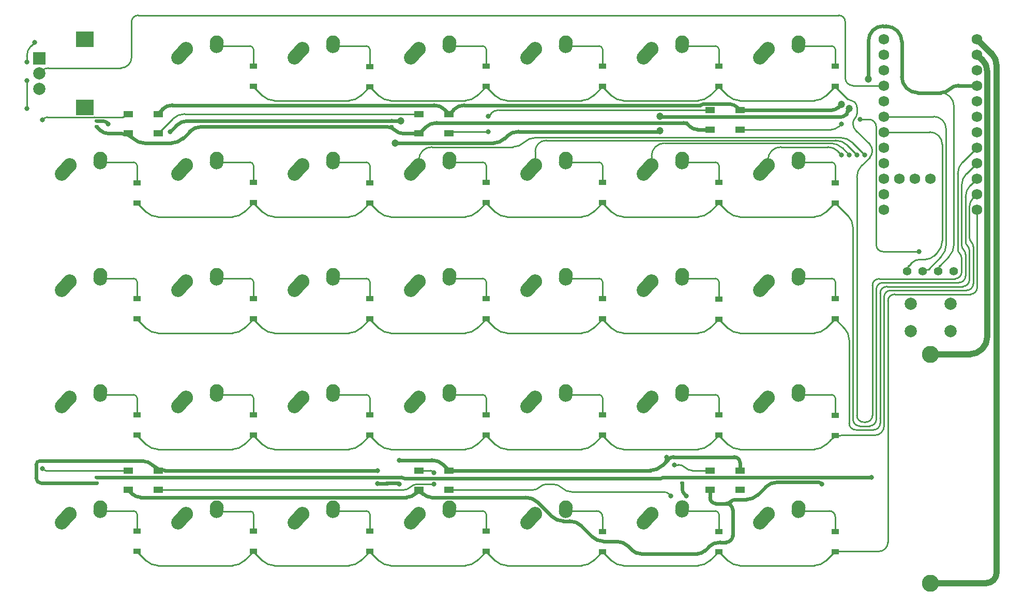
<source format=gbl>
%TF.GenerationSoftware,KiCad,Pcbnew,(6.0.1)*%
%TF.CreationDate,2022-04-05T18:42:57+02:00*%
%TF.ProjectId,Keyboard Left Hand Side,4b657962-6f61-4726-9420-4c6566742048,rev?*%
%TF.SameCoordinates,Original*%
%TF.FileFunction,Copper,L2,Bot*%
%TF.FilePolarity,Positive*%
%FSLAX46Y46*%
G04 Gerber Fmt 4.6, Leading zero omitted, Abs format (unit mm)*
G04 Created by KiCad (PCBNEW (6.0.1)) date 2022-04-05 18:42:57*
%MOMM*%
%LPD*%
G01*
G04 APERTURE LIST*
G04 Aperture macros list*
%AMRoundRect*
0 Rectangle with rounded corners*
0 $1 Rounding radius*
0 $2 $3 $4 $5 $6 $7 $8 $9 X,Y pos of 4 corners*
0 Add a 4 corners polygon primitive as box body*
4,1,4,$2,$3,$4,$5,$6,$7,$8,$9,$2,$3,0*
0 Add four circle primitives for the rounded corners*
1,1,$1+$1,$2,$3*
1,1,$1+$1,$4,$5*
1,1,$1+$1,$6,$7*
1,1,$1+$1,$8,$9*
0 Add four rect primitives between the rounded corners*
20,1,$1+$1,$2,$3,$4,$5,0*
20,1,$1+$1,$4,$5,$6,$7,0*
20,1,$1+$1,$6,$7,$8,$9,0*
20,1,$1+$1,$8,$9,$2,$3,0*%
%AMHorizOval*
0 Thick line with rounded ends*
0 $1 width*
0 $2 $3 position (X,Y) of the first rounded end (center of the circle)*
0 $4 $5 position (X,Y) of the second rounded end (center of the circle)*
0 Add line between two ends*
20,1,$1,$2,$3,$4,$5,0*
0 Add two circle primitives to create the rounded ends*
1,1,$1,$2,$3*
1,1,$1,$4,$5*%
G04 Aperture macros list end*
%TA.AperFunction,ComponentPad*%
%ADD10C,2.250000*%
%TD*%
%TA.AperFunction,ComponentPad*%
%ADD11HorizOval,2.250000X0.655001X0.730000X-0.655001X-0.730000X0*%
%TD*%
%TA.AperFunction,ComponentPad*%
%ADD12HorizOval,2.250000X0.020000X0.290000X-0.020000X-0.290000X0*%
%TD*%
%TA.AperFunction,ComponentPad*%
%ADD13C,1.397000*%
%TD*%
%TA.AperFunction,ComponentPad*%
%ADD14R,2.000000X2.000000*%
%TD*%
%TA.AperFunction,ComponentPad*%
%ADD15C,2.000000*%
%TD*%
%TA.AperFunction,ComponentPad*%
%ADD16R,3.000000X2.500000*%
%TD*%
%TA.AperFunction,ComponentPad*%
%ADD17C,1.752600*%
%TD*%
%TA.AperFunction,SMDPad,CuDef*%
%ADD18RoundRect,0.140000X-0.170000X0.140000X-0.170000X-0.140000X0.170000X-0.140000X0.170000X0.140000X0*%
%TD*%
%TA.AperFunction,SMDPad,CuDef*%
%ADD19R,1.200000X0.900000*%
%TD*%
%TA.AperFunction,ComponentPad*%
%ADD20C,2.800000*%
%TD*%
%TA.AperFunction,SMDPad,CuDef*%
%ADD21R,1.500000X1.000000*%
%TD*%
%TA.AperFunction,ViaPad*%
%ADD22C,0.800000*%
%TD*%
%TA.AperFunction,ViaPad*%
%ADD23C,1.200000*%
%TD*%
%TA.AperFunction,Conductor*%
%ADD24C,0.250000*%
%TD*%
%TA.AperFunction,Conductor*%
%ADD25C,0.600000*%
%TD*%
%TA.AperFunction,Conductor*%
%ADD26C,1.000000*%
%TD*%
G04 APERTURE END LIST*
D10*
X87035000Y-47435000D03*
D11*
X86380001Y-48165000D03*
D10*
X92075000Y-46355000D03*
D12*
X92055000Y-46645000D03*
D11*
X48280001Y-67215000D03*
D10*
X48935000Y-66485000D03*
D12*
X53955000Y-65695000D03*
D10*
X53975000Y-65405000D03*
D11*
X86380001Y-86265000D03*
D10*
X87035000Y-85535000D03*
X92075000Y-84455000D03*
D12*
X92055000Y-84745000D03*
D11*
X105430001Y-48165000D03*
D10*
X106085000Y-47435000D03*
D12*
X111105000Y-46645000D03*
D10*
X111125000Y-46355000D03*
X67985000Y-123635000D03*
D11*
X67330001Y-124365000D03*
D10*
X73025000Y-122555000D03*
D12*
X73005000Y-122845000D03*
D11*
X105430001Y-105315000D03*
D10*
X106085000Y-104585000D03*
D12*
X111105000Y-103795000D03*
D10*
X111125000Y-103505000D03*
X125135000Y-66485000D03*
D11*
X124480001Y-67215000D03*
D12*
X130155000Y-65695000D03*
D10*
X130175000Y-65405000D03*
X144185000Y-47435000D03*
D11*
X143530001Y-48165000D03*
D10*
X149225000Y-46355000D03*
D12*
X149205000Y-46645000D03*
D10*
X48935000Y-104585000D03*
D11*
X48280001Y-105315000D03*
D10*
X53975000Y-103505000D03*
D12*
X53955000Y-103795000D03*
D10*
X106085000Y-85535000D03*
D11*
X105430001Y-86265000D03*
D10*
X111125000Y-84455000D03*
D12*
X111105000Y-84745000D03*
D11*
X48280001Y-124365000D03*
D10*
X48935000Y-123635000D03*
D12*
X53955000Y-122845000D03*
D10*
X53975000Y-122555000D03*
D11*
X105430001Y-124365000D03*
D10*
X106085000Y-123635000D03*
X111125000Y-122555000D03*
D12*
X111105000Y-122845000D03*
D10*
X163235000Y-85535000D03*
D11*
X162580001Y-86265000D03*
D10*
X168275000Y-84455000D03*
D12*
X168255000Y-84745000D03*
D11*
X143530001Y-67215000D03*
D10*
X144185000Y-66485000D03*
X149225000Y-65405000D03*
D12*
X149205000Y-65695000D03*
D13*
X193665000Y-83820000D03*
X191125000Y-83820000D03*
X188585000Y-83820000D03*
X186045000Y-83820000D03*
D10*
X67985000Y-104585000D03*
D11*
X67330001Y-105315000D03*
D12*
X73005000Y-103795000D03*
D10*
X73025000Y-103505000D03*
D11*
X67330001Y-67215000D03*
D10*
X67985000Y-66485000D03*
D12*
X73005000Y-65695000D03*
D10*
X73025000Y-65405000D03*
D11*
X67330001Y-48165000D03*
D10*
X67985000Y-47435000D03*
X73025000Y-46355000D03*
D12*
X73005000Y-46645000D03*
D10*
X125135000Y-47435000D03*
D11*
X124480001Y-48165000D03*
D10*
X130175000Y-46355000D03*
D12*
X130155000Y-46645000D03*
D10*
X144185000Y-85535000D03*
D11*
X143530001Y-86265000D03*
D10*
X149225000Y-84455000D03*
D12*
X149205000Y-84745000D03*
D10*
X125135000Y-85535000D03*
D11*
X124480001Y-86265000D03*
D12*
X130155000Y-84745000D03*
D10*
X130175000Y-84455000D03*
D11*
X124480001Y-105315000D03*
D10*
X125135000Y-104585000D03*
D12*
X130155000Y-103795000D03*
D10*
X130175000Y-103505000D03*
D11*
X67330001Y-86265000D03*
D10*
X67985000Y-85535000D03*
X73025000Y-84455000D03*
D12*
X73005000Y-84745000D03*
D11*
X105430001Y-67215000D03*
D10*
X106085000Y-66485000D03*
X111125000Y-65405000D03*
D12*
X111105000Y-65695000D03*
D10*
X163235000Y-47435000D03*
D11*
X162580001Y-48165000D03*
D12*
X168255000Y-46645000D03*
D10*
X168275000Y-46355000D03*
X144185000Y-104585000D03*
D11*
X143530001Y-105315000D03*
D12*
X149205000Y-103795000D03*
D10*
X149225000Y-103505000D03*
D11*
X143534401Y-124357200D03*
D10*
X144189400Y-123627200D03*
X149229400Y-122547200D03*
D12*
X149209400Y-122837200D03*
D10*
X87035000Y-66485000D03*
D11*
X86380001Y-67215000D03*
D12*
X92055000Y-65695000D03*
D10*
X92075000Y-65405000D03*
D14*
X43919800Y-48935000D03*
D15*
X43919800Y-53935000D03*
X43919800Y-51435000D03*
D16*
X51419800Y-45835000D03*
X51419800Y-57035000D03*
D11*
X86380001Y-124365000D03*
D10*
X87035000Y-123635000D03*
D12*
X92055000Y-122845000D03*
D10*
X92075000Y-122555000D03*
D11*
X162580001Y-124365000D03*
D10*
X163235000Y-123635000D03*
D12*
X168255000Y-122845000D03*
D10*
X168275000Y-122555000D03*
D15*
X186615000Y-89190000D03*
X193115000Y-89190000D03*
X186615000Y-93690000D03*
X193115000Y-93690000D03*
D11*
X124480001Y-124365000D03*
D10*
X125135000Y-123635000D03*
X130175000Y-122555000D03*
D12*
X130155000Y-122845000D03*
D10*
X163235000Y-66485000D03*
D11*
X162580001Y-67215000D03*
D10*
X168275000Y-65405000D03*
D12*
X168255000Y-65695000D03*
D17*
X182245000Y-45801750D03*
X182245000Y-48341750D03*
X182245000Y-50881750D03*
X182245000Y-53421750D03*
X182245000Y-55961750D03*
X182245000Y-58501750D03*
X182245000Y-61041750D03*
X182245000Y-63581750D03*
X182245000Y-66121750D03*
X182245000Y-68661750D03*
X182245000Y-71201750D03*
X182245000Y-73741750D03*
X197485000Y-73741750D03*
X197485000Y-71201750D03*
X197485000Y-68661750D03*
X197485000Y-66121750D03*
X197485000Y-63581750D03*
X197485000Y-61041750D03*
X197485000Y-58501750D03*
X197485000Y-55961750D03*
X197485000Y-53421750D03*
X197485000Y-50881750D03*
X197485000Y-48341750D03*
X197485000Y-45801750D03*
X184785000Y-68661750D03*
X187325000Y-68661750D03*
X189865000Y-68661750D03*
D10*
X48935000Y-85535000D03*
D11*
X48280001Y-86265000D03*
D10*
X53975000Y-84455000D03*
D12*
X53955000Y-84745000D03*
D10*
X87035000Y-104585000D03*
D11*
X86380001Y-105315000D03*
D10*
X92075000Y-103505000D03*
D12*
X92055000Y-103795000D03*
D11*
X162580001Y-105315000D03*
D10*
X163235000Y-104585000D03*
X168275000Y-103505000D03*
D12*
X168255000Y-103795000D03*
D18*
X149860000Y-58575000D03*
X149860000Y-59535000D03*
X53340000Y-59210000D03*
X53340000Y-60170000D03*
X101600000Y-59210000D03*
X101600000Y-60170000D03*
D19*
X174260000Y-129800000D03*
X174260000Y-126500000D03*
X59960000Y-91685000D03*
X59960000Y-88385000D03*
D20*
X189865000Y-134955000D03*
X189865000Y-97455000D03*
D21*
X106135000Y-61290000D03*
X106135000Y-58090000D03*
X111035000Y-58090000D03*
X111035000Y-61290000D03*
D19*
X155210000Y-53585000D03*
X155210000Y-50285000D03*
X174250000Y-91670000D03*
X174250000Y-88370000D03*
X98060000Y-110735000D03*
X98060000Y-107435000D03*
X117110000Y-53585000D03*
X117110000Y-50285000D03*
X155210000Y-110735000D03*
X155210000Y-107435000D03*
X59960000Y-72640000D03*
X59960000Y-69340000D03*
X117110000Y-91685000D03*
X117110000Y-88385000D03*
X98080000Y-72640000D03*
X98080000Y-69340000D03*
D21*
X153760000Y-60655000D03*
X153760000Y-57455000D03*
X158660000Y-57455000D03*
X158660000Y-60655000D03*
D19*
X59960000Y-129785000D03*
X59960000Y-126485000D03*
X117110000Y-72635000D03*
X117110000Y-69335000D03*
D21*
X111035000Y-116510000D03*
X111035000Y-119710000D03*
X106135000Y-119710000D03*
X106135000Y-116510000D03*
D19*
X155220000Y-129790000D03*
X155220000Y-126490000D03*
X136160000Y-72635000D03*
X136160000Y-69335000D03*
X79010000Y-91685000D03*
X79010000Y-88385000D03*
X136160000Y-129790000D03*
X136160000Y-126490000D03*
X136160000Y-91685000D03*
X136160000Y-88385000D03*
X59960000Y-110735000D03*
X59960000Y-107435000D03*
X98050000Y-53590000D03*
X98050000Y-50290000D03*
X79010000Y-129785000D03*
X79010000Y-126485000D03*
X79010000Y-53585000D03*
X79010000Y-50285000D03*
D18*
X149225000Y-117630000D03*
X149225000Y-118590000D03*
D21*
X63410000Y-116510000D03*
X63410000Y-119710000D03*
X58510000Y-119710000D03*
X58510000Y-116510000D03*
D19*
X79010000Y-72635000D03*
X79010000Y-69335000D03*
X136160000Y-110735000D03*
X136160000Y-107435000D03*
X98060000Y-91670000D03*
X98060000Y-88370000D03*
X155210000Y-91690000D03*
X155210000Y-88390000D03*
X174250000Y-110740000D03*
X174250000Y-107440000D03*
X136160000Y-53585000D03*
X136160000Y-50285000D03*
D21*
X158660000Y-116510000D03*
X158660000Y-119710000D03*
X153760000Y-119710000D03*
X153760000Y-116510000D03*
D19*
X174270000Y-72640000D03*
X174270000Y-69340000D03*
D18*
X100965000Y-117630000D03*
X100965000Y-118590000D03*
D21*
X58510000Y-61290000D03*
X58510000Y-58090000D03*
X63410000Y-58090000D03*
X63410000Y-61290000D03*
D19*
X117110000Y-110735000D03*
X117110000Y-107435000D03*
X174260000Y-53585000D03*
X174260000Y-50285000D03*
X155210000Y-72635000D03*
X155210000Y-69335000D03*
D18*
X53340000Y-117630000D03*
X53340000Y-118590000D03*
D19*
X79010000Y-110735000D03*
X79010000Y-107435000D03*
X98060000Y-129785000D03*
X98060000Y-126485000D03*
X117110000Y-129785000D03*
X117110000Y-126485000D03*
D22*
X41910000Y-52637500D03*
X43180000Y-46355000D03*
X179070000Y-64770000D03*
X177800000Y-64770000D03*
X176530000Y-64770000D03*
X175260000Y-64770000D03*
X117475000Y-60960000D03*
X117475000Y-58420000D03*
X175260000Y-59690000D03*
X44450000Y-116205000D03*
X44450000Y-59055000D03*
X108585000Y-118745000D03*
X108585000Y-116840000D03*
X147320000Y-120650000D03*
X147955000Y-115570000D03*
X146685000Y-114300000D03*
X99365000Y-116510000D03*
X102870000Y-114808000D03*
X149860000Y-120650000D03*
X99365000Y-118618000D03*
X102870000Y-118745000D03*
X180185000Y-117630000D03*
X65405000Y-60960000D03*
D23*
X145570000Y-60805000D03*
X145570000Y-58420000D03*
X179705000Y-52324000D03*
X103124000Y-59182000D03*
X176530000Y-57150000D03*
D22*
X55245000Y-59690000D03*
D23*
X102235000Y-62865000D03*
D22*
X41910000Y-49530000D03*
X41910000Y-57150000D03*
X178345489Y-58965489D03*
X187960000Y-80645000D03*
X172085000Y-118745000D03*
D23*
X175260000Y-56515000D03*
D24*
X41910000Y-57150000D02*
X41910000Y-52705000D01*
X42583520Y-46951480D02*
X43180000Y-46355000D01*
X42583519Y-46951480D02*
X42583520Y-46951480D01*
X158286918Y-57455000D02*
G75*
G02*
X158286911Y-57455000I-4J1131196824D01*
G01*
X158226410Y-57455000D02*
G75*
G02*
X158226416Y-57455000I3J-1016286824D01*
G01*
X158469388Y-57455000D02*
G75*
G02*
X158469388Y-57455000I0J0D01*
G01*
X158230187Y-57455000D02*
G75*
G02*
X158230177Y-57455000I-5J1131196824D01*
G01*
X158291267Y-57455000D02*
G75*
G02*
X158291258Y-57455000I-5J1131196824D01*
G01*
X158291258Y-57455000D02*
G75*
G02*
X158291258Y-57455000I0J0D01*
G01*
X158291258Y-57455000D02*
G75*
G02*
X158291267Y-57455000I4J-1016286824D01*
G01*
X158532466Y-57455000D02*
G75*
G02*
X158532458Y-57455000I-4J1131196824D01*
G01*
X158276370Y-57455000D02*
G75*
G02*
X158276345Y-57455000I-13J1131196824D01*
G01*
X158276345Y-57455000D02*
G75*
G02*
X158276345Y-57455000I0J0D01*
G01*
X158276345Y-57455000D02*
G75*
G02*
X158276370Y-57455000I12J-1016286824D01*
G01*
X158246962Y-57455000D02*
G75*
G02*
X158246962Y-57455000I0J0D01*
G01*
X158230039Y-57455000D02*
G75*
G02*
X158230045Y-57455000I3J-1016286824D01*
G01*
X158310638Y-57455000D02*
G75*
G02*
X158310638Y-57455000I0J0D01*
G01*
X158231964Y-57455000D02*
G75*
G02*
X158231959Y-57455000I-3J1131196824D01*
G01*
X158276189Y-57455000D02*
G75*
G02*
X158276189Y-57455000I0J0D01*
G01*
X158534747Y-57455000D02*
G75*
G02*
X158534737Y-57455000I-5J1131196824D01*
G01*
X158228986Y-57455000D02*
G75*
G02*
X158228992Y-57455000I3J-1016286824D01*
G01*
X158499130Y-57455000D02*
G75*
G02*
X158499154Y-57455000I12J-1016286824D01*
G01*
X158228703Y-57455000D02*
G75*
G02*
X158228693Y-57455000I-5J1131196824D01*
G01*
X158483916Y-57455000D02*
G75*
G02*
X158483921Y-57455000I2J-1016286824D01*
G01*
X158245511Y-57455000D02*
G75*
G02*
X158245501Y-57455000I-5J1131196824D01*
G01*
X158274424Y-57455000D02*
G75*
G02*
X158274433Y-57455000I4J-1016286824D01*
G01*
D25*
X158830216Y-57455000D02*
G75*
G02*
X158830206Y-57455000I-5J1131196824D01*
G01*
D24*
X158302601Y-57455000D02*
G75*
G02*
X158302592Y-57455000I-5J1131196824D01*
G01*
X158297544Y-57455000D02*
G75*
G02*
X158297533Y-57455000I-6J1131196824D01*
G01*
X158366347Y-57455000D02*
G75*
G02*
X158366364Y-57455000I8J-1016286824D01*
G01*
X158276450Y-57455000D02*
G75*
G02*
X158276450Y-57455000I0J0D01*
G01*
X158531647Y-57455000D02*
G75*
G02*
X158531662Y-57455000I7J-1016286824D01*
G01*
X158279010Y-57455000D02*
G75*
G02*
X158279003Y-57455000I-4J1131196824D01*
G01*
X158240599Y-57455000D02*
G75*
G02*
X158240593Y-57455000I-3J1131196824D01*
G01*
X158364844Y-57455000D02*
G75*
G02*
X158364854Y-57455000I5J-1016286824D01*
G01*
X158286896Y-57455000D02*
G75*
G02*
X158286911Y-57455000I7J-1016286824D01*
G01*
X158370506Y-57455000D02*
G75*
G02*
X158370520Y-57455000I7J-1016286824D01*
G01*
X158277257Y-57455000D02*
G75*
G02*
X158277271Y-57455000I7J-1016286824D01*
G01*
X158488512Y-57455000D02*
G75*
G02*
X158488505Y-57455000I-4J1131196824D01*
G01*
X158484856Y-57455000D02*
G75*
G02*
X158484850Y-57455000I-3J1131196824D01*
G01*
X158287034Y-57455000D02*
G75*
G02*
X158287040Y-57455000I3J-1016286824D01*
G01*
X158483808Y-57455000D02*
G75*
G02*
X158483803Y-57455000I-3J1131196824D01*
G01*
X158370713Y-57455000D02*
G75*
G02*
X158370693Y-57455000I-10J1131196824D01*
G01*
X158610978Y-57455000D02*
G75*
G02*
X158610985Y-57455000I3J-1016286824D01*
G01*
X158278254Y-57455000D02*
G75*
G02*
X158278270Y-57455000I8J-1016286824D01*
G01*
X158263344Y-57455000D02*
G75*
G02*
X158263338Y-57455000I-3J1131196824D01*
G01*
X158267296Y-57455000D02*
G75*
G02*
X158267287Y-57455000I-5J1131196824D01*
G01*
X158245957Y-57455000D02*
G75*
G02*
X158245932Y-57455000I-13J1131196824D01*
G01*
X158290034Y-57455000D02*
G75*
G02*
X158290057Y-57455000I11J-1016286824D01*
G01*
X158316612Y-57455000D02*
G75*
G02*
X158316618Y-57455000I3J-1016286824D01*
G01*
X158225593Y-57455000D02*
G75*
G02*
X158225599Y-57455000I3J-1016286824D01*
G01*
X158251918Y-57455000D02*
G75*
G02*
X158251913Y-57455000I-3J1131196824D01*
G01*
X158303572Y-57455000D02*
G75*
G02*
X158303579Y-57455000I3J-1016286824D01*
G01*
X158297858Y-57455000D02*
G75*
G02*
X158297850Y-57455000I-4J1131196824D01*
G01*
X158330881Y-57455000D02*
G75*
G02*
X158330891Y-57455000I5J-1016286824D01*
G01*
X158240590Y-57455000D02*
G75*
G02*
X158240593Y-57455000I1J-1016286824D01*
G01*
X158275344Y-57455000D02*
G75*
G02*
X158275335Y-57455000I-5J1131196824D01*
G01*
D25*
X158738254Y-57455000D02*
G75*
G02*
X158738247Y-57455000I-4J1131196824D01*
G01*
D24*
X158501888Y-57455000D02*
G75*
G02*
X158501864Y-57455000I-12J1131196824D01*
G01*
X158490863Y-57455000D02*
G75*
G02*
X158490855Y-57455000I-4J1131196824D01*
G01*
X158484809Y-57455000D02*
G75*
G02*
X158484830Y-57455000I10J-1016286824D01*
G01*
X158249221Y-57455000D02*
G75*
G02*
X158249233Y-57455000I6J-1016286824D01*
G01*
X158481227Y-57455000D02*
G75*
G02*
X158481236Y-57455000I4J-1016286824D01*
G01*
X158469658Y-57455000D02*
G75*
G02*
X158469649Y-57455000I-5J1131196824D01*
G01*
X158469649Y-57455000D02*
G75*
G02*
X158469646Y-57455000I-2J1131196824D01*
G01*
X158469646Y-57455000D02*
G75*
G02*
X158469658Y-57455000I6J-1016286824D01*
G01*
X158279407Y-57455000D02*
G75*
G02*
X158279413Y-57455000I3J-1016286824D01*
G01*
X158529454Y-57455000D02*
G75*
G02*
X158529445Y-57455000I-5J1131196824D01*
G01*
X158291407Y-57455000D02*
G75*
G02*
X158291402Y-57455000I-3J1131196824D01*
G01*
D25*
X158881695Y-57455000D02*
G75*
G02*
X158881702Y-57455000I3J-1016286824D01*
G01*
D24*
X158299142Y-57455000D02*
G75*
G02*
X158299150Y-57455000I4J-1016286824D01*
G01*
X158255296Y-57455000D02*
G75*
G02*
X158255296Y-57455000I0J0D01*
G01*
X158470201Y-57455000D02*
G75*
G02*
X158470194Y-57455000I-4J1131196824D01*
G01*
D25*
X158927468Y-57455000D02*
G75*
G02*
X158927476Y-57455000I4J-1016286824D01*
G01*
D24*
X158300783Y-57455000D02*
G75*
G02*
X158300790Y-57455000I3J-1016286824D01*
G01*
X158276933Y-57455000D02*
G75*
G02*
X158276933Y-57455000I0J0D01*
G01*
X158316678Y-57455000D02*
G75*
G02*
X158316693Y-57455000I7J-1016286824D01*
G01*
D25*
X158735523Y-57455000D02*
G75*
G02*
X158735531Y-57455000I4J-1016286824D01*
G01*
D24*
X158528318Y-57455000D02*
G75*
G02*
X158528311Y-57455000I-4J1131196824D01*
G01*
X158286947Y-57455000D02*
G75*
G02*
X158286947Y-57455000I0J0D01*
G01*
X158281230Y-57455000D02*
G75*
G02*
X158281225Y-57455000I-3J1131196824D01*
G01*
X158274576Y-57455000D02*
G75*
G02*
X158274576Y-57455000I0J0D01*
G01*
X158309961Y-57455000D02*
G75*
G02*
X158309965Y-57455000I2J-1016286824D01*
G01*
X158477519Y-57455000D02*
G75*
G02*
X158477528Y-57455000I4J-1016286824D01*
G01*
X158250787Y-57455000D02*
G75*
G02*
X158250792Y-57455000I2J-1016286824D01*
G01*
X158477063Y-57455000D02*
G75*
G02*
X158477069Y-57455000I3J-1016286824D01*
G01*
X158247296Y-57455000D02*
G75*
G02*
X158247304Y-57455000I4J-1016286824D01*
G01*
X158281383Y-57455000D02*
G75*
G02*
X158281374Y-57455000I-5J1131196824D01*
G01*
X158485024Y-57455000D02*
G75*
G02*
X158485030Y-57455000I3J-1016286824D01*
G01*
X158531396Y-57455000D02*
G75*
G02*
X158531387Y-57455000I-5J1131196824D01*
G01*
X158295062Y-57455000D02*
G75*
G02*
X158295057Y-57455000I-3J1131196824D01*
G01*
X158233740Y-57455000D02*
G75*
G02*
X158233751Y-57455000I5J-1016286824D01*
G01*
X158247426Y-57455000D02*
G75*
G02*
X158247426Y-57455000I0J0D01*
G01*
X158247680Y-57455000D02*
G75*
G02*
X158247684Y-57455000I2J-1016286824D01*
G01*
D25*
X171546441Y-118429520D02*
G75*
G02*
X171927260Y-118587260I0J-538560D01*
G01*
D24*
X158229075Y-57455000D02*
G75*
G02*
X158229068Y-57455000I-4J1131196824D01*
G01*
X158524420Y-57455000D02*
G75*
G02*
X158524435Y-57455000I7J-1016286824D01*
G01*
X158303306Y-57455000D02*
G75*
G02*
X158303301Y-57455000I-3J1131196824D01*
G01*
X158244531Y-57455000D02*
G75*
G02*
X158244540Y-57455000I4J-1016286824D01*
G01*
X158608524Y-57455000D02*
G75*
G02*
X158608533Y-57455000I4J-1016286824D01*
G01*
X158474768Y-57455000D02*
G75*
G02*
X158474774Y-57455000I3J-1016286824D01*
G01*
X158494001Y-57455000D02*
G75*
G02*
X158494009Y-57455000I4J-1016286824D01*
G01*
X158244313Y-57455000D02*
G75*
G02*
X158244328Y-57455000I7J-1016286824D01*
G01*
X158246949Y-57455000D02*
G75*
G02*
X158246962Y-57455000I6J-1016286824D01*
G01*
X158500061Y-57455000D02*
G75*
G02*
X158500054Y-57455000I-4J1131196824D01*
G01*
X158296363Y-57455000D02*
G75*
G02*
X158296372Y-57455000I4J-1016286824D01*
G01*
X158505344Y-57455000D02*
G75*
G02*
X158505344Y-57455000I0J0D01*
G01*
X158286934Y-57455000D02*
G75*
G02*
X158286947Y-57455000I6J-1016286824D01*
G01*
D25*
X158738011Y-57455000D02*
G75*
G02*
X158738017Y-57455000I3J-1016286824D01*
G01*
D24*
X158501864Y-57455000D02*
G75*
G02*
X158501850Y-57455000I-7J1131196824D01*
G01*
X158490487Y-57455000D02*
G75*
G02*
X158490483Y-57455000I-2J1131196824D01*
G01*
X158271695Y-57455000D02*
G75*
G02*
X158271704Y-57455000I4J-1016286824D01*
G01*
X158271704Y-57455000D02*
G75*
G02*
X158271695Y-57455000I-5J1131196824D01*
G01*
X158271695Y-57455000D02*
G75*
G02*
X158271695Y-57455000I0J0D01*
G01*
X158245303Y-57455000D02*
G75*
G02*
X158245310Y-57455000I3J-1016286824D01*
G01*
X158293258Y-57455000D02*
G75*
G02*
X158293263Y-57455000I2J-1016286824D01*
G01*
X158304499Y-57455000D02*
G75*
G02*
X158304499Y-57455000I0J0D01*
G01*
X158310675Y-57455000D02*
G75*
G02*
X158310681Y-57455000I3J-1016286824D01*
G01*
D25*
X159087223Y-57455000D02*
G75*
G02*
X159087212Y-57455000I-6J1131196824D01*
G01*
D24*
X158272409Y-57455000D02*
G75*
G02*
X158272399Y-57455000I-5J1131196824D01*
G01*
D25*
X158741121Y-57455000D02*
G75*
G02*
X158741109Y-57455000I-6J1131196824D01*
G01*
D24*
X158245501Y-57455000D02*
G75*
G02*
X158245497Y-57455000I-2J1131196824D01*
G01*
X158362012Y-57455000D02*
G75*
G02*
X158362026Y-57455000I7J-1016286824D01*
G01*
X158535761Y-57455000D02*
G75*
G02*
X158535752Y-57455000I-5J1131196824D01*
G01*
X158468965Y-57455000D02*
G75*
G02*
X158468965Y-57455000I0J0D01*
G01*
X158329788Y-57455000D02*
G75*
G02*
X158329794Y-57455000I3J-1016286824D01*
G01*
X158485733Y-57455000D02*
G75*
G02*
X158485739Y-57455000I3J-1016286824D01*
G01*
X158468829Y-57455000D02*
G75*
G02*
X158468834Y-57455000I2J-1016286824D01*
G01*
X158488582Y-57455000D02*
G75*
G02*
X158488573Y-57455000I-5J1131196824D01*
G01*
X158246710Y-57455000D02*
G75*
G02*
X158246704Y-57455000I-3J1131196824D01*
G01*
X158240324Y-57455000D02*
G75*
G02*
X158240332Y-57455000I4J-1016286824D01*
G01*
D25*
X159049421Y-57455000D02*
G75*
G02*
X159049415Y-57455000I-3J1131196824D01*
G01*
D24*
X158379485Y-57455000D02*
G75*
G02*
X158379485Y-57455000I0J0D01*
G01*
X158237127Y-57455000D02*
G75*
G02*
X158237114Y-57455000I-7J1131196824D01*
G01*
D25*
X158905374Y-57455000D02*
G75*
G02*
X158905381Y-57455000I3J-1016286824D01*
G01*
D24*
X158267652Y-57455000D02*
G75*
G02*
X158267657Y-57455000I2J-1016286824D01*
G01*
X158279115Y-57455000D02*
G75*
G02*
X158279125Y-57455000I5J-1016286824D01*
G01*
X158252613Y-57455000D02*
G75*
G02*
X158252622Y-57455000I4J-1016286824D01*
G01*
X158363353Y-57455000D02*
G75*
G02*
X158363360Y-57455000I3J-1016286824D01*
G01*
X158439747Y-57455000D02*
G75*
G02*
X158439752Y-57455000I2J-1016286824D01*
G01*
X158371176Y-57455000D02*
G75*
G02*
X158371164Y-57455000I-6J1131196824D01*
G01*
X158266282Y-57455000D02*
G75*
G02*
X158266277Y-57455000I-3J1131196824D01*
G01*
X158294958Y-57455000D02*
G75*
G02*
X158294962Y-57455000I2J-1016286824D01*
G01*
X158257029Y-57455000D02*
G75*
G02*
X158257036Y-57455000I3J-1016286824D01*
G01*
D25*
X158765211Y-57455000D02*
G75*
G02*
X158765218Y-57455000I3J-1016286824D01*
G01*
D24*
X158533183Y-57455000D02*
G75*
G02*
X158533188Y-57455000I2J-1016286824D01*
G01*
X158298901Y-57455000D02*
G75*
G02*
X158298907Y-57455000I3J-1016286824D01*
G01*
X158249811Y-57455000D02*
G75*
G02*
X158249835Y-57455000I12J-1016286824D01*
G01*
X158228693Y-57455000D02*
G75*
G02*
X158228689Y-57455000I-2J1131196824D01*
G01*
X158299228Y-57455000D02*
G75*
G02*
X158299228Y-57455000I0J0D01*
G01*
D25*
X158746859Y-57455000D02*
G75*
G02*
X158746866Y-57455000I3J-1016286824D01*
G01*
X158737661Y-57455000D02*
G75*
G02*
X158737651Y-57455000I-5J1131196824D01*
G01*
D24*
X158469474Y-57455000D02*
G75*
G02*
X158469481Y-57455000I3J-1016286824D01*
G01*
X158223701Y-57455000D02*
G75*
G02*
X158223694Y-57455000I-4J1131196824D01*
G01*
X158235584Y-57455000D02*
G75*
G02*
X158235577Y-57455000I-4J1131196824D01*
G01*
X158610978Y-57455000D02*
G75*
G02*
X158610974Y-57455000I-2J1131196824D01*
G01*
X158484809Y-57455000D02*
G75*
G02*
X158484805Y-57455000I-2J1131196824D01*
G01*
X158290241Y-57455000D02*
G75*
G02*
X158290236Y-57455000I-3J1131196824D01*
G01*
X158541917Y-57455000D02*
G75*
G02*
X158541926Y-57455000I4J-1016286824D01*
G01*
X158277208Y-57455000D02*
G75*
G02*
X158277215Y-57455000I3J-1016286824D01*
G01*
X158248610Y-57455000D02*
G75*
G02*
X158248602Y-57455000I-4J1131196824D01*
G01*
X158245092Y-57455000D02*
G75*
G02*
X158245097Y-57455000I2J-1016286824D01*
G01*
X158365207Y-57455000D02*
G75*
G02*
X158365192Y-57455000I-8J1131196824D01*
G01*
X158300840Y-57455000D02*
G75*
G02*
X158300845Y-57455000I2J-1016286824D01*
G01*
X158532442Y-57455000D02*
G75*
G02*
X158532458Y-57455000I8J-1016286824D01*
G01*
X158477858Y-57455000D02*
G75*
G02*
X158477846Y-57455000I-6J1131196824D01*
G01*
X158226392Y-57455000D02*
G75*
G02*
X158226385Y-57455000I-4J1131196824D01*
G01*
X158226385Y-57455000D02*
G75*
G02*
X158226359Y-57455000I-13J1131196824D01*
G01*
X158304499Y-57455000D02*
G75*
G02*
X158304494Y-57455000I-3J1131196824D01*
G01*
X158499176Y-57455000D02*
G75*
G02*
X158499171Y-57455000I-3J1131196824D01*
G01*
X158255333Y-57455000D02*
G75*
G02*
X158255339Y-57455000I3J-1016286824D01*
G01*
X158274250Y-57455000D02*
G75*
G02*
X158274244Y-57455000I-3J1131196824D01*
G01*
X158468965Y-57455000D02*
G75*
G02*
X158468960Y-57455000I-3J1131196824D01*
G01*
X158611664Y-57455000D02*
G75*
G02*
X158611650Y-57455000I-7J1131196824D01*
G01*
X158296098Y-57455000D02*
G75*
G02*
X158296093Y-57455000I-3J1131196824D01*
G01*
X158557406Y-57455000D02*
G75*
G02*
X158557397Y-57455000I-5J1131196824D01*
G01*
X158277088Y-57455000D02*
G75*
G02*
X158277098Y-57455000I5J-1016286824D01*
G01*
X158364428Y-57455000D02*
G75*
G02*
X158364421Y-57455000I-4J1131196824D01*
G01*
X158483516Y-57455000D02*
G75*
G02*
X158483504Y-57455000I-6J1131196824D01*
G01*
X158483504Y-57455000D02*
G75*
G02*
X158483504Y-57455000I0J0D01*
G01*
X158483504Y-57455000D02*
G75*
G02*
X158483516Y-57455000I6J-1016286824D01*
G01*
X158246817Y-57455000D02*
G75*
G02*
X158246817Y-57455000I0J0D01*
G01*
D25*
X158905071Y-57455000D02*
G75*
G02*
X158905065Y-57455000I-3J1131196824D01*
G01*
X158788756Y-57455000D02*
G75*
G02*
X158788762Y-57455000I3J-1016286824D01*
G01*
D24*
X158380724Y-57455000D02*
G75*
G02*
X158380716Y-57455000I-4J1131196824D01*
G01*
X158504997Y-57455000D02*
G75*
G02*
X158505008Y-57455000I5J-1016286824D01*
G01*
X158246177Y-57455000D02*
G75*
G02*
X158246180Y-57455000I1J-1016286824D01*
G01*
X158269511Y-57455000D02*
G75*
G02*
X158269501Y-57455000I-5J1131196824D01*
G01*
X158298303Y-57455000D02*
G75*
G02*
X158298297Y-57455000I-3J1131196824D01*
G01*
X158297828Y-57455000D02*
G75*
G02*
X158297850Y-57455000I11J-1016286824D01*
G01*
X158330126Y-57455000D02*
G75*
G02*
X158330126Y-57455000I0J0D01*
G01*
D25*
X158788875Y-57455000D02*
G75*
G02*
X158788888Y-57455000I6J-1016286824D01*
G01*
D24*
X158228986Y-57455000D02*
G75*
G02*
X158228983Y-57455000I-2J1131196824D01*
G01*
X158288195Y-57455000D02*
G75*
G02*
X158288202Y-57455000I3J-1016286824D01*
G01*
X158225733Y-57455000D02*
G75*
G02*
X158225727Y-57455000I-3J1131196824D01*
G01*
X158365344Y-57455000D02*
G75*
G02*
X158365328Y-57455000I-8J1131196824D01*
G01*
X158277182Y-57455000D02*
G75*
G02*
X158277173Y-57455000I-5J1131196824D01*
G01*
X158504099Y-57455000D02*
G75*
G02*
X158504115Y-57455000I8J-1016286824D01*
G01*
X158294893Y-57455000D02*
G75*
G02*
X158294898Y-57455000I2J-1016286824D01*
G01*
X158483504Y-57455000D02*
G75*
G02*
X158483513Y-57455000I4J-1016286824D01*
G01*
X158310625Y-57455000D02*
G75*
G02*
X158310638Y-57455000I6J-1016286824D01*
G01*
X158504706Y-57455000D02*
G75*
G02*
X158504701Y-57455000I-3J1131196824D01*
G01*
X158230997Y-57455000D02*
G75*
G02*
X158230985Y-57455000I-6J1131196824D01*
G01*
X158491630Y-57455000D02*
G75*
G02*
X158491640Y-57455000I5J-1016286824D01*
G01*
X158249811Y-57455000D02*
G75*
G02*
X158249806Y-57455000I-3J1131196824D01*
G01*
X158226983Y-57455000D02*
G75*
G02*
X158226993Y-57455000I5J-1016286824D01*
G01*
X158311393Y-57455000D02*
G75*
G02*
X158311385Y-57455000I-4J1131196824D01*
G01*
X158549173Y-57455000D02*
G75*
G02*
X158549180Y-57455000I3J-1016286824D01*
G01*
X158490625Y-57455000D02*
G75*
G02*
X158490629Y-57455000I2J-1016286824D01*
G01*
X158547604Y-57455000D02*
G75*
G02*
X158547596Y-57455000I-4J1131196824D01*
G01*
X158250760Y-57455000D02*
G75*
G02*
X158250769Y-57455000I4J-1016286824D01*
G01*
X158241202Y-57455000D02*
G75*
G02*
X158241226Y-57455000I12J-1016286824D01*
G01*
X158241226Y-57455000D02*
G75*
G02*
X158241202Y-57455000I-12J1131196824D01*
G01*
X158241202Y-57455000D02*
G75*
G02*
X158241202Y-57455000I0J0D01*
G01*
X158485696Y-57455000D02*
G75*
G02*
X158485696Y-57455000I0J0D01*
G01*
X158226263Y-57455000D02*
G75*
G02*
X158226269Y-57455000I3J-1016286824D01*
G01*
X158245581Y-57455000D02*
G75*
G02*
X158245587Y-57455000I3J-1016286824D01*
G01*
X158500534Y-57455000D02*
G75*
G02*
X158500549Y-57455000I7J-1016286824D01*
G01*
X158500549Y-57455000D02*
G75*
G02*
X158500537Y-57455000I-6J1131196824D01*
G01*
X158500537Y-57455000D02*
G75*
G02*
X158500534Y-57455000I-2J1131196824D01*
G01*
X158524292Y-57455000D02*
G75*
G02*
X158524285Y-57455000I-4J1131196824D01*
G01*
X158247505Y-57455000D02*
G75*
G02*
X158247505Y-57455000I0J0D01*
G01*
X158282190Y-57455000D02*
G75*
G02*
X158282196Y-57455000I3J-1016286824D01*
G01*
X158499539Y-57455000D02*
G75*
G02*
X158499551Y-57455000I6J-1016286824D01*
G01*
X158290284Y-57455000D02*
G75*
G02*
X158290279Y-57455000I-3J1131196824D01*
G01*
D25*
X159069156Y-57455000D02*
G75*
G02*
X159069161Y-57455000I2J-1016286824D01*
G01*
D24*
X158237092Y-57455000D02*
G75*
G02*
X158237114Y-57455000I11J-1016286824D01*
G01*
X158501320Y-57455000D02*
G75*
G02*
X158501326Y-57455000I3J-1016286824D01*
G01*
X158244592Y-57455000D02*
G75*
G02*
X158244592Y-57455000I0J0D01*
G01*
X158267166Y-57455000D02*
G75*
G02*
X158267155Y-57455000I-6J1131196824D01*
G01*
X158292979Y-57455000D02*
G75*
G02*
X158292970Y-57455000I-5J1131196824D01*
G01*
X158237235Y-57455000D02*
G75*
G02*
X158237226Y-57455000I-5J1131196824D01*
G01*
X158533166Y-57455000D02*
G75*
G02*
X158533166Y-57455000I0J0D01*
G01*
D25*
X159221962Y-57455000D02*
G75*
G02*
X159221969Y-57455000I3J-1016286824D01*
G01*
X158748531Y-57455000D02*
G75*
G02*
X158748521Y-57455000I-5J1131196824D01*
G01*
D24*
X158532765Y-57455000D02*
G75*
G02*
X158532776Y-57455000I5J-1016286824D01*
G01*
X158255283Y-57455000D02*
G75*
G02*
X158255296Y-57455000I6J-1016286824D01*
G01*
X158282626Y-57455000D02*
G75*
G02*
X158282643Y-57455000I8J-1016286824D01*
G01*
D25*
X159068892Y-57455000D02*
G75*
G02*
X159068904Y-57455000I6J-1016286824D01*
G01*
X159068904Y-57455000D02*
G75*
G02*
X159068889Y-57455000I-8J1131196824D01*
G01*
X159068889Y-57455000D02*
G75*
G02*
X159068892Y-57455000I1J-1016286824D01*
G01*
D24*
X158234927Y-57455000D02*
G75*
G02*
X158234932Y-57455000I2J-1016286824D01*
G01*
X158249955Y-57455000D02*
G75*
G02*
X158249964Y-57455000I4J-1016286824D01*
G01*
X158229585Y-57455000D02*
G75*
G02*
X158229589Y-57455000I2J-1016286824D01*
G01*
X158330138Y-57455000D02*
G75*
G02*
X158330126Y-57455000I-6J1131196824D01*
G01*
X158225702Y-57455000D02*
G75*
G02*
X158225698Y-57455000I-2J1131196824D01*
G01*
X158528810Y-57455000D02*
G75*
G02*
X158528818Y-57455000I4J-1016286824D01*
G01*
X158469388Y-57455000D02*
G75*
G02*
X158469374Y-57455000I-7J1131196824D01*
G01*
X158237092Y-57455000D02*
G75*
G02*
X158237082Y-57455000I-5J1131196824D01*
G01*
X158250787Y-57455000D02*
G75*
G02*
X158250784Y-57455000I-2J1131196824D01*
G01*
X158256051Y-57455000D02*
G75*
G02*
X158256051Y-57455000I0J0D01*
G01*
X158256051Y-57455000D02*
G75*
G02*
X158256061Y-57455000I5J-1016286824D01*
G01*
X158256061Y-57455000D02*
G75*
G02*
X158256051Y-57455000I-5J1131196824D01*
G01*
X158262591Y-57455000D02*
G75*
G02*
X158262596Y-57455000I2J-1016286824D01*
G01*
X158241215Y-57455000D02*
G75*
G02*
X158241202Y-57455000I-7J1131196824D01*
G01*
X158272206Y-57455000D02*
G75*
G02*
X158272197Y-57455000I-5J1131196824D01*
G01*
X158298998Y-57455000D02*
G75*
G02*
X158299010Y-57455000I6J-1016286824D01*
G01*
X158304215Y-57455000D02*
G75*
G02*
X158304221Y-57455000I3J-1016286824D01*
G01*
X158371160Y-57455000D02*
G75*
G02*
X158371164Y-57455000I2J-1016286824D01*
G01*
X158287818Y-57455000D02*
G75*
G02*
X158287823Y-57455000I2J-1016286824D01*
G01*
X158485713Y-57455000D02*
G75*
G02*
X158485696Y-57455000I-9J1131196824D01*
G01*
D25*
X159047966Y-57455000D02*
G75*
G02*
X159047960Y-57455000I-3J1131196824D01*
G01*
D24*
X158366873Y-57455000D02*
G75*
G02*
X158366879Y-57455000I3J-1016286824D01*
G01*
X158244528Y-57455000D02*
G75*
G02*
X158244531Y-57455000I1J-1016286824D01*
G01*
X158290236Y-57455000D02*
G75*
G02*
X158290233Y-57455000I-2J1131196824D01*
G01*
X158224092Y-57455000D02*
G75*
G02*
X158224104Y-57455000I6J-1016286824D01*
G01*
X158231543Y-57455000D02*
G75*
G02*
X158231533Y-57455000I-5J1131196824D01*
G01*
X158475406Y-57455000D02*
G75*
G02*
X158475397Y-57455000I-5J1131196824D01*
G01*
X158271704Y-57455000D02*
G75*
G02*
X158271695Y-57455000I-5J1131196824D01*
G01*
X158288795Y-57455000D02*
G75*
G02*
X158288789Y-57455000I-3J1131196824D01*
G01*
X158500537Y-57455000D02*
G75*
G02*
X158500534Y-57455000I-2J1131196824D01*
G01*
X158540873Y-57455000D02*
G75*
G02*
X158540878Y-57455000I2J-1016286824D01*
G01*
X158291258Y-57455000D02*
G75*
G02*
X158291267Y-57455000I4J-1016286824D01*
G01*
X158298998Y-57455000D02*
G75*
G02*
X158298995Y-57455000I-2J1131196824D01*
G01*
X158540856Y-57455000D02*
G75*
G02*
X158540856Y-57455000I0J0D01*
G01*
X158245928Y-57455000D02*
G75*
G02*
X158245932Y-57455000I2J-1016286824D01*
G01*
X158280675Y-57455000D02*
G75*
G02*
X158280668Y-57455000I-4J1131196824D01*
G01*
X158280668Y-57455000D02*
G75*
G02*
X158280682Y-57455000I7J-1016286824D01*
G01*
X158280682Y-57455000D02*
G75*
G02*
X158280675Y-57455000I-4J1131196824D01*
G01*
X158484155Y-57455000D02*
G75*
G02*
X158484146Y-57455000I-5J1131196824D01*
G01*
X158282621Y-57455000D02*
G75*
G02*
X158282626Y-57455000I2J-1016286824D01*
G01*
X158407832Y-57455000D02*
G75*
G02*
X158407845Y-57455000I6J-1016286824D01*
G01*
X158311043Y-57455000D02*
G75*
G02*
X158311053Y-57455000I5J-1016286824D01*
G01*
X158486278Y-57455000D02*
G75*
G02*
X158486272Y-57455000I-3J1131196824D01*
G01*
X158370119Y-57455000D02*
G75*
G02*
X158370135Y-57455000I8J-1016286824D01*
G01*
X158248735Y-57455000D02*
G75*
G02*
X158248740Y-57455000I2J-1016286824D01*
G01*
X158289169Y-57455000D02*
G75*
G02*
X158289163Y-57455000I-3J1131196824D01*
G01*
X158513679Y-57455000D02*
G75*
G02*
X158513687Y-57455000I4J-1016286824D01*
G01*
X158533223Y-57455000D02*
G75*
G02*
X158533218Y-57455000I-3J1131196824D01*
G01*
X158253204Y-57455000D02*
G75*
G02*
X158253194Y-57455000I-5J1131196824D01*
G01*
X158531350Y-57455000D02*
G75*
G02*
X158531359Y-57455000I4J-1016286824D01*
G01*
X158311142Y-57455000D02*
G75*
G02*
X158311158Y-57455000I8J-1016286824D01*
G01*
X158330048Y-57455000D02*
G75*
G02*
X158330042Y-57455000I-3J1131196824D01*
G01*
X158250127Y-57455000D02*
G75*
G02*
X158250121Y-57455000I-3J1131196824D01*
G01*
X158256198Y-57455000D02*
G75*
G02*
X158256204Y-57455000I3J-1016286824D01*
G01*
X158549038Y-57455000D02*
G75*
G02*
X158549045Y-57455000I3J-1016286824D01*
G01*
X158362764Y-57455000D02*
G75*
G02*
X158362772Y-57455000I4J-1016286824D01*
G01*
X158365431Y-57455000D02*
G75*
G02*
X158365431Y-57455000I0J0D01*
G01*
D25*
X158748521Y-57455000D02*
G75*
G02*
X158748517Y-57455000I-2J1131196824D01*
G01*
D24*
X158468693Y-57455000D02*
G75*
G02*
X158468687Y-57455000I-3J1131196824D01*
G01*
X158225925Y-57455000D02*
G75*
G02*
X158225920Y-57455000I-3J1131196824D01*
G01*
D25*
X159221962Y-57455000D02*
G75*
G02*
X159221958Y-57455000I-2J1131196824D01*
G01*
D24*
X158231390Y-57455000D02*
G75*
G02*
X158231407Y-57455000I8J-1016286824D01*
G01*
D25*
X159671036Y-121285000D02*
G75*
G03*
X161594914Y-120488103I-2J2720777D01*
G01*
D24*
X158480810Y-57455000D02*
G75*
G02*
X158480803Y-57455000I-4J1131196824D01*
G01*
X158239439Y-57455000D02*
G75*
G02*
X158239454Y-57455000I7J-1016286824D01*
G01*
X158500426Y-57455000D02*
G75*
G02*
X158500438Y-57455000I6J-1016286824D01*
G01*
X158230165Y-57455000D02*
G75*
G02*
X158230177Y-57455000I6J-1016286824D01*
G01*
X158281322Y-57455000D02*
G75*
G02*
X158281317Y-57455000I-3J1131196824D01*
G01*
D25*
X158790058Y-57455000D02*
G75*
G02*
X158790051Y-57455000I-4J1131196824D01*
G01*
D24*
X158500753Y-57455000D02*
G75*
G02*
X158500759Y-57455000I3J-1016286824D01*
G01*
D25*
X159345261Y-57455000D02*
G75*
G02*
X159345257Y-57455000I-2J1131196824D01*
G01*
X159087637Y-57455000D02*
G75*
G02*
X159087628Y-57455000I-5J1131196824D01*
G01*
D24*
X158226641Y-57455000D02*
G75*
G02*
X158226646Y-57455000I2J-1016286824D01*
G01*
X158485672Y-57455000D02*
G75*
G02*
X158485668Y-57455000I-2J1131196824D01*
G01*
X158256051Y-57455000D02*
G75*
G02*
X158256061Y-57455000I5J-1016286824D01*
G01*
X158246061Y-57455000D02*
G75*
G02*
X158246039Y-57455000I-11J1131196824D01*
G01*
X158475070Y-57455000D02*
G75*
G02*
X158475080Y-57455000I5J-1016286824D01*
G01*
X158288289Y-57455000D02*
G75*
G02*
X158288279Y-57455000I-5J1131196824D01*
G01*
X158244588Y-57455000D02*
G75*
G02*
X158244592Y-57455000I2J-1016286824D01*
G01*
X158231529Y-57455000D02*
G75*
G02*
X158231533Y-57455000I2J-1016286824D01*
G01*
X158225969Y-57455000D02*
G75*
G02*
X158225964Y-57455000I-3J1131196824D01*
G01*
X158534173Y-57455000D02*
G75*
G02*
X158534183Y-57455000I5J-1016286824D01*
G01*
X158365431Y-57455000D02*
G75*
G02*
X158365426Y-57455000I-3J1131196824D01*
G01*
D25*
X159382465Y-57455000D02*
G75*
G02*
X159382455Y-57455000I-5J1131196824D01*
G01*
D24*
X158293518Y-57455000D02*
G75*
G02*
X158293523Y-57455000I2J-1016286824D01*
G01*
X158531325Y-57455000D02*
G75*
G02*
X158531342Y-57455000I8J-1016286824D01*
G01*
D25*
X159049794Y-57455000D02*
G75*
G02*
X159049788Y-57455000I-3J1131196824D01*
G01*
D24*
X158407828Y-57455000D02*
G75*
G02*
X158407832Y-57455000I2J-1016286824D01*
G01*
X158311043Y-57455000D02*
G75*
G02*
X158311039Y-57455000I-2J1131196824D01*
G01*
X158528854Y-57455000D02*
G75*
G02*
X158528863Y-57455000I4J-1016286824D01*
G01*
X158231385Y-57455000D02*
G75*
G02*
X158231390Y-57455000I2J-1016286824D01*
G01*
X158301610Y-57455000D02*
G75*
G02*
X158301620Y-57455000I5J-1016286824D01*
G01*
D25*
X158738858Y-57455000D02*
G75*
G02*
X158738850Y-57455000I-4J1131196824D01*
G01*
D24*
X158252788Y-57455000D02*
G75*
G02*
X158252783Y-57455000I-3J1131196824D01*
G01*
X158252556Y-57455000D02*
G75*
G02*
X158252561Y-57455000I2J-1016286824D01*
G01*
X158253190Y-57455000D02*
G75*
G02*
X158253194Y-57455000I2J-1016286824D01*
G01*
X158302589Y-57455000D02*
G75*
G02*
X158302592Y-57455000I1J-1016286824D01*
G01*
X158482651Y-57455000D02*
G75*
G02*
X158482660Y-57455000I4J-1016286824D01*
G01*
X158249757Y-57455000D02*
G75*
G02*
X158249752Y-57455000I-3J1131196824D01*
G01*
X158493830Y-57455000D02*
G75*
G02*
X158493813Y-57455000I-9J1131196824D01*
G01*
X158290279Y-57455000D02*
G75*
G02*
X158290269Y-57455000I-5J1131196824D01*
G01*
X158281552Y-57455000D02*
G75*
G02*
X158281552Y-57455000I0J0D01*
G01*
X158281552Y-57455000D02*
G75*
G02*
X158281569Y-57455000I8J-1016286824D01*
G01*
X158281569Y-57455000D02*
G75*
G02*
X158281552Y-57455000I-9J1131196824D01*
G01*
X158275815Y-57455000D02*
G75*
G02*
X158275809Y-57455000I-3J1131196824D01*
G01*
X158223137Y-57455000D02*
G75*
G02*
X158223149Y-57455000I6J-1016286824D01*
G01*
X158238822Y-57455000D02*
G75*
G02*
X158238826Y-57455000I2J-1016286824D01*
G01*
X158469649Y-57455000D02*
G75*
G02*
X158469646Y-57455000I-2J1131196824D01*
G01*
D25*
X158738247Y-57455000D02*
G75*
G02*
X158738244Y-57455000I-2J1131196824D01*
G01*
D24*
X158504099Y-57455000D02*
G75*
G02*
X158504095Y-57455000I-2J1131196824D01*
G01*
X158245274Y-57455000D02*
G75*
G02*
X158245278Y-57455000I2J-1016286824D01*
G01*
X158291001Y-57455000D02*
G75*
G02*
X158291006Y-57455000I2J-1016286824D01*
G01*
X158469160Y-57455000D02*
G75*
G02*
X158469170Y-57455000I5J-1016286824D01*
G01*
X158287462Y-57455000D02*
G75*
G02*
X158287446Y-57455000I-8J1131196824D01*
G01*
X158223137Y-57455000D02*
G75*
G02*
X158223134Y-57455000I-2J1131196824D01*
G01*
X158493808Y-57455000D02*
G75*
G02*
X158493813Y-57455000I2J-1016286824D01*
G01*
X158250103Y-57455000D02*
G75*
G02*
X158250096Y-57455000I-4J1131196824D01*
G01*
X158240076Y-57455000D02*
G75*
G02*
X158240071Y-57455000I-3J1131196824D01*
G01*
X158246035Y-57455000D02*
G75*
G02*
X158246039Y-57455000I2J-1016286824D01*
G01*
X158475059Y-57455000D02*
G75*
G02*
X158475070Y-57455000I5J-1016286824D01*
G01*
X158244785Y-57455000D02*
G75*
G02*
X158244779Y-57455000I-3J1131196824D01*
G01*
X158302167Y-57455000D02*
G75*
G02*
X158302171Y-57455000I2J-1016286824D01*
G01*
X158225780Y-57455000D02*
G75*
G02*
X158225774Y-57455000I-3J1131196824D01*
G01*
X158281565Y-57455000D02*
G75*
G02*
X158281552Y-57455000I-7J1131196824D01*
G01*
X158226194Y-57455000D02*
G75*
G02*
X158226189Y-57455000I-3J1131196824D01*
G01*
X158310047Y-57455000D02*
G75*
G02*
X158310047Y-57455000I0J0D01*
G01*
D25*
X158830202Y-57455000D02*
G75*
G02*
X158830206Y-57455000I2J-1016286824D01*
G01*
X159382451Y-57455000D02*
G75*
G02*
X159382455Y-57455000I2J-1016286824D01*
G01*
D24*
X158276345Y-57455000D02*
G75*
G02*
X158276357Y-57455000I6J-1016286824D01*
G01*
X158297825Y-57455000D02*
G75*
G02*
X158297828Y-57455000I1J-1016286824D01*
G01*
X158500051Y-57455000D02*
G75*
G02*
X158500054Y-57455000I1J-1016286824D01*
G01*
X158301610Y-57455000D02*
G75*
G02*
X158301606Y-57455000I-2J1131196824D01*
G01*
X158296363Y-57455000D02*
G75*
G02*
X158296360Y-57455000I-2J1131196824D01*
G01*
X158224092Y-57455000D02*
G75*
G02*
X158224089Y-57455000I-2J1131196824D01*
G01*
X158499130Y-57455000D02*
G75*
G02*
X158499126Y-57455000I-2J1131196824D01*
G01*
X158278250Y-57455000D02*
G75*
G02*
X158278254Y-57455000I2J-1016286824D01*
G01*
X158313554Y-57455000D02*
G75*
G02*
X158313560Y-57455000I3J-1016286824D01*
G01*
X158269497Y-57455000D02*
G75*
G02*
X158269501Y-57455000I2J-1016286824D01*
G01*
X158255236Y-57455000D02*
G75*
G02*
X158255245Y-57455000I4J-1016286824D01*
G01*
X158257029Y-57455000D02*
G75*
G02*
X158257026Y-57455000I-2J1131196824D01*
G01*
X158226359Y-57455000D02*
G75*
G02*
X158226354Y-57455000I-3J1131196824D01*
G01*
D25*
X158746859Y-57455000D02*
G75*
G02*
X158746856Y-57455000I-2J1131196824D01*
G01*
D24*
X158223682Y-57455000D02*
G75*
G02*
X158223694Y-57455000I6J-1016286824D01*
G01*
X158290020Y-57455000D02*
G75*
G02*
X158290034Y-57455000I7J-1016286824D01*
G01*
X158500426Y-57455000D02*
G75*
G02*
X158500423Y-57455000I-2J1131196824D01*
G01*
X158249221Y-57455000D02*
G75*
G02*
X158249217Y-57455000I-2J1131196824D01*
G01*
D25*
X159068889Y-57455000D02*
G75*
G02*
X159068892Y-57455000I1J-1016286824D01*
G01*
D24*
X158267287Y-57455000D02*
G75*
G02*
X158267274Y-57455000I-7J1131196824D01*
G01*
D25*
X159087628Y-57455000D02*
G75*
G02*
X159087625Y-57455000I-2J1131196824D01*
G01*
D24*
X158370115Y-57455000D02*
G75*
G02*
X158370119Y-57455000I2J-1016286824D01*
G01*
X158530771Y-57455000D02*
G75*
G02*
X158530761Y-57455000I-5J1131196824D01*
G01*
X158499990Y-57455000D02*
G75*
G02*
X158499984Y-57455000I-3J1131196824D01*
G01*
X158311142Y-57455000D02*
G75*
G02*
X158311138Y-57455000I-2J1131196824D01*
G01*
D25*
X158741109Y-57455000D02*
G75*
G02*
X158741105Y-57455000I-2J1131196824D01*
G01*
X162856601Y-119226416D02*
G75*
G02*
X164780479Y-118429520I1923876J-1923874D01*
G01*
D24*
X158540231Y-57455000D02*
X158540190Y-57455000D01*
X158513575Y-57455000D02*
X158513540Y-57455000D01*
D25*
X159732167Y-57455000D02*
X159727894Y-57455000D01*
D24*
X158304111Y-57455000D02*
X158304082Y-57455000D01*
X158292431Y-57455000D02*
X158292408Y-57455000D01*
X158330239Y-57455000D02*
X158330199Y-57455000D01*
X158412194Y-57455000D02*
X158412053Y-57455000D01*
X158275378Y-57455000D02*
X158275344Y-57455000D01*
X158363184Y-57455000D02*
X158363151Y-57455000D01*
D25*
X159335514Y-57455000D02*
X159333404Y-57455000D01*
X159095860Y-57455000D02*
X159095362Y-57455000D01*
X159090164Y-57455000D02*
X159090033Y-57455000D01*
X159470872Y-57455000D02*
X159470618Y-57455000D01*
D24*
X158395136Y-57455000D02*
X158395108Y-57455000D01*
D25*
X158799342Y-57455000D02*
X158799169Y-57455000D01*
X158753015Y-57455000D02*
X158752869Y-57455000D01*
X159680813Y-57455000D02*
X159680491Y-57455000D01*
D24*
X158303692Y-57455000D02*
X158303651Y-57455000D01*
X158484805Y-57455000D02*
X158484788Y-57455000D01*
X158275095Y-57455000D02*
X158275047Y-57455000D01*
X158295975Y-57455000D02*
X158295924Y-57455000D01*
D25*
X159224101Y-57455000D02*
X159222692Y-57455000D01*
D24*
X158563517Y-57455000D02*
X158563127Y-57455000D01*
X158490893Y-57455000D02*
X158490863Y-57455000D01*
D25*
X159107979Y-57455000D02*
X159107841Y-57455000D01*
X158964604Y-57455000D02*
X158964568Y-57455000D01*
D24*
X158275150Y-57455000D02*
X158275095Y-57455000D01*
X158286808Y-57455000D02*
X158286779Y-57455000D01*
D25*
X158810385Y-57455000D02*
X158810358Y-57455000D01*
D24*
X158227941Y-57455000D02*
X158227866Y-57455000D01*
D25*
X158976422Y-57455000D02*
X158975675Y-57455000D01*
D24*
X158294962Y-57455000D02*
X158294954Y-57455000D01*
D25*
X158954049Y-57455000D02*
X158952661Y-57455000D01*
X159374630Y-57455000D02*
X159373923Y-57455000D01*
X158749771Y-57455000D02*
X158749557Y-57455000D01*
X159066020Y-57455000D02*
X159065960Y-57455000D01*
D24*
X158498460Y-57455000D02*
X158498421Y-57455000D01*
X158546453Y-57455000D02*
X158545491Y-57455000D01*
X158481560Y-57455000D02*
X158481480Y-57455000D01*
D25*
X159086911Y-57455000D02*
X159086825Y-57455000D01*
D24*
X158408855Y-57455000D02*
X158408777Y-57455000D01*
X158300258Y-57455000D02*
X158300244Y-57455000D01*
X158248995Y-57455000D02*
X158248930Y-57455000D01*
X158237171Y-57455000D02*
X158237147Y-57455000D01*
X158498274Y-57455000D02*
X158498187Y-57455000D01*
X158513730Y-57455000D02*
X158513725Y-57455000D01*
X158294944Y-57455000D02*
X158294911Y-57455000D01*
X158233655Y-57455000D02*
X158233633Y-57455000D01*
X158309643Y-57455000D02*
X158309635Y-57455000D01*
X158254536Y-57455000D02*
X158254510Y-57455000D01*
X158498187Y-57455000D02*
X158498108Y-57455000D01*
D25*
X159088986Y-57455000D02*
X159088846Y-57455000D01*
D24*
X158498421Y-57455000D02*
X158498398Y-57455000D01*
X158315113Y-57455000D02*
X158315032Y-57455000D01*
X158277556Y-57455000D02*
X158277511Y-57455000D01*
D25*
X158734618Y-57455000D02*
X158734528Y-57455000D01*
D24*
X158515399Y-57455000D02*
X158515365Y-57455000D01*
X158300421Y-57455000D02*
X158300398Y-57455000D01*
X158251208Y-57455000D02*
X158251184Y-57455000D01*
X158233497Y-57455000D02*
X158233464Y-57455000D01*
X158228383Y-57455000D02*
X158228356Y-57455000D01*
D25*
X159221248Y-57455000D02*
X159219820Y-57455000D01*
D24*
X158224086Y-57455000D02*
X158224054Y-57455000D01*
X158234072Y-57455000D02*
X158234048Y-57455000D01*
X158302475Y-57455000D02*
X158302438Y-57455000D01*
X158229769Y-57455000D02*
X158229747Y-57455000D01*
D25*
X160137897Y-57455000D02*
X160123003Y-57455000D01*
D24*
X158235932Y-57455000D02*
X158235911Y-57455000D01*
D25*
X158742369Y-57455000D02*
X158742262Y-57455000D01*
D24*
X158532728Y-57455000D02*
X158532704Y-57455000D01*
X158533116Y-57455000D02*
X158533109Y-57455000D01*
X158509660Y-57455000D02*
X158509607Y-57455000D01*
X158489296Y-57455000D02*
X158489256Y-57455000D01*
X158533401Y-57455000D02*
X158533353Y-57455000D01*
X158313935Y-57455000D02*
X158313908Y-57455000D01*
X158358053Y-57455000D02*
X158357994Y-57455000D01*
X158230203Y-57455000D02*
X158230187Y-57455000D01*
D25*
X159047061Y-57455000D02*
X159046707Y-57455000D01*
D24*
X158474352Y-57455000D02*
X158474342Y-57455000D01*
D25*
X159117532Y-57455000D02*
X159117476Y-57455000D01*
D24*
X158390374Y-57455000D02*
X158390100Y-57455000D01*
X158279339Y-57455000D02*
X158279328Y-57455000D01*
X158396022Y-57455000D02*
X158395994Y-57455000D01*
X158311643Y-57455000D02*
X158311612Y-57455000D01*
X158235772Y-57455000D02*
X158235749Y-57455000D01*
D25*
X159283524Y-57455000D02*
X159282570Y-57455000D01*
D24*
X158401955Y-57455000D02*
X158401713Y-57455000D01*
X158302619Y-57455000D02*
X158302601Y-57455000D01*
X158241613Y-57455000D02*
X158241560Y-57455000D01*
X158285300Y-57455000D02*
X158285017Y-57455000D01*
X158550095Y-57455000D02*
X158550020Y-57455000D01*
X158473939Y-57455000D02*
X158473913Y-57455000D01*
D25*
X159111603Y-57455000D02*
X159111534Y-57455000D01*
D24*
X158247553Y-57455000D02*
X158247527Y-57455000D01*
D25*
X158788436Y-57455000D02*
X158788429Y-57455000D01*
X158843924Y-57455000D02*
X158843711Y-57455000D01*
D24*
X158485277Y-57455000D02*
X158485241Y-57455000D01*
D25*
X159119895Y-57455000D02*
X159118792Y-57455000D01*
D24*
X158500641Y-57455000D02*
X158500619Y-57455000D01*
D25*
X159068077Y-57455000D02*
X159068012Y-57455000D01*
D24*
X158474383Y-57455000D02*
X158474352Y-57455000D01*
D25*
X159067945Y-57455000D02*
X159067878Y-57455000D01*
X158843711Y-57455000D02*
X158843498Y-57455000D01*
D24*
X158441227Y-57455000D02*
X158441194Y-57455000D01*
X158485188Y-57455000D02*
X158485164Y-57455000D01*
X158330851Y-57455000D02*
X158330820Y-57455000D01*
D25*
X158788037Y-57455000D02*
X158787983Y-57455000D01*
X158843498Y-57455000D02*
X158843285Y-57455000D01*
D24*
X158485386Y-57455000D02*
X158485336Y-57455000D01*
D25*
X159230288Y-57455000D02*
X159229968Y-57455000D01*
D24*
X158602156Y-57455000D02*
X158602009Y-57455000D01*
D25*
X159087097Y-57455000D02*
X159087035Y-57455000D01*
D24*
X158534747Y-57455000D02*
X158534767Y-57455000D01*
X158534767Y-57455000D02*
X158534737Y-57455000D01*
X158421432Y-57455000D02*
X158420739Y-57455000D01*
X158316389Y-57455000D02*
X158316320Y-57455000D01*
X158604052Y-57455000D02*
X158603844Y-57455000D01*
D25*
X158738646Y-57455000D02*
X158738609Y-57455000D01*
D24*
X158491245Y-57455000D02*
X158491222Y-57455000D01*
X158272189Y-57455000D02*
X158272157Y-57455000D01*
X158228971Y-57455000D02*
X158228992Y-57455000D01*
X158228986Y-57455000D02*
X158228971Y-57455000D01*
D25*
X159413627Y-57455000D02*
X159412718Y-57455000D01*
X158904583Y-57455000D02*
X158904557Y-57455000D01*
D24*
X158223098Y-57455000D02*
X158223067Y-57455000D01*
D25*
X159133503Y-57455000D02*
X159133196Y-57455000D01*
D24*
X158382952Y-57455000D02*
X158382765Y-57455000D01*
D25*
X159108060Y-57455000D02*
X159108036Y-57455000D01*
X159061203Y-57455000D02*
X159061142Y-57455000D01*
X158977169Y-57455000D02*
X158976422Y-57455000D01*
D24*
X158266766Y-57455000D02*
X158266661Y-57455000D01*
D25*
X159424280Y-57455000D02*
X159424199Y-57455000D01*
D24*
X158499467Y-57455000D02*
X158499431Y-57455000D01*
D25*
X158879859Y-57455000D02*
X158879811Y-57455000D01*
D24*
X158394341Y-57455000D02*
X158394303Y-57455000D01*
D25*
X159087516Y-57455000D02*
X159087445Y-57455000D01*
D24*
X158251667Y-57455000D02*
X158251641Y-57455000D01*
D25*
X158790251Y-57455000D02*
X158790171Y-57455000D01*
D24*
X158228971Y-57455000D02*
X158228944Y-57455000D01*
X158504483Y-57455000D02*
X158504476Y-57455000D01*
D25*
X159700847Y-57455000D02*
X159700356Y-57455000D01*
D24*
X158498865Y-57455000D02*
X158498816Y-57455000D01*
D25*
X159089758Y-57455000D02*
X159089726Y-57455000D01*
D24*
X158257104Y-57455000D02*
X158257068Y-57455000D01*
X158476029Y-57455000D02*
X158475995Y-57455000D01*
X158251868Y-57455000D02*
X158251810Y-57455000D01*
X158638049Y-57455000D02*
X158637942Y-57455000D01*
D25*
X158796204Y-57455000D02*
X158795857Y-57455000D01*
D24*
X158533551Y-57455000D02*
X158533498Y-57455000D01*
D25*
X159098989Y-57455000D02*
X159098741Y-57455000D01*
D24*
X158323731Y-57455000D02*
X158323606Y-57455000D01*
D25*
X158862576Y-57455000D02*
X158862396Y-57455000D01*
D24*
X158316098Y-57455000D02*
X158316065Y-57455000D01*
X158251641Y-57455000D02*
X158251611Y-57455000D01*
D25*
X158749184Y-57455000D02*
X158748970Y-57455000D01*
X159407094Y-57455000D02*
X159407054Y-57455000D01*
X159045423Y-57455000D02*
X159045273Y-57455000D01*
X159089467Y-57455000D02*
X159089432Y-57455000D01*
D24*
X158367575Y-57455000D02*
X158367541Y-57455000D01*
D25*
X159037802Y-57455000D02*
X159037452Y-57455000D01*
X159432575Y-57455000D02*
X159432275Y-57455000D01*
X158824767Y-57455000D02*
X158824700Y-57455000D01*
D24*
X158228728Y-57455000D02*
X158228703Y-57455000D01*
D25*
X159216268Y-57455000D02*
X159213420Y-57455000D01*
X159107176Y-57455000D02*
X159106983Y-57455000D01*
X158792336Y-57455000D02*
X158792122Y-57455000D01*
D24*
X158396875Y-57455000D02*
X158396695Y-57455000D01*
D25*
X158737174Y-57455000D02*
X158737140Y-57455000D01*
D24*
X158500792Y-57455000D02*
X158500759Y-57455000D01*
D25*
X159036371Y-57455000D02*
X159035958Y-57455000D01*
D24*
X158302586Y-57455000D02*
X158302592Y-57455000D01*
X158302601Y-57455000D02*
X158302586Y-57455000D01*
X158291596Y-57455000D02*
X158291559Y-57455000D01*
X158302892Y-57455000D02*
X158302825Y-57455000D01*
D25*
X159383318Y-57455000D02*
X159383139Y-57455000D01*
D24*
X158612148Y-57455000D02*
X158612096Y-57455000D01*
D25*
X159112838Y-57455000D02*
X159112645Y-57455000D01*
D24*
X158483916Y-57455000D02*
X158483899Y-57455000D01*
D25*
X159031005Y-57455000D02*
X159030929Y-57455000D01*
D24*
X158440487Y-57455000D02*
X158440434Y-57455000D01*
X158358112Y-57455000D02*
X158358053Y-57455000D01*
X158236320Y-57455000D02*
X158236274Y-57455000D01*
X158502913Y-57455000D02*
X158502838Y-57455000D01*
X158232666Y-57455000D02*
X158232636Y-57455000D01*
X158253679Y-57455000D02*
X158253652Y-57455000D01*
D25*
X158733601Y-57455000D02*
X158733465Y-57455000D01*
X159239685Y-57455000D02*
X159239636Y-57455000D01*
D24*
X158276027Y-57455000D02*
X158276004Y-57455000D01*
X158304949Y-57455000D02*
X158304806Y-57455000D01*
X158326305Y-57455000D02*
X158326265Y-57455000D01*
D25*
X159274684Y-57455000D02*
X159273746Y-57455000D01*
X159105445Y-57455000D02*
X159105402Y-57455000D01*
D24*
X158328334Y-57455000D02*
X158328234Y-57455000D01*
X158276450Y-57455000D02*
X158276472Y-57455000D01*
X158276472Y-57455000D02*
X158276450Y-57455000D01*
X158232636Y-57455000D02*
X158232603Y-57455000D01*
X158476904Y-57455000D02*
X158476892Y-57455000D01*
D25*
X159121008Y-57455000D02*
X159119895Y-57455000D01*
D24*
X158371660Y-57455000D02*
X158371625Y-57455000D01*
D25*
X158917033Y-57455000D02*
X158916489Y-57455000D01*
X158744966Y-57455000D02*
X158744959Y-57455000D01*
D24*
X158543250Y-57455000D02*
X158542923Y-57455000D01*
X158327890Y-57455000D02*
X158327831Y-57455000D01*
D25*
X159146766Y-57455000D02*
X159146485Y-57455000D01*
D24*
X158232603Y-57455000D02*
X158232578Y-57455000D01*
D25*
X158823381Y-57455000D02*
X158823337Y-57455000D01*
D24*
X158548828Y-57455000D02*
X158548738Y-57455000D01*
X158511265Y-57455000D02*
X158511223Y-57455000D01*
D25*
X159032607Y-57455000D02*
X159032353Y-57455000D01*
D24*
X158532535Y-57455000D02*
X158532505Y-57455000D01*
X158295493Y-57455000D02*
X158295468Y-57455000D01*
X158278314Y-57455000D02*
X158278270Y-57455000D01*
X158261787Y-57455000D02*
X158261750Y-57455000D01*
D25*
X159419597Y-57455000D02*
X159419517Y-57455000D01*
D24*
X158531797Y-57455000D02*
X158531770Y-57455000D01*
X158394900Y-57455000D02*
X158394872Y-57455000D01*
X158278741Y-57455000D02*
X158278735Y-57455000D01*
D25*
X158823169Y-57455000D02*
X158822965Y-57455000D01*
D24*
X158558388Y-57455000D02*
X158558313Y-57455000D01*
X158379989Y-57455000D02*
X158379937Y-57455000D01*
X158345536Y-57455000D02*
X158345112Y-57455000D01*
X158240587Y-57455000D02*
X158240593Y-57455000D01*
X158240599Y-57455000D02*
X158240587Y-57455000D01*
D25*
X158747139Y-57455000D02*
X158747095Y-57455000D01*
X158758846Y-57455000D02*
X158758741Y-57455000D01*
X159107509Y-57455000D02*
X159107315Y-57455000D01*
D24*
X158528582Y-57455000D02*
X158528566Y-57455000D01*
X158257712Y-57455000D02*
X158257687Y-57455000D01*
X158240389Y-57455000D02*
X158240362Y-57455000D01*
X158534561Y-57455000D02*
X158534512Y-57455000D01*
X158397165Y-57455000D02*
X158397068Y-57455000D01*
X158362364Y-57455000D02*
X158362338Y-57455000D01*
X158324363Y-57455000D02*
X158324201Y-57455000D01*
D25*
X159067172Y-57455000D02*
X159066932Y-57455000D01*
D24*
X158263673Y-57455000D02*
X158263631Y-57455000D01*
D25*
X159372465Y-57455000D02*
X159371730Y-57455000D01*
D24*
X158638650Y-57455000D02*
X158638410Y-57455000D01*
D25*
X158732269Y-57455000D02*
X158732221Y-57455000D01*
X159086691Y-57455000D02*
X159086573Y-57455000D01*
D24*
X158484468Y-57455000D02*
X158484431Y-57455000D01*
D25*
X159697916Y-57455000D02*
X159697860Y-57455000D01*
X159057853Y-57455000D02*
X159057689Y-57455000D01*
D24*
X158364889Y-57455000D02*
X158364854Y-57455000D01*
X158297956Y-57455000D02*
X158297932Y-57455000D01*
X158301401Y-57455000D02*
X158301348Y-57455000D01*
D25*
X159383624Y-57455000D02*
X159383498Y-57455000D01*
X159057643Y-57455000D02*
X159057570Y-57455000D01*
D24*
X158358973Y-57455000D02*
X158358904Y-57455000D01*
X158274837Y-57455000D02*
X158274811Y-57455000D01*
X158556938Y-57455000D02*
X158556878Y-57455000D01*
D25*
X159059868Y-57455000D02*
X159059863Y-57455000D01*
X159068839Y-57455000D02*
X159068772Y-57455000D01*
D24*
X158525222Y-57455000D02*
X158525065Y-57455000D01*
X158501666Y-57455000D02*
X158501632Y-57455000D01*
D25*
X158757967Y-57455000D02*
X158756734Y-57455000D01*
D24*
X158236950Y-57455000D02*
X158236924Y-57455000D01*
D25*
X159234960Y-57455000D02*
X159234533Y-57455000D01*
D24*
X158486468Y-57455000D02*
X158486460Y-57455000D01*
X158518819Y-57455000D02*
X158518701Y-57455000D01*
D25*
X159219112Y-57455000D02*
X159216268Y-57455000D01*
D24*
X158434920Y-57455000D02*
X158434885Y-57455000D01*
X158469614Y-57455000D02*
X158469574Y-57455000D01*
X158294898Y-57455000D02*
X158294882Y-57455000D01*
X158475300Y-57455000D02*
X158475279Y-57455000D01*
X158262025Y-57455000D02*
X158261968Y-57455000D01*
D25*
X159025416Y-57455000D02*
X159025349Y-57455000D01*
X159246213Y-57455000D02*
X159246146Y-57455000D01*
D24*
X158232936Y-57455000D02*
X158232909Y-57455000D01*
X158294492Y-57455000D02*
X158294451Y-57455000D01*
X158228083Y-57455000D02*
X158228060Y-57455000D01*
D25*
X158739616Y-57455000D02*
X158739535Y-57455000D01*
X159356782Y-57455000D02*
X159356417Y-57455000D01*
X159191060Y-57455000D02*
X159190633Y-57455000D01*
X158989837Y-57455000D02*
X158989422Y-57455000D01*
D24*
X158436989Y-57455000D02*
X158436861Y-57455000D01*
X158343824Y-57455000D02*
X158343392Y-57455000D01*
X158250304Y-57455000D02*
X158250277Y-57455000D01*
D25*
X158753809Y-57455000D02*
X158753485Y-57455000D01*
X159298651Y-57455000D02*
X159298343Y-57455000D01*
X159804939Y-57455000D02*
X159804044Y-57455000D01*
D24*
X158509424Y-57455000D02*
X158509401Y-57455000D01*
X158541860Y-57455000D02*
X158541818Y-57455000D01*
X158559371Y-57455000D02*
X158559311Y-57455000D01*
X158247102Y-57455000D02*
X158247081Y-57455000D01*
X158279797Y-57455000D02*
X158279763Y-57455000D01*
X158567000Y-57455000D02*
X158566429Y-57455000D01*
X158605321Y-57455000D02*
X158605294Y-57455000D01*
X158565079Y-57455000D02*
X158564719Y-57455000D01*
X158361356Y-57455000D02*
X158361327Y-57455000D01*
X158235881Y-57455000D02*
X158235847Y-57455000D01*
X158605201Y-57455000D02*
X158604988Y-57455000D01*
X158593232Y-57455000D02*
X158593180Y-57455000D01*
X158604988Y-57455000D02*
X158604775Y-57455000D01*
X158363408Y-57455000D02*
X158363371Y-57455000D01*
D25*
X159538839Y-57455000D02*
X159538155Y-57455000D01*
D24*
X158252370Y-57455000D02*
X158252345Y-57455000D01*
X158285583Y-57455000D02*
X158285300Y-57455000D01*
X158275789Y-57455000D02*
X158275750Y-57455000D01*
X158231942Y-57455000D02*
X158231913Y-57455000D01*
D25*
X159509471Y-57455000D02*
X159509106Y-57455000D01*
D24*
X158291147Y-57455000D02*
X158291121Y-57455000D01*
X158429551Y-57455000D02*
X158429444Y-57455000D01*
X158310337Y-57455000D02*
X158310299Y-57455000D01*
X158363242Y-57455000D02*
X158363210Y-57455000D01*
X158363622Y-57455000D02*
X158363616Y-57455000D01*
X158490722Y-57455000D02*
X158490689Y-57455000D01*
X158501999Y-57455000D02*
X158501970Y-57455000D01*
X158304626Y-57455000D02*
X158304565Y-57455000D01*
D25*
X159548459Y-57455000D02*
X159547244Y-57455000D01*
D24*
X158275874Y-57455000D02*
X158275845Y-57455000D01*
X158584466Y-57455000D02*
X158583946Y-57455000D01*
D25*
X159081435Y-57455000D02*
X159081087Y-57455000D01*
D24*
X158432274Y-57455000D02*
X158432132Y-57455000D01*
X158479352Y-57455000D02*
X158479325Y-57455000D01*
D25*
X159523346Y-57455000D02*
X159523313Y-57455000D01*
D24*
X158304001Y-57455000D02*
X158303970Y-57455000D01*
D25*
X158723797Y-57455000D02*
X158722659Y-57455000D01*
D24*
X158557358Y-57455000D02*
X158557317Y-57455000D01*
X158293045Y-57455000D02*
X158292998Y-57455000D01*
X158275845Y-57455000D02*
X158275827Y-57455000D01*
D25*
X158927666Y-57455000D02*
X158927586Y-57455000D01*
D24*
X158437850Y-57455000D02*
X158437784Y-57455000D01*
D25*
X159028332Y-57455000D02*
X159028045Y-57455000D01*
D24*
X158265794Y-57455000D02*
X158265723Y-57455000D01*
X158251325Y-57455000D02*
X158251297Y-57455000D01*
X158240176Y-57455000D02*
X158240147Y-57455000D01*
X158508168Y-57455000D02*
X158508018Y-57455000D01*
D25*
X159678051Y-57455000D02*
X159677330Y-57455000D01*
D24*
X158310188Y-57455000D02*
X158310154Y-57455000D01*
X158304288Y-57455000D02*
X158304248Y-57455000D01*
X158260970Y-57455000D02*
X158260946Y-57455000D01*
D25*
X159293185Y-57455000D02*
X159292297Y-57455000D01*
X158839978Y-57455000D02*
X158839330Y-57455000D01*
X158735319Y-57455000D02*
X158735311Y-57455000D01*
D24*
X158487091Y-57455000D02*
X158487011Y-57455000D01*
D25*
X159540395Y-57455000D02*
X159540088Y-57455000D01*
X159519605Y-57455000D02*
X159519378Y-57455000D01*
X159977290Y-57455000D02*
X159976570Y-57455000D01*
D24*
X158361503Y-57455000D02*
X158361481Y-57455000D01*
D25*
X159065960Y-57455000D02*
X159065900Y-57455000D01*
X159060763Y-57455000D02*
X159060603Y-57455000D01*
X159971862Y-57455000D02*
X159969238Y-57455000D01*
X159261071Y-57455000D02*
X159260657Y-57455000D01*
X159133196Y-57455000D02*
X159132889Y-57455000D01*
D24*
X158609667Y-57455000D02*
X158609522Y-57455000D01*
D25*
X159430140Y-57455000D02*
X159429537Y-57455000D01*
D24*
X158512387Y-57455000D02*
X158512357Y-57455000D01*
D25*
X158952020Y-57455000D02*
X158951914Y-57455000D01*
D24*
X158498769Y-57455000D02*
X158498722Y-57455000D01*
D25*
X158929027Y-57455000D02*
X158928983Y-57455000D01*
D24*
X158312427Y-57455000D02*
X158312321Y-57455000D01*
X158258963Y-57455000D02*
X158258750Y-57455000D01*
X158265052Y-57455000D02*
X158264995Y-57455000D01*
X158279869Y-57455000D02*
X158279860Y-57455000D01*
X158297461Y-57455000D02*
X158297439Y-57455000D01*
X158361792Y-57455000D02*
X158361752Y-57455000D01*
D25*
X158826782Y-57455000D02*
X158826288Y-57455000D01*
X158797700Y-57455000D02*
X158797379Y-57455000D01*
D24*
X158523682Y-57455000D02*
X158523561Y-57455000D01*
D25*
X159653567Y-57455000D02*
X159652846Y-57455000D01*
D24*
X158258750Y-57455000D02*
X158258537Y-57455000D01*
D25*
X158733075Y-57455000D02*
X158732934Y-57455000D01*
D24*
X158483803Y-57455000D02*
X158483780Y-57455000D01*
X158259236Y-57455000D02*
X158259209Y-57455000D01*
X158262550Y-57455000D02*
X158262489Y-57455000D01*
X158602009Y-57455000D02*
X158601862Y-57455000D01*
X158491318Y-57455000D02*
X158491282Y-57455000D01*
D25*
X159664689Y-57455000D02*
X159663968Y-57455000D01*
X159045103Y-57455000D02*
X159045076Y-57455000D01*
D24*
X158230292Y-57455000D02*
X158230262Y-57455000D01*
D25*
X159426439Y-57455000D02*
X159426352Y-57455000D01*
X158765608Y-57455000D02*
X158765449Y-57455000D01*
D24*
X158281903Y-57455000D02*
X158281870Y-57455000D01*
X158331849Y-57455000D02*
X158331671Y-57455000D01*
X158297011Y-57455000D02*
X158296976Y-57455000D01*
D25*
X159807699Y-57455000D02*
X159806754Y-57455000D01*
X158738492Y-57455000D02*
X158738415Y-57455000D01*
D24*
X158244408Y-57455000D02*
X158244386Y-57455000D01*
X158575271Y-57455000D02*
X158574804Y-57455000D01*
X158474408Y-57455000D02*
X158474383Y-57455000D01*
X158299320Y-57455000D02*
X158299287Y-57455000D01*
D25*
X158811613Y-57455000D02*
X158811587Y-57455000D01*
D24*
X158499512Y-57455000D02*
X158499467Y-57455000D01*
D25*
X159324025Y-57455000D02*
X159323498Y-57455000D01*
D24*
X158535230Y-57455000D02*
X158535191Y-57455000D01*
X158485617Y-57455000D02*
X158485578Y-57455000D01*
X158497789Y-57455000D02*
X158497543Y-57455000D01*
D25*
X158971002Y-57455000D02*
X158970949Y-57455000D01*
X158956751Y-57455000D02*
X158955510Y-57455000D01*
D24*
X158413372Y-57455000D02*
X158412944Y-57455000D01*
X158232306Y-57455000D02*
X158232284Y-57455000D01*
X158244374Y-57455000D02*
X158244352Y-57455000D01*
D25*
X159088239Y-57455000D02*
X159088208Y-57455000D01*
D24*
X158398614Y-57455000D02*
X158398377Y-57455000D01*
D25*
X158901775Y-57455000D02*
X158901137Y-57455000D01*
X158828947Y-57455000D02*
X158828831Y-57455000D01*
X159695582Y-57455000D02*
X159694774Y-57455000D01*
X159186788Y-57455000D02*
X159186361Y-57455000D01*
D24*
X158260875Y-57455000D02*
X158260853Y-57455000D01*
D25*
X158752247Y-57455000D02*
X158752049Y-57455000D01*
X159943110Y-57455000D02*
X159942930Y-57455000D01*
D24*
X158301348Y-57455000D02*
X158301295Y-57455000D01*
X158502838Y-57455000D02*
X158502763Y-57455000D01*
X158269307Y-57455000D02*
X158269278Y-57455000D01*
X158537697Y-57455000D02*
X158537547Y-57455000D01*
X158275005Y-57455000D02*
X158274968Y-57455000D01*
D25*
X158842057Y-57455000D02*
X158841951Y-57455000D01*
D24*
X158272521Y-57455000D02*
X158272498Y-57455000D01*
X158223170Y-57455000D02*
X158223149Y-57455000D01*
X158554905Y-57455000D02*
X158554807Y-57455000D01*
X158581148Y-57455000D02*
X158580813Y-57455000D01*
D25*
X159110475Y-57455000D02*
X159110448Y-57455000D01*
X159421446Y-57455000D02*
X159421112Y-57455000D01*
X158825049Y-57455000D02*
X158824955Y-57455000D01*
D24*
X158301187Y-57455000D02*
X158301131Y-57455000D01*
D25*
X158743413Y-57455000D02*
X158743308Y-57455000D01*
D24*
X158240676Y-57455000D02*
X158240648Y-57455000D01*
X158278482Y-57455000D02*
X158278442Y-57455000D01*
D25*
X158737751Y-57455000D02*
X158737684Y-57455000D01*
X159080579Y-57455000D02*
X159080551Y-57455000D01*
D24*
X158528535Y-57455000D02*
X158528503Y-57455000D01*
D25*
X159488182Y-57455000D02*
X159487809Y-57455000D01*
D24*
X158225593Y-57455000D02*
X158225611Y-57455000D01*
X158225611Y-57455000D02*
X158225599Y-57455000D01*
D25*
X159282570Y-57455000D02*
X159281616Y-57455000D01*
D24*
X158330275Y-57455000D02*
X158330239Y-57455000D01*
X158248244Y-57455000D02*
X158248191Y-57455000D01*
X158318497Y-57455000D02*
X158318397Y-57455000D01*
X158351238Y-57455000D02*
X158350240Y-57455000D01*
D25*
X160661219Y-57455000D02*
X160637308Y-57455000D01*
X159697658Y-57455000D02*
X159697198Y-57455000D01*
D24*
X158407867Y-57455000D02*
X158407845Y-57455000D01*
X158297890Y-57455000D02*
X158297869Y-57455000D01*
X158231095Y-57455000D02*
X158231069Y-57455000D01*
D25*
X158743688Y-57455000D02*
X158743601Y-57455000D01*
D24*
X158297421Y-57455000D02*
X158297391Y-57455000D01*
X158288397Y-57455000D02*
X158288375Y-57455000D01*
X158364398Y-57455000D02*
X158364373Y-57455000D01*
D25*
X158938132Y-57455000D02*
X158937277Y-57455000D01*
D24*
X158248513Y-57455000D02*
X158248482Y-57455000D01*
X158436834Y-57455000D02*
X158436651Y-57455000D01*
X158612252Y-57455000D02*
X158612200Y-57455000D01*
X158294103Y-57455000D02*
X158294061Y-57455000D01*
X158326711Y-57455000D02*
X158326545Y-57455000D01*
X158513207Y-57455000D02*
X158513167Y-57455000D01*
X158232726Y-57455000D02*
X158232696Y-57455000D01*
X158303329Y-57455000D02*
X158303319Y-57455000D01*
D25*
X158768519Y-57455000D02*
X158767665Y-57455000D01*
D24*
X158503548Y-57455000D02*
X158503472Y-57455000D01*
X158392895Y-57455000D02*
X158392585Y-57455000D01*
X158402197Y-57455000D02*
X158401955Y-57455000D01*
D25*
X159345299Y-57455000D02*
X159345271Y-57455000D01*
D24*
X158553604Y-57455000D02*
X158553004Y-57455000D01*
X158503836Y-57455000D02*
X158503810Y-57455000D01*
X158498349Y-57455000D02*
X158498274Y-57455000D01*
X158271146Y-57455000D02*
X158271123Y-57455000D01*
D25*
X159417399Y-57455000D02*
X159417362Y-57455000D01*
X158745294Y-57455000D02*
X158745174Y-57455000D01*
D24*
X158608250Y-57455000D02*
X158608172Y-57455000D01*
X158486175Y-57455000D02*
X158486139Y-57455000D01*
X158486445Y-57455000D02*
X158486400Y-57455000D01*
X158282481Y-57455000D02*
X158282459Y-57455000D01*
X158250062Y-57455000D02*
X158250033Y-57455000D01*
D25*
X158741361Y-57455000D02*
X158741299Y-57455000D01*
X159143277Y-57455000D02*
X159143223Y-57455000D01*
X159738628Y-57455000D02*
X159735745Y-57455000D01*
D24*
X158327986Y-57455000D02*
X158327938Y-57455000D01*
X158272877Y-57455000D02*
X158272802Y-57455000D01*
X158235316Y-57455000D02*
X158235288Y-57455000D01*
X158432889Y-57455000D02*
X158432862Y-57455000D01*
X158281279Y-57455000D02*
X158281251Y-57455000D01*
X158240590Y-57455000D02*
X158240599Y-57455000D01*
X158240599Y-57455000D02*
X158240593Y-57455000D01*
D25*
X158875353Y-57455000D02*
X158874268Y-57455000D01*
X158738072Y-57455000D02*
X158738030Y-57455000D01*
D24*
X158293920Y-57455000D02*
X158293886Y-57455000D01*
D25*
X158814497Y-57455000D02*
X158814390Y-57455000D01*
X159355352Y-57455000D02*
X159355326Y-57455000D01*
X158741642Y-57455000D02*
X158741576Y-57455000D01*
X159841549Y-57455000D02*
X159836255Y-57455000D01*
X158843071Y-57455000D02*
X158842857Y-57455000D01*
D24*
X158246949Y-57455000D02*
X158246942Y-57455000D01*
D25*
X158744056Y-57455000D02*
X158743951Y-57455000D01*
X159317045Y-57455000D02*
X159316813Y-57455000D01*
D24*
X158484952Y-57455000D02*
X158484912Y-57455000D01*
X158499926Y-57455000D02*
X158499879Y-57455000D01*
X158488505Y-57455000D02*
X158488482Y-57455000D01*
D25*
X159392601Y-57455000D02*
X159392571Y-57455000D01*
D24*
X158290456Y-57455000D02*
X158290435Y-57455000D01*
X158290849Y-57455000D02*
X158290826Y-57455000D01*
X158267370Y-57455000D02*
X158267334Y-57455000D01*
D25*
X159454428Y-57455000D02*
X159453841Y-57455000D01*
D24*
X158354231Y-57455000D02*
X158353230Y-57455000D01*
D25*
X159383855Y-57455000D02*
X159383802Y-57455000D01*
X158869371Y-57455000D02*
X158869270Y-57455000D01*
X159399210Y-57455000D02*
X159398393Y-57455000D01*
X159317277Y-57455000D02*
X159317045Y-57455000D01*
D24*
X158379806Y-57455000D02*
X158379745Y-57455000D01*
X158479258Y-57455000D02*
X158479248Y-57455000D01*
X158369060Y-57455000D02*
X158368976Y-57455000D01*
D25*
X159918770Y-57455000D02*
X159907423Y-57455000D01*
X158738232Y-57455000D02*
X158738247Y-57455000D01*
X158738254Y-57455000D02*
X158738232Y-57455000D01*
X159716209Y-57455000D02*
X159714413Y-57455000D01*
X159113619Y-57455000D02*
X159113163Y-57455000D01*
X159412718Y-57455000D02*
X159411809Y-57455000D01*
D24*
X158524765Y-57455000D02*
X158524735Y-57455000D01*
X158542368Y-57455000D02*
X158542294Y-57455000D01*
X158315171Y-57455000D02*
X158315145Y-57455000D01*
X158490914Y-57455000D02*
X158490893Y-57455000D01*
X158297982Y-57455000D02*
X158297956Y-57455000D01*
D25*
X159427307Y-57455000D02*
X159427277Y-57455000D01*
D24*
X158484524Y-57455000D02*
X158484505Y-57455000D01*
D25*
X159069581Y-57455000D02*
X159069461Y-57455000D01*
D24*
X158309566Y-57455000D02*
X158309555Y-57455000D01*
X158473611Y-57455000D02*
X158473401Y-57455000D01*
X158228199Y-57455000D02*
X158228173Y-57455000D01*
X158310106Y-57455000D02*
X158310074Y-57455000D01*
X158315995Y-57455000D02*
X158315979Y-57455000D01*
X158292547Y-57455000D02*
X158292475Y-57455000D01*
X158524735Y-57455000D02*
X158524705Y-57455000D01*
X158539844Y-57455000D02*
X158539814Y-57455000D01*
X158478842Y-57455000D02*
X158478762Y-57455000D01*
X158265927Y-57455000D02*
X158265892Y-57455000D01*
D25*
X159354216Y-57455000D02*
X159353512Y-57455000D01*
D24*
X158260678Y-57455000D02*
X158260645Y-57455000D01*
D25*
X158799133Y-57455000D02*
X158799033Y-57455000D01*
D24*
X158344264Y-57455000D02*
X158343824Y-57455000D01*
X158233676Y-57455000D02*
X158233655Y-57455000D01*
X158245359Y-57455000D02*
X158245333Y-57455000D01*
X158266370Y-57455000D02*
X158266337Y-57455000D01*
D25*
X158909669Y-57455000D02*
X158909343Y-57455000D01*
X158789983Y-57455000D02*
X158789876Y-57455000D01*
D24*
X158404788Y-57455000D02*
X158404647Y-57455000D01*
X158475747Y-57455000D02*
X158475726Y-57455000D01*
X158309594Y-57455000D02*
X158309566Y-57455000D01*
X158364988Y-57455000D02*
X158364946Y-57455000D01*
X158277455Y-57455000D02*
X158277387Y-57455000D01*
X158289493Y-57455000D02*
X158289484Y-57455000D01*
X158608609Y-57455000D02*
X158608575Y-57455000D01*
X158559011Y-57455000D02*
X158558951Y-57455000D01*
X158279407Y-57455000D02*
X158279426Y-57455000D01*
X158279426Y-57455000D02*
X158279413Y-57455000D01*
X158315549Y-57455000D02*
X158315528Y-57455000D01*
D25*
X158789557Y-57455000D02*
X158789450Y-57455000D01*
D24*
X158489076Y-57455000D02*
X158489046Y-57455000D01*
D25*
X159071733Y-57455000D02*
X159071710Y-57455000D01*
D24*
X158422612Y-57455000D02*
X158422450Y-57455000D01*
X158549936Y-57455000D02*
X158549817Y-57455000D01*
X158247376Y-57455000D02*
X158247346Y-57455000D01*
D25*
X158742108Y-57455000D02*
X158742034Y-57455000D01*
D24*
X158395994Y-57455000D02*
X158395966Y-57455000D01*
X158361214Y-57455000D02*
X158361206Y-57455000D01*
D25*
X159358889Y-57455000D02*
X159358883Y-57455000D01*
D24*
X158538508Y-57455000D02*
X158538358Y-57455000D01*
X158529454Y-57455000D02*
X158529481Y-57455000D01*
X158529481Y-57455000D02*
X158529445Y-57455000D01*
D25*
X159079431Y-57455000D02*
X159079165Y-57455000D01*
D24*
X158293097Y-57455000D02*
X158293071Y-57455000D01*
D25*
X159068159Y-57455000D02*
X159068123Y-57455000D01*
D24*
X158639703Y-57455000D02*
X158639276Y-57455000D01*
X158590328Y-57455000D02*
X158590221Y-57455000D01*
X158375217Y-57455000D02*
X158375123Y-57455000D01*
X158296581Y-57455000D02*
X158296547Y-57455000D01*
X158270053Y-57455000D02*
X158270032Y-57455000D01*
D25*
X158832256Y-57455000D02*
X158831912Y-57455000D01*
X159416591Y-57455000D02*
X159416511Y-57455000D01*
X159069973Y-57455000D02*
X159069891Y-57455000D01*
D24*
X158363035Y-57455000D02*
X158363004Y-57455000D01*
X158270376Y-57455000D02*
X158270343Y-57455000D01*
X158270637Y-57455000D02*
X158270607Y-57455000D01*
D25*
X159405572Y-57455000D02*
X159404544Y-57455000D01*
D24*
X158540896Y-57455000D02*
X158540890Y-57455000D01*
D25*
X160265928Y-57455000D02*
X160265748Y-57455000D01*
D24*
X158223020Y-57455000D02*
X158222999Y-57455000D01*
X158281454Y-57455000D02*
X158281400Y-57455000D01*
X158613162Y-57455000D02*
X158613081Y-57455000D01*
D25*
X158744636Y-57455000D02*
X158744630Y-57455000D01*
X159020402Y-57455000D02*
X159019655Y-57455000D01*
X159611427Y-57455000D02*
X159610435Y-57455000D01*
D24*
X158535191Y-57455000D02*
X158535157Y-57455000D01*
D25*
X159545116Y-57455000D02*
X159544202Y-57455000D01*
X158904435Y-57455000D02*
X158904381Y-57455000D01*
X159087035Y-57455000D02*
X159086981Y-57455000D01*
D24*
X158502548Y-57455000D02*
X158502523Y-57455000D01*
X158315929Y-57455000D02*
X158315881Y-57455000D01*
X158255138Y-57455000D02*
X158255130Y-57455000D01*
X158481480Y-57455000D02*
X158481407Y-57455000D01*
D25*
X158988774Y-57455000D02*
X158988480Y-57455000D01*
D24*
X158228152Y-57455000D02*
X158228129Y-57455000D01*
X158499226Y-57455000D02*
X158499189Y-57455000D01*
X158257320Y-57455000D02*
X158257314Y-57455000D01*
X158278350Y-57455000D02*
X158278314Y-57455000D01*
D25*
X159083785Y-57455000D02*
X159083675Y-57455000D01*
X159048852Y-57455000D02*
X159048808Y-57455000D01*
X159028619Y-57455000D02*
X159028332Y-57455000D01*
D24*
X158289422Y-57455000D02*
X158289375Y-57455000D01*
X158223273Y-57455000D02*
X158223248Y-57455000D01*
D25*
X158752445Y-57455000D02*
X158752247Y-57455000D01*
D24*
X158361903Y-57455000D02*
X158361873Y-57455000D01*
X158251799Y-57455000D02*
X158251762Y-57455000D01*
D25*
X159418922Y-57455000D02*
X159418888Y-57455000D01*
X158857327Y-57455000D02*
X158857192Y-57455000D01*
X159357745Y-57455000D02*
X159357222Y-57455000D01*
D24*
X158303274Y-57455000D02*
X158303244Y-57455000D01*
D25*
X158835993Y-57455000D02*
X158835552Y-57455000D01*
D24*
X158239771Y-57455000D02*
X158239745Y-57455000D01*
D25*
X159409528Y-57455000D02*
X159409452Y-57455000D01*
D24*
X158224929Y-57455000D02*
X158224898Y-57455000D01*
X158245539Y-57455000D02*
X158245511Y-57455000D01*
X158228356Y-57455000D02*
X158228326Y-57455000D01*
X158478042Y-57455000D02*
X158477962Y-57455000D01*
X158285773Y-57455000D02*
X158285677Y-57455000D01*
X158318573Y-57455000D02*
X158318528Y-57455000D01*
X158251238Y-57455000D02*
X158251208Y-57455000D01*
D25*
X159404544Y-57455000D02*
X159403516Y-57455000D01*
X158721519Y-57455000D02*
X158718102Y-57455000D01*
X159139076Y-57455000D02*
X159139027Y-57455000D01*
D24*
X158483708Y-57455000D02*
X158483683Y-57455000D01*
X158265311Y-57455000D02*
X158265273Y-57455000D01*
X158280409Y-57455000D02*
X158280388Y-57455000D01*
D25*
X158830244Y-57455000D02*
X158830216Y-57455000D01*
D24*
X158501210Y-57455000D02*
X158501180Y-57455000D01*
X158469043Y-57455000D02*
X158469011Y-57455000D01*
X158423514Y-57455000D02*
X158422982Y-57455000D01*
X158282677Y-57455000D02*
X158282643Y-57455000D01*
D25*
X159034574Y-57455000D02*
X159034165Y-57455000D01*
D24*
X158280595Y-57455000D02*
X158280561Y-57455000D01*
X158247778Y-57455000D02*
X158247742Y-57455000D01*
D25*
X158733737Y-57455000D02*
X158733601Y-57455000D01*
D24*
X158480248Y-57455000D02*
X158480218Y-57455000D01*
X158226945Y-57455000D02*
X158226924Y-57455000D01*
X158320824Y-57455000D02*
X158320465Y-57455000D01*
X158276933Y-57455000D02*
X158276938Y-57455000D01*
X158276938Y-57455000D02*
X158276933Y-57455000D01*
X158242578Y-57455000D02*
X158242290Y-57455000D01*
X158535682Y-57455000D02*
X158535658Y-57455000D01*
X158486321Y-57455000D02*
X158486315Y-57455000D01*
X158294061Y-57455000D02*
X158294022Y-57455000D01*
X158259560Y-57455000D02*
X158259522Y-57455000D01*
D25*
X159519832Y-57455000D02*
X159519605Y-57455000D01*
D24*
X158303520Y-57455000D02*
X158303492Y-57455000D01*
X158236723Y-57455000D02*
X158236694Y-57455000D01*
X158230824Y-57455000D02*
X158230793Y-57455000D01*
X158480218Y-57455000D02*
X158480188Y-57455000D01*
X158485993Y-57455000D02*
X158485955Y-57455000D01*
D25*
X158922218Y-57455000D02*
X158922058Y-57455000D01*
X159019315Y-57455000D02*
X159019248Y-57455000D01*
X159286433Y-57455000D02*
X159286085Y-57455000D01*
X158949028Y-57455000D02*
X158948387Y-57455000D01*
D24*
X158611434Y-57455000D02*
X158611407Y-57455000D01*
X158369813Y-57455000D02*
X158369785Y-57455000D01*
D25*
X159578568Y-57455000D02*
X159576364Y-57455000D01*
X158966302Y-57455000D02*
X158966118Y-57455000D01*
X159672129Y-57455000D02*
X159669168Y-57455000D01*
X158828715Y-57455000D02*
X158828597Y-57455000D01*
D24*
X158270577Y-57455000D02*
X158270567Y-57455000D01*
X158249509Y-57455000D02*
X158249463Y-57455000D01*
X158267084Y-57455000D02*
X158267049Y-57455000D01*
X158276269Y-57455000D02*
X158276255Y-57455000D01*
X158294112Y-57455000D02*
X158294103Y-57455000D01*
D25*
X159417257Y-57455000D02*
X159417010Y-57455000D01*
X159026657Y-57455000D02*
X159026437Y-57455000D01*
D24*
X158360236Y-57455000D02*
X158360109Y-57455000D01*
X158246513Y-57455000D02*
X158246487Y-57455000D01*
X158299827Y-57455000D02*
X158299782Y-57455000D01*
D25*
X159061264Y-57455000D02*
X159061203Y-57455000D01*
D24*
X158499602Y-57455000D02*
X158499575Y-57455000D01*
X158482404Y-57455000D02*
X158482389Y-57455000D01*
X158488215Y-57455000D02*
X158488135Y-57455000D01*
X158503320Y-57455000D02*
X158503244Y-57455000D01*
X158246300Y-57455000D02*
X158246274Y-57455000D01*
X158293707Y-57455000D02*
X158293655Y-57455000D01*
X158238577Y-57455000D02*
X158238554Y-57455000D01*
X158362639Y-57455000D02*
X158362600Y-57455000D01*
X158494129Y-57455000D02*
X158494121Y-57455000D01*
D25*
X159029682Y-57455000D02*
X159029347Y-57455000D01*
D24*
X158301606Y-57455000D02*
X158301580Y-57455000D01*
D25*
X159524053Y-57455000D02*
X159523615Y-57455000D01*
X158746750Y-57455000D02*
X158746637Y-57455000D01*
X158736006Y-57455000D02*
X158735870Y-57455000D01*
X159329774Y-57455000D02*
X159329183Y-57455000D01*
D24*
X158587682Y-57455000D02*
X158587575Y-57455000D01*
X158295631Y-57455000D02*
X158295581Y-57455000D01*
X158301821Y-57455000D02*
X158301725Y-57455000D01*
X158255871Y-57455000D02*
X158255844Y-57455000D01*
X158235120Y-57455000D02*
X158235097Y-57455000D01*
X158621832Y-57455000D02*
X158620693Y-57455000D01*
X158528356Y-57455000D02*
X158528318Y-57455000D01*
X158406069Y-57455000D02*
X158405989Y-57455000D01*
D25*
X159134242Y-57455000D02*
X159134190Y-57455000D01*
D24*
X158280956Y-57455000D02*
X158280938Y-57455000D01*
X158368397Y-57455000D02*
X158368315Y-57455000D01*
X158578054Y-57455000D02*
X158577948Y-57455000D01*
X158505314Y-57455000D02*
X158505286Y-57455000D01*
X158412053Y-57455000D02*
X158411912Y-57455000D01*
D25*
X158853963Y-57455000D02*
X158853873Y-57455000D01*
D24*
X158366076Y-57455000D02*
X158366050Y-57455000D01*
X158478982Y-57455000D02*
X158478946Y-57455000D01*
X158225412Y-57455000D02*
X158225382Y-57455000D01*
D25*
X159072795Y-57455000D02*
X159072735Y-57455000D01*
D24*
X158280791Y-57455000D02*
X158280769Y-57455000D01*
X158363093Y-57455000D02*
X158363064Y-57455000D01*
D25*
X158738232Y-57455000D02*
X158738203Y-57455000D01*
D24*
X158329948Y-57455000D02*
X158329884Y-57455000D01*
X158254080Y-57455000D02*
X158254009Y-57455000D01*
D25*
X158795457Y-57455000D02*
X158795217Y-57455000D01*
X159393147Y-57455000D02*
X159392787Y-57455000D01*
D24*
X158248458Y-57455000D02*
X158248450Y-57455000D01*
X158484850Y-57455000D02*
X158484830Y-57455000D01*
X158274576Y-57455000D02*
X158274583Y-57455000D01*
X158274583Y-57455000D02*
X158274576Y-57455000D01*
X158309499Y-57455000D02*
X158309467Y-57455000D01*
D25*
X159164434Y-57455000D02*
X159161599Y-57455000D01*
X159069341Y-57455000D02*
X159069267Y-57455000D01*
D24*
X158379592Y-57455000D02*
X158379559Y-57455000D01*
X158263195Y-57455000D02*
X158263143Y-57455000D01*
D25*
X158827899Y-57455000D02*
X158827724Y-57455000D01*
D24*
X158231803Y-57455000D02*
X158231784Y-57455000D01*
X158486716Y-57455000D02*
X158486695Y-57455000D01*
D25*
X160792796Y-57455000D02*
X160697108Y-57455000D01*
X158789697Y-57455000D02*
X158789630Y-57455000D01*
X158737592Y-57455000D02*
X158737566Y-57455000D01*
D24*
X158606856Y-57455000D02*
X158606589Y-57455000D01*
X158480620Y-57455000D02*
X158480540Y-57455000D01*
X158486763Y-57455000D02*
X158486738Y-57455000D01*
X158507841Y-57455000D02*
X158507684Y-57455000D01*
X158288971Y-57455000D02*
X158288953Y-57455000D01*
X158309961Y-57455000D02*
X158309983Y-57455000D01*
X158309983Y-57455000D02*
X158309965Y-57455000D01*
X158475135Y-57455000D02*
X158475108Y-57455000D01*
D25*
X158894823Y-57455000D02*
X158894178Y-57455000D01*
D24*
X158294195Y-57455000D02*
X158294169Y-57455000D01*
D25*
X159092353Y-57455000D02*
X159092315Y-57455000D01*
D24*
X158608575Y-57455000D02*
X158608533Y-57455000D01*
X158501632Y-57455000D02*
X158501592Y-57455000D01*
X158475368Y-57455000D02*
X158475345Y-57455000D01*
X158382060Y-57455000D02*
X158382018Y-57455000D01*
D25*
X159485186Y-57455000D02*
X159483971Y-57455000D01*
X158824123Y-57455000D02*
X158824092Y-57455000D01*
D24*
X158250781Y-57455000D02*
X158250792Y-57455000D01*
X158250787Y-57455000D02*
X158250781Y-57455000D01*
X158233612Y-57455000D02*
X158233591Y-57455000D01*
X158471690Y-57455000D02*
X158471478Y-57455000D01*
X158410630Y-57455000D02*
X158410488Y-57455000D01*
D25*
X159059883Y-57455000D02*
X159059868Y-57455000D01*
D24*
X158238647Y-57455000D02*
X158238625Y-57455000D01*
X158229958Y-57455000D02*
X158229952Y-57455000D01*
D25*
X158736417Y-57455000D02*
X158736278Y-57455000D01*
X159385426Y-57455000D02*
X159385396Y-57455000D01*
D24*
X158500388Y-57455000D02*
X158500341Y-57455000D01*
X158515501Y-57455000D02*
X158515444Y-57455000D01*
D25*
X160293427Y-57455000D02*
X160287416Y-57455000D01*
D24*
X158384102Y-57455000D02*
X158383914Y-57455000D01*
X158489016Y-57455000D02*
X158488977Y-57455000D01*
D25*
X159050688Y-57455000D02*
X159050604Y-57455000D01*
D24*
X158290557Y-57455000D02*
X158290543Y-57455000D01*
X158247123Y-57455000D02*
X158247102Y-57455000D01*
D25*
X158730589Y-57455000D02*
X158730239Y-57455000D01*
D24*
X158610643Y-57455000D02*
X158610509Y-57455000D01*
X158433162Y-57455000D02*
X158433127Y-57455000D01*
D25*
X159079165Y-57455000D02*
X159078899Y-57455000D01*
X159056048Y-57455000D02*
X159055835Y-57455000D01*
D24*
X158439324Y-57455000D02*
X158439297Y-57455000D01*
X158296390Y-57455000D02*
X158296372Y-57455000D01*
X158279085Y-57455000D02*
X158279050Y-57455000D01*
X158241423Y-57455000D02*
X158241358Y-57455000D01*
X158367159Y-57455000D02*
X158367110Y-57455000D01*
X158361243Y-57455000D02*
X158361214Y-57455000D01*
X158421993Y-57455000D02*
X158421565Y-57455000D01*
X158264412Y-57455000D02*
X158264391Y-57455000D01*
X158302215Y-57455000D02*
X158302183Y-57455000D01*
D25*
X158820158Y-57455000D02*
X158820126Y-57455000D01*
D24*
X158235417Y-57455000D02*
X158235396Y-57455000D01*
D25*
X159469547Y-57455000D02*
X159469374Y-57455000D01*
D24*
X158256308Y-57455000D02*
X158256264Y-57455000D01*
D25*
X159338828Y-57455000D02*
X159337322Y-57455000D01*
D24*
X158540611Y-57455000D02*
X158540550Y-57455000D01*
D25*
X159058399Y-57455000D02*
X159058372Y-57455000D01*
D24*
X158500191Y-57455000D02*
X158500153Y-57455000D01*
X158477490Y-57455000D02*
X158477467Y-57455000D01*
X158477359Y-57455000D02*
X158477331Y-57455000D01*
X158483269Y-57455000D02*
X158483229Y-57455000D01*
D25*
X159431355Y-57455000D02*
X159430745Y-57455000D01*
X159419677Y-57455000D02*
X159419597Y-57455000D01*
X158902250Y-57455000D02*
X158901938Y-57455000D01*
X158927260Y-57455000D02*
X158927106Y-57455000D01*
D24*
X158273585Y-57455000D02*
X158273561Y-57455000D01*
X158235639Y-57455000D02*
X158235633Y-57455000D01*
D25*
X159381771Y-57455000D02*
X159381741Y-57455000D01*
D24*
X158540300Y-57455000D02*
X158540277Y-57455000D01*
X158528756Y-57455000D02*
X158528726Y-57455000D01*
X158540824Y-57455000D02*
X158540801Y-57455000D01*
X158529019Y-57455000D02*
X158528984Y-57455000D01*
X158505917Y-57455000D02*
X158505755Y-57455000D01*
X158298721Y-57455000D02*
X158298694Y-57455000D01*
D25*
X158849105Y-57455000D02*
X158848780Y-57455000D01*
D24*
X158613000Y-57455000D02*
X158612913Y-57455000D01*
D25*
X158707851Y-57455000D02*
X158704434Y-57455000D01*
D24*
X158540550Y-57455000D02*
X158540492Y-57455000D01*
X158528726Y-57455000D02*
X158528692Y-57455000D01*
X158534893Y-57455000D02*
X158534863Y-57455000D01*
D25*
X158904273Y-57455000D02*
X158904219Y-57455000D01*
D24*
X158368747Y-57455000D02*
X158368705Y-57455000D01*
X158269914Y-57455000D02*
X158269893Y-57455000D01*
D25*
X158904125Y-57455000D02*
X158904099Y-57455000D01*
X158825971Y-57455000D02*
X158825832Y-57455000D01*
D24*
X158496905Y-57455000D02*
X158496826Y-57455000D01*
D25*
X159093154Y-57455000D02*
X159093128Y-57455000D01*
D24*
X158534665Y-57455000D02*
X158534652Y-57455000D01*
D25*
X159549754Y-57455000D02*
X159549296Y-57455000D01*
D24*
X158281121Y-57455000D02*
X158281083Y-57455000D01*
D25*
X159258643Y-57455000D02*
X159258469Y-57455000D01*
X159241264Y-57455000D02*
X159241210Y-57455000D01*
X158738566Y-57455000D02*
X158738514Y-57455000D01*
X158994153Y-57455000D02*
X158992734Y-57455000D01*
D24*
X158540764Y-57455000D02*
X158540738Y-57455000D01*
X158254638Y-57455000D02*
X158254611Y-57455000D01*
X158237455Y-57455000D02*
X158237432Y-57455000D01*
X158260807Y-57455000D02*
X158260785Y-57455000D01*
X158536466Y-57455000D02*
X158536436Y-57455000D01*
X158271491Y-57455000D02*
X158271454Y-57455000D01*
D25*
X159562397Y-57455000D02*
X159560213Y-57455000D01*
D24*
X158255213Y-57455000D02*
X158255197Y-57455000D01*
X158255074Y-57455000D02*
X158255057Y-57455000D01*
D25*
X159930996Y-57455000D02*
X159919063Y-57455000D01*
D24*
X158470362Y-57455000D02*
X158470353Y-57455000D01*
D25*
X159375152Y-57455000D02*
X159374811Y-57455000D01*
D24*
X158536436Y-57455000D02*
X158536406Y-57455000D01*
X158513610Y-57455000D02*
X158513575Y-57455000D01*
X158361625Y-57455000D02*
X158361560Y-57455000D01*
D25*
X159529796Y-57455000D02*
X159528694Y-57455000D01*
D24*
X158230746Y-57455000D02*
X158230722Y-57455000D01*
X158377469Y-57455000D02*
X158376718Y-57455000D01*
X158298507Y-57455000D02*
X158298471Y-57455000D01*
D25*
X159418888Y-57455000D02*
X159418854Y-57455000D01*
D24*
X158498680Y-57455000D02*
X158498653Y-57455000D01*
X158586134Y-57455000D02*
X158586028Y-57455000D01*
X158361512Y-57455000D02*
X158361503Y-57455000D01*
X158250888Y-57455000D02*
X158250860Y-57455000D01*
D25*
X158891628Y-57455000D02*
X158890881Y-57455000D01*
D24*
X158283216Y-57455000D02*
X158283118Y-57455000D01*
X158370988Y-57455000D02*
X158370964Y-57455000D01*
X158477716Y-57455000D02*
X158477695Y-57455000D01*
X158279671Y-57455000D02*
X158279640Y-57455000D01*
D25*
X159072325Y-57455000D02*
X159072277Y-57455000D01*
D24*
X158312003Y-57455000D02*
X158311897Y-57455000D01*
D25*
X159574995Y-57455000D02*
X159570054Y-57455000D01*
X159525828Y-57455000D02*
X159525471Y-57455000D01*
X158742242Y-57455000D02*
X158742175Y-57455000D01*
X158731327Y-57455000D02*
X158731054Y-57455000D01*
D24*
X158384607Y-57455000D02*
X158384536Y-57455000D01*
D25*
X159045184Y-57455000D02*
X159045157Y-57455000D01*
X159543440Y-57455000D02*
X159542071Y-57455000D01*
X160078995Y-57455000D02*
X160071548Y-57455000D01*
D24*
X158289328Y-57455000D02*
X158289275Y-57455000D01*
D25*
X159248829Y-57455000D02*
X159248736Y-57455000D01*
X159068617Y-57455000D02*
X159068537Y-57455000D01*
D24*
X158483843Y-57455000D02*
X158483837Y-57455000D01*
X158347248Y-57455000D02*
X158346392Y-57455000D01*
X158297226Y-57455000D02*
X158297187Y-57455000D01*
X158248145Y-57455000D02*
X158248099Y-57455000D01*
X158262852Y-57455000D02*
X158262816Y-57455000D01*
X158550179Y-57455000D02*
X158550148Y-57455000D01*
D25*
X159141210Y-57455000D02*
X159140922Y-57455000D01*
D24*
X158483390Y-57455000D02*
X158483348Y-57455000D01*
X158326011Y-57455000D02*
X158325971Y-57455000D01*
X158270757Y-57455000D02*
X158270717Y-57455000D01*
X158264873Y-57455000D02*
X158264791Y-57455000D01*
D25*
X158820582Y-57455000D02*
X158820561Y-57455000D01*
X159802789Y-57455000D02*
X159801174Y-57455000D01*
D24*
X158302292Y-57455000D02*
X158302282Y-57455000D01*
X158367297Y-57455000D02*
X158367247Y-57455000D01*
X158247426Y-57455000D02*
X158247449Y-57455000D01*
X158247449Y-57455000D02*
X158247426Y-57455000D01*
D25*
X159230686Y-57455000D02*
X159230633Y-57455000D01*
X159103010Y-57455000D02*
X159101876Y-57455000D01*
D24*
X158489123Y-57455000D02*
X158489098Y-57455000D01*
X158314463Y-57455000D02*
X158314362Y-57455000D01*
X158541377Y-57455000D02*
X158541369Y-57455000D01*
X158310922Y-57455000D02*
X158310883Y-57455000D01*
X158381144Y-57455000D02*
X158381115Y-57455000D01*
D25*
X159617310Y-57455000D02*
X159613057Y-57455000D01*
D24*
X158227062Y-57455000D02*
X158227035Y-57455000D01*
D25*
X158882370Y-57455000D02*
X158882177Y-57455000D01*
D24*
X158259353Y-57455000D02*
X158259331Y-57455000D01*
D25*
X159146372Y-57455000D02*
X159145865Y-57455000D01*
D24*
X158293384Y-57455000D02*
X158293356Y-57455000D01*
X158270949Y-57455000D02*
X158270928Y-57455000D01*
X158297081Y-57455000D02*
X158297046Y-57455000D01*
X158233054Y-57455000D02*
X158232963Y-57455000D01*
D25*
X158739145Y-57455000D02*
X158739120Y-57455000D01*
D24*
X158480336Y-57455000D02*
X158480307Y-57455000D01*
X158293292Y-57455000D02*
X158293283Y-57455000D01*
D25*
X159021284Y-57455000D02*
X159021150Y-57455000D01*
X159556350Y-57455000D02*
X159556064Y-57455000D01*
D24*
X158337426Y-57455000D02*
X158336144Y-57455000D01*
X158278646Y-57455000D02*
X158278613Y-57455000D01*
X158293356Y-57455000D02*
X158293317Y-57455000D01*
X158278512Y-57455000D02*
X158278482Y-57455000D01*
X158276291Y-57455000D02*
X158276269Y-57455000D01*
D25*
X158845712Y-57455000D02*
X158845686Y-57455000D01*
D24*
X158261516Y-57455000D02*
X158261480Y-57455000D01*
D25*
X159167269Y-57455000D02*
X159164434Y-57455000D01*
D24*
X158569846Y-57455000D02*
X158569559Y-57455000D01*
X158289639Y-57455000D02*
X158289596Y-57455000D01*
X158482431Y-57455000D02*
X158482404Y-57455000D01*
X158289907Y-57455000D02*
X158289855Y-57455000D01*
D25*
X159088055Y-57455000D02*
X159088010Y-57455000D01*
D24*
X158234364Y-57455000D02*
X158234355Y-57455000D01*
X158287426Y-57455000D02*
X158287392Y-57455000D01*
D25*
X159354837Y-57455000D02*
X159354657Y-57455000D01*
D24*
X158504787Y-57455000D02*
X158504757Y-57455000D01*
X158531574Y-57455000D02*
X158531532Y-57455000D01*
X158476497Y-57455000D02*
X158476382Y-57455000D01*
D25*
X159111071Y-57455000D02*
X159111015Y-57455000D01*
X159087978Y-57455000D02*
X159087927Y-57455000D01*
X158735454Y-57455000D02*
X158735411Y-57455000D01*
X159067412Y-57455000D02*
X159067360Y-57455000D01*
D24*
X158222931Y-57455000D02*
X158222909Y-57455000D01*
X158484016Y-57455000D02*
X158483971Y-57455000D01*
X158280316Y-57455000D02*
X158280288Y-57455000D01*
X158237012Y-57455000D02*
X158236974Y-57455000D01*
X158257618Y-57455000D02*
X158257595Y-57455000D01*
D25*
X159139027Y-57455000D02*
X159138978Y-57455000D01*
D24*
X158499300Y-57455000D02*
X158499263Y-57455000D01*
X158297822Y-57455000D02*
X158297784Y-57455000D01*
X158362534Y-57455000D02*
X158362508Y-57455000D01*
D25*
X158892375Y-57455000D02*
X158891628Y-57455000D01*
D24*
X158234968Y-57455000D02*
X158234950Y-57455000D01*
D25*
X159092153Y-57455000D02*
X159091944Y-57455000D01*
D24*
X158362190Y-57455000D02*
X158362157Y-57455000D01*
X158225165Y-57455000D02*
X158225136Y-57455000D01*
X158489927Y-57455000D02*
X158489905Y-57455000D01*
X158440714Y-57455000D02*
X158440688Y-57455000D01*
X158291489Y-57455000D02*
X158291454Y-57455000D01*
X158265620Y-57455000D02*
X158265597Y-57455000D01*
D25*
X158827275Y-57455000D02*
X158827232Y-57455000D01*
D24*
X158280733Y-57455000D02*
X158280698Y-57455000D01*
X158528311Y-57455000D02*
X158528288Y-57455000D01*
X158329884Y-57455000D02*
X158329820Y-57455000D01*
X158254389Y-57455000D02*
X158254366Y-57455000D01*
D25*
X160026817Y-57455000D02*
X160026096Y-57455000D01*
D24*
X158618411Y-57455000D02*
X158617273Y-57455000D01*
D25*
X159238272Y-57455000D02*
X159238058Y-57455000D01*
X158905857Y-57455000D02*
X158905535Y-57455000D01*
D24*
X158303791Y-57455000D02*
X158303762Y-57455000D01*
X158518465Y-57455000D02*
X158518347Y-57455000D01*
D25*
X159280358Y-57455000D02*
X159276888Y-57455000D01*
X159091668Y-57455000D02*
X159091518Y-57455000D01*
D24*
X158501496Y-57455000D02*
X158501470Y-57455000D01*
X158338708Y-57455000D02*
X158337426Y-57455000D01*
X158370506Y-57455000D02*
X158370480Y-57455000D01*
X158253701Y-57455000D02*
X158253679Y-57455000D01*
D25*
X158821213Y-57455000D02*
X158820999Y-57455000D01*
X158789102Y-57455000D02*
X158789056Y-57455000D01*
X158844538Y-57455000D02*
X158844378Y-57455000D01*
D24*
X158519132Y-57455000D02*
X158519093Y-57455000D01*
X158244525Y-57455000D02*
X158244540Y-57455000D01*
X158244531Y-57455000D02*
X158244525Y-57455000D01*
X158558651Y-57455000D02*
X158558643Y-57455000D01*
D25*
X159522505Y-57455000D02*
X159521663Y-57455000D01*
D24*
X158250504Y-57455000D02*
X158250477Y-57455000D01*
X158303551Y-57455000D02*
X158303520Y-57455000D01*
X158564358Y-57455000D02*
X158564327Y-57455000D01*
X158532324Y-57455000D02*
X158532301Y-57455000D01*
X158521430Y-57455000D02*
X158520891Y-57455000D01*
X158469088Y-57455000D02*
X158469065Y-57455000D01*
X158267212Y-57455000D02*
X158267189Y-57455000D01*
D25*
X158927972Y-57455000D02*
X158927894Y-57455000D01*
D24*
X158261712Y-57455000D02*
X158261673Y-57455000D01*
X158603097Y-57455000D02*
X158602872Y-57455000D01*
D25*
X158764922Y-57455000D02*
X158764748Y-57455000D01*
X159291716Y-57455000D02*
X159291443Y-57455000D01*
X159087889Y-57455000D02*
X159087877Y-57455000D01*
D24*
X158278870Y-57455000D02*
X158278823Y-57455000D01*
D25*
X159094222Y-57455000D02*
X159093987Y-57455000D01*
X159705983Y-57455000D02*
X159705262Y-57455000D01*
D24*
X158252518Y-57455000D02*
X158252490Y-57455000D01*
X158273160Y-57455000D02*
X158273089Y-57455000D01*
D25*
X159590718Y-57455000D02*
X159587714Y-57455000D01*
X160505663Y-57455000D02*
X160457864Y-57455000D01*
D24*
X158511611Y-57455000D02*
X158511394Y-57455000D01*
X158488686Y-57455000D02*
X158488664Y-57455000D01*
D25*
X159667573Y-57455000D02*
X159666852Y-57455000D01*
D24*
X158272947Y-57455000D02*
X158272877Y-57455000D01*
X158284734Y-57455000D02*
X158284446Y-57455000D01*
D25*
X159067339Y-57455000D02*
X159067245Y-57455000D01*
X159642445Y-57455000D02*
X159639304Y-57455000D01*
D24*
X158246949Y-57455000D02*
X158246981Y-57455000D01*
X158246981Y-57455000D02*
X158246962Y-57455000D01*
D25*
X159954683Y-57455000D02*
X159954503Y-57455000D01*
X158724942Y-57455000D02*
X158723797Y-57455000D01*
D24*
X158500041Y-57455000D02*
X158500054Y-57455000D01*
X158500061Y-57455000D02*
X158500041Y-57455000D01*
X158479325Y-57455000D02*
X158479286Y-57455000D01*
X158476846Y-57455000D02*
X158476823Y-57455000D01*
D25*
X158915795Y-57455000D02*
X158915151Y-57455000D01*
D24*
X158237432Y-57455000D02*
X158237410Y-57455000D01*
X158296357Y-57455000D02*
X158296372Y-57455000D01*
X158296363Y-57455000D02*
X158296357Y-57455000D01*
D25*
X158924782Y-57455000D02*
X158924568Y-57455000D01*
D24*
X158296247Y-57455000D02*
X158296219Y-57455000D01*
X158505344Y-57455000D02*
X158505371Y-57455000D01*
X158505371Y-57455000D02*
X158505344Y-57455000D01*
D25*
X159099742Y-57455000D02*
X159099365Y-57455000D01*
D24*
X158500119Y-57455000D02*
X158500102Y-57455000D01*
X158286934Y-57455000D02*
X158286965Y-57455000D01*
X158286965Y-57455000D02*
X158286947Y-57455000D01*
X158286830Y-57455000D02*
X158286808Y-57455000D01*
X158313749Y-57455000D02*
X158313723Y-57455000D01*
D25*
X158913417Y-57455000D02*
X158912946Y-57455000D01*
X159227643Y-57455000D02*
X159226948Y-57455000D01*
X159151637Y-57455000D02*
X159151483Y-57455000D01*
X158871406Y-57455000D02*
X158871275Y-57455000D01*
D24*
X158286619Y-57455000D02*
X158286593Y-57455000D01*
X158231504Y-57455000D02*
X158231477Y-57455000D01*
D25*
X158737897Y-57455000D02*
X158737857Y-57455000D01*
D24*
X158469888Y-57455000D02*
X158469839Y-57455000D01*
D25*
X159239128Y-57455000D02*
X159238914Y-57455000D01*
X159008598Y-57455000D02*
X159007971Y-57455000D01*
D24*
X158254510Y-57455000D02*
X158254478Y-57455000D01*
X158298599Y-57455000D02*
X158298593Y-57455000D01*
D25*
X158883315Y-57455000D02*
X158883084Y-57455000D01*
D24*
X158357565Y-57455000D02*
X158357259Y-57455000D01*
X158269880Y-57455000D02*
X158269851Y-57455000D01*
D25*
X159246952Y-57455000D02*
X159246898Y-57455000D01*
X158727214Y-57455000D02*
X158726078Y-57455000D01*
D24*
X158514050Y-57455000D02*
X158513979Y-57455000D01*
X158496449Y-57455000D02*
X158496418Y-57455000D01*
X158409086Y-57455000D02*
X158408958Y-57455000D01*
D25*
X158877394Y-57455000D02*
X158876246Y-57455000D01*
D24*
X158281083Y-57455000D02*
X158281050Y-57455000D01*
X158501864Y-57455000D02*
X158501877Y-57455000D01*
X158501877Y-57455000D02*
X158501850Y-57455000D01*
X158540087Y-57455000D02*
X158540038Y-57455000D01*
X158321177Y-57455000D02*
X158320824Y-57455000D01*
X158513817Y-57455000D02*
X158513786Y-57455000D01*
X158496628Y-57455000D02*
X158496606Y-57455000D01*
X158254478Y-57455000D02*
X158254455Y-57455000D01*
X158330881Y-57455000D02*
X158330851Y-57455000D01*
X158292943Y-57455000D02*
X158292909Y-57455000D01*
X158237846Y-57455000D02*
X158237764Y-57455000D01*
D25*
X159427874Y-57455000D02*
X159427641Y-57455000D01*
X159384378Y-57455000D02*
X159384249Y-57455000D01*
X159213420Y-57455000D02*
X159210569Y-57455000D01*
D24*
X158359415Y-57455000D02*
X158359346Y-57455000D01*
X158490487Y-57455000D02*
X158490513Y-57455000D01*
X158490513Y-57455000D02*
X158490483Y-57455000D01*
D25*
X159060189Y-57455000D02*
X159060162Y-57455000D01*
X159069389Y-57455000D02*
X159069366Y-57455000D01*
D24*
X158233697Y-57455000D02*
X158233676Y-57455000D01*
X158280824Y-57455000D02*
X158280813Y-57455000D01*
D25*
X158921524Y-57455000D02*
X158921150Y-57455000D01*
D24*
X158304195Y-57455000D02*
X158304163Y-57455000D01*
D25*
X159252588Y-57455000D02*
X159252160Y-57455000D01*
D24*
X158422808Y-57455000D02*
X158422623Y-57455000D01*
X158394133Y-57455000D02*
X158393832Y-57455000D01*
X158326870Y-57455000D02*
X158326711Y-57455000D01*
X158289275Y-57455000D02*
X158289226Y-57455000D01*
X158227866Y-57455000D02*
X158227795Y-57455000D01*
D25*
X159100742Y-57455000D02*
X159100368Y-57455000D01*
D24*
X158483528Y-57455000D02*
X158483516Y-57455000D01*
D25*
X159126975Y-57455000D02*
X159126384Y-57455000D01*
D24*
X158244937Y-57455000D02*
X158244921Y-57455000D01*
X158500911Y-57455000D02*
X158500881Y-57455000D01*
D25*
X159059686Y-57455000D02*
X159059649Y-57455000D01*
X159689815Y-57455000D02*
X159686932Y-57455000D01*
D24*
X158250647Y-57455000D02*
X158250613Y-57455000D01*
X158300648Y-57455000D02*
X158300624Y-57455000D01*
X158271661Y-57455000D02*
X158271618Y-57455000D01*
D25*
X158824240Y-57455000D02*
X158824186Y-57455000D01*
X158801571Y-57455000D02*
X158801465Y-57455000D01*
X159071542Y-57455000D02*
X159071518Y-57455000D01*
D24*
X158504389Y-57455000D02*
X158504362Y-57455000D01*
X158273652Y-57455000D02*
X158273628Y-57455000D01*
D25*
X159982457Y-57455000D02*
X159981652Y-57455000D01*
D24*
X158605348Y-57455000D02*
X158605321Y-57455000D01*
X158637942Y-57455000D02*
X158637835Y-57455000D01*
X158500881Y-57455000D02*
X158500844Y-57455000D01*
X158279603Y-57455000D02*
X158279576Y-57455000D01*
X158235902Y-57455000D02*
X158235881Y-57455000D01*
X158247181Y-57455000D02*
X158247155Y-57455000D01*
X158247575Y-57455000D02*
X158247553Y-57455000D01*
X158523803Y-57455000D02*
X158523682Y-57455000D01*
X158533097Y-57455000D02*
X158533053Y-57455000D01*
X158511745Y-57455000D02*
X158511695Y-57455000D01*
X158477623Y-57455000D02*
X158477598Y-57455000D01*
X158366714Y-57455000D02*
X158366704Y-57455000D01*
X158323335Y-57455000D02*
X158323204Y-57455000D01*
X158270244Y-57455000D02*
X158270211Y-57455000D01*
X158264362Y-57455000D02*
X158264283Y-57455000D01*
X158367389Y-57455000D02*
X158367347Y-57455000D01*
X158252935Y-57455000D02*
X158252882Y-57455000D01*
D25*
X158820785Y-57455000D02*
X158820657Y-57455000D01*
D24*
X158485541Y-57455000D02*
X158485490Y-57455000D01*
D25*
X159073930Y-57455000D02*
X159073690Y-57455000D01*
X158948120Y-57455000D02*
X158948013Y-57455000D01*
D24*
X158291040Y-57455000D02*
X158291006Y-57455000D01*
X158512129Y-57455000D02*
X158512043Y-57455000D01*
X158275721Y-57455000D02*
X158275691Y-57455000D01*
X158270074Y-57455000D02*
X158270053Y-57455000D01*
D25*
X159239556Y-57455000D02*
X159239516Y-57455000D01*
X159030280Y-57455000D02*
X159030123Y-57455000D01*
D24*
X158534512Y-57455000D02*
X158534464Y-57455000D01*
X158365697Y-57455000D02*
X158365688Y-57455000D01*
X158561593Y-57455000D02*
X158561473Y-57455000D01*
X158275691Y-57455000D02*
X158275662Y-57455000D01*
X158223043Y-57455000D02*
X158223020Y-57455000D01*
D25*
X158974954Y-57455000D02*
X158974259Y-57455000D01*
X159384014Y-57455000D02*
X159383961Y-57455000D01*
X158771081Y-57455000D02*
X158770227Y-57455000D01*
D24*
X158476172Y-57455000D02*
X158476067Y-57455000D01*
D25*
X159052845Y-57455000D02*
X159052631Y-57455000D01*
D24*
X158249635Y-57455000D02*
X158249566Y-57455000D01*
D25*
X159235707Y-57455000D02*
X159235493Y-57455000D01*
X159253549Y-57455000D02*
X159253336Y-57455000D01*
D24*
X158275920Y-57455000D02*
X158275897Y-57455000D01*
D25*
X159235493Y-57455000D02*
X159235280Y-57455000D01*
X159253336Y-57455000D02*
X159253123Y-57455000D01*
D24*
X158525387Y-57455000D02*
X158525222Y-57455000D01*
D25*
X159092848Y-57455000D02*
X159092594Y-57455000D01*
D24*
X158228173Y-57455000D02*
X158228152Y-57455000D01*
X158272272Y-57455000D02*
X158272251Y-57455000D01*
X158613383Y-57455000D02*
X158613209Y-57455000D01*
D25*
X158988186Y-57455000D02*
X158987892Y-57455000D01*
D24*
X158426930Y-57455000D02*
X158426649Y-57455000D01*
D25*
X158830695Y-57455000D02*
X158830629Y-57455000D01*
X159480099Y-57455000D02*
X159479338Y-57455000D01*
D24*
X158359874Y-57455000D02*
X158359847Y-57455000D01*
X158522151Y-57455000D02*
X158522060Y-57455000D01*
X158361873Y-57455000D02*
X158361845Y-57455000D01*
X158268977Y-57455000D02*
X158268902Y-57455000D01*
D25*
X159759817Y-57455000D02*
X159759096Y-57455000D01*
X159075662Y-57455000D02*
X159075605Y-57455000D01*
D24*
X158312959Y-57455000D02*
X158312852Y-57455000D01*
D25*
X158746351Y-57455000D02*
X158746317Y-57455000D01*
X160553597Y-57455000D02*
X160553552Y-57455000D01*
D24*
X158229068Y-57455000D02*
X158229045Y-57455000D01*
D25*
X158741105Y-57455000D02*
X158741076Y-57455000D01*
X158929339Y-57455000D02*
X158929309Y-57455000D01*
D24*
X158245501Y-57455000D02*
X158245511Y-57455000D01*
X158245511Y-57455000D02*
X158245497Y-57455000D01*
X158550720Y-57455000D02*
X158550630Y-57455000D01*
D25*
X159184225Y-57455000D02*
X159181661Y-57455000D01*
D24*
X158490100Y-57455000D02*
X158489992Y-57455000D01*
D25*
X159060510Y-57455000D02*
X159060484Y-57455000D01*
D24*
X158291881Y-57455000D02*
X158291846Y-57455000D01*
X158312533Y-57455000D02*
X158312427Y-57455000D01*
D25*
X158819015Y-57455000D02*
X158818994Y-57455000D01*
D24*
X158251469Y-57455000D02*
X158251440Y-57455000D01*
X158224869Y-57455000D02*
X158224840Y-57455000D01*
D25*
X159023107Y-57455000D02*
X159022906Y-57455000D01*
X158929309Y-57455000D02*
X158929277Y-57455000D01*
X159426526Y-57455000D02*
X159426439Y-57455000D01*
D24*
X158222649Y-57455000D02*
X158222631Y-57455000D01*
X158594142Y-57455000D02*
X158594035Y-57455000D01*
X158598565Y-57455000D02*
X158597523Y-57455000D01*
X158280433Y-57455000D02*
X158280409Y-57455000D01*
D25*
X158853491Y-57455000D02*
X158853199Y-57455000D01*
D24*
X158556367Y-57455000D02*
X158556307Y-57455000D01*
X158362256Y-57455000D02*
X158362223Y-57455000D01*
X158224704Y-57455000D02*
X158224680Y-57455000D01*
X158535761Y-57455000D02*
X158535779Y-57455000D01*
X158535779Y-57455000D02*
X158535752Y-57455000D01*
X158501015Y-57455000D02*
X158500993Y-57455000D01*
X158469247Y-57455000D02*
X158469230Y-57455000D01*
X158259440Y-57455000D02*
X158259413Y-57455000D01*
X158529872Y-57455000D02*
X158529797Y-57455000D01*
X158241815Y-57455000D02*
X158241722Y-57455000D01*
D25*
X159356417Y-57455000D02*
X159356065Y-57455000D01*
D24*
X158503138Y-57455000D02*
X158503063Y-57455000D01*
D25*
X159229033Y-57455000D02*
X159228338Y-57455000D01*
D24*
X158369785Y-57455000D02*
X158369757Y-57455000D01*
X158276989Y-57455000D02*
X158276966Y-57455000D01*
D25*
X159438398Y-57455000D02*
X159438264Y-57455000D01*
X159021418Y-57455000D02*
X159021284Y-57455000D01*
D24*
X158276255Y-57455000D02*
X158276227Y-57455000D01*
D25*
X158932154Y-57455000D02*
X158931300Y-57455000D01*
X159417789Y-57455000D02*
X159417739Y-57455000D01*
D24*
X158294022Y-57455000D02*
X158293988Y-57455000D01*
D25*
X158867699Y-57455000D02*
X158866685Y-57455000D01*
D24*
X158276953Y-57455000D02*
X158276938Y-57455000D01*
X158271054Y-57455000D02*
X158271029Y-57455000D01*
D25*
X159248396Y-57455000D02*
X159247808Y-57455000D01*
D24*
X158541347Y-57455000D02*
X158541287Y-57455000D01*
D25*
X158819901Y-57455000D02*
X158819783Y-57455000D01*
X159044764Y-57455000D02*
X159044417Y-57455000D01*
D24*
X158520766Y-57455000D02*
X158520478Y-57455000D01*
X158476922Y-57455000D02*
X158476904Y-57455000D01*
X158488582Y-57455000D02*
X158488603Y-57455000D01*
X158488603Y-57455000D02*
X158488573Y-57455000D01*
D25*
X158968567Y-57455000D02*
X158967833Y-57455000D01*
D24*
X158296078Y-57455000D02*
X158296038Y-57455000D01*
X158492043Y-57455000D02*
X158492002Y-57455000D01*
D25*
X159541652Y-57455000D02*
X159541121Y-57455000D01*
D24*
X158288342Y-57455000D02*
X158288321Y-57455000D01*
X158255917Y-57455000D02*
X158255894Y-57455000D01*
X158282438Y-57455000D02*
X158282416Y-57455000D01*
X158493907Y-57455000D02*
X158493862Y-57455000D01*
D25*
X159001816Y-57455000D02*
X158999533Y-57455000D01*
D24*
X158491689Y-57455000D02*
X158491660Y-57455000D01*
X158608051Y-57455000D02*
X158607956Y-57455000D01*
X158267552Y-57455000D02*
X158267535Y-57455000D01*
X158570133Y-57455000D02*
X158569846Y-57455000D01*
X158438791Y-57455000D02*
X158438683Y-57455000D01*
X158273018Y-57455000D02*
X158272947Y-57455000D01*
D25*
X160158890Y-57455000D02*
X160146957Y-57455000D01*
D24*
X158610720Y-57455000D02*
X158610699Y-57455000D01*
X158368580Y-57455000D02*
X158368540Y-57455000D01*
X158500074Y-57455000D02*
X158500061Y-57455000D01*
D25*
X159067516Y-57455000D02*
X159067464Y-57455000D01*
X158737555Y-57455000D02*
X158737508Y-57455000D01*
X159089893Y-57455000D02*
X159089792Y-57455000D01*
D24*
X158379485Y-57455000D02*
X158379515Y-57455000D01*
X158379515Y-57455000D02*
X158379485Y-57455000D01*
D25*
X159526103Y-57455000D02*
X159525910Y-57455000D01*
D24*
X158225432Y-57455000D02*
X158225412Y-57455000D01*
X158313280Y-57455000D02*
X158313173Y-57455000D01*
X158269398Y-57455000D02*
X158269376Y-57455000D01*
X158240526Y-57455000D02*
X158240520Y-57455000D01*
X158229134Y-57455000D02*
X158229090Y-57455000D01*
X158484431Y-57455000D02*
X158484394Y-57455000D01*
X158356733Y-57455000D02*
X158356707Y-57455000D01*
D25*
X159549296Y-57455000D02*
X159548838Y-57455000D01*
D24*
X158505496Y-57455000D02*
X158505452Y-57455000D01*
X158362830Y-57455000D02*
X158362786Y-57455000D01*
D25*
X158936422Y-57455000D02*
X158935568Y-57455000D01*
D24*
X158490166Y-57455000D02*
X158490141Y-57455000D01*
X158495955Y-57455000D02*
X158495895Y-57455000D01*
X158429404Y-57455000D02*
X158429377Y-57455000D01*
X158291998Y-57455000D02*
X158291954Y-57455000D01*
X158418130Y-57455000D02*
X158418092Y-57455000D01*
X158260218Y-57455000D02*
X158260190Y-57455000D01*
X158225845Y-57455000D02*
X158225823Y-57455000D01*
X158591850Y-57455000D02*
X158591424Y-57455000D01*
X158429218Y-57455000D02*
X158429138Y-57455000D01*
X158359231Y-57455000D02*
X158359194Y-57455000D01*
X158248334Y-57455000D02*
X158248291Y-57455000D01*
D25*
X158850607Y-57455000D02*
X158849960Y-57455000D01*
X159345261Y-57455000D02*
X159345253Y-57455000D01*
D24*
X158591286Y-57455000D02*
X158591135Y-57455000D01*
D25*
X159059834Y-57455000D02*
X159059767Y-57455000D01*
D24*
X158535985Y-57455000D02*
X158535926Y-57455000D01*
X158303433Y-57455000D02*
X158303376Y-57455000D01*
X158503624Y-57455000D02*
X158503548Y-57455000D01*
X158437115Y-57455000D02*
X158436989Y-57455000D01*
X158422288Y-57455000D02*
X158422126Y-57455000D01*
D25*
X159747278Y-57455000D02*
X159746930Y-57455000D01*
X159136001Y-57455000D02*
X159135695Y-57455000D01*
D24*
X158294287Y-57455000D02*
X158294217Y-57455000D01*
X158233633Y-57455000D02*
X158233612Y-57455000D01*
X158271424Y-57455000D02*
X158271411Y-57455000D01*
D25*
X159246444Y-57455000D02*
X159246365Y-57455000D01*
D24*
X158553945Y-57455000D02*
X158553863Y-57455000D01*
D25*
X159141563Y-57455000D02*
X159141517Y-57455000D01*
D24*
X158399178Y-57455000D02*
X158399154Y-57455000D01*
X158267535Y-57455000D02*
X158267493Y-57455000D01*
D25*
X159507703Y-57455000D02*
X159507250Y-57455000D01*
D24*
X158355848Y-57455000D02*
X158355595Y-57455000D01*
D25*
X158882563Y-57455000D02*
X158882370Y-57455000D01*
X159298035Y-57455000D02*
X159297727Y-57455000D01*
X158879372Y-57455000D02*
X158878542Y-57455000D01*
D24*
X158504148Y-57455000D02*
X158504115Y-57455000D01*
X158247268Y-57455000D02*
X158247262Y-57455000D01*
X158433876Y-57455000D02*
X158433769Y-57455000D01*
D25*
X159033474Y-57455000D02*
X159033319Y-57455000D01*
D24*
X158229747Y-57455000D02*
X158229725Y-57455000D01*
D25*
X158814390Y-57455000D02*
X158814283Y-57455000D01*
D24*
X158244859Y-57455000D02*
X158244827Y-57455000D01*
X158264433Y-57455000D02*
X158264412Y-57455000D01*
X158235438Y-57455000D02*
X158235417Y-57455000D01*
X158235690Y-57455000D02*
X158235684Y-57455000D01*
D25*
X158759056Y-57455000D02*
X158758951Y-57455000D01*
X158823743Y-57455000D02*
X158823700Y-57455000D01*
X159262520Y-57455000D02*
X159262199Y-57455000D01*
X159117644Y-57455000D02*
X159117588Y-57455000D01*
X159702838Y-57455000D02*
X159701595Y-57455000D01*
D24*
X158296656Y-57455000D02*
X158296616Y-57455000D01*
X158290742Y-57455000D02*
X158290719Y-57455000D01*
X158275897Y-57455000D02*
X158275874Y-57455000D01*
X158252415Y-57455000D02*
X158252384Y-57455000D01*
X158279328Y-57455000D02*
X158279306Y-57455000D01*
D25*
X159090284Y-57455000D02*
X159090164Y-57455000D01*
D24*
X158479375Y-57455000D02*
X158479352Y-57455000D01*
X158555844Y-57455000D02*
X158555671Y-57455000D01*
X158252845Y-57455000D02*
X158252839Y-57455000D01*
D25*
X159108294Y-57455000D02*
X159108205Y-57455000D01*
D24*
X158270095Y-57455000D02*
X158270074Y-57455000D01*
X158237694Y-57455000D02*
X158237624Y-57455000D01*
X158290581Y-57455000D02*
X158290557Y-57455000D01*
X158273396Y-57455000D02*
X158273371Y-57455000D01*
X158595853Y-57455000D02*
X158595105Y-57455000D01*
X158528958Y-57455000D02*
X158528930Y-57455000D01*
X158386040Y-57455000D02*
X158385993Y-57455000D01*
X158435584Y-57455000D02*
X158435404Y-57455000D01*
X158474120Y-57455000D02*
X158474054Y-57455000D01*
X158313590Y-57455000D02*
X158313560Y-57455000D01*
X158276050Y-57455000D02*
X158276027Y-57455000D01*
X158302438Y-57455000D02*
X158302414Y-57455000D01*
X158241154Y-57455000D02*
X158241131Y-57455000D01*
D25*
X159469374Y-57455000D02*
X159469201Y-57455000D01*
D24*
X158502362Y-57455000D02*
X158502327Y-57455000D01*
X158380173Y-57455000D02*
X158380145Y-57455000D01*
D25*
X158738415Y-57455000D02*
X158738338Y-57455000D01*
X159087160Y-57455000D02*
X159087097Y-57455000D01*
D24*
X158535111Y-57455000D02*
X158535051Y-57455000D01*
X158315638Y-57455000D02*
X158315612Y-57455000D01*
X158441250Y-57455000D02*
X158441227Y-57455000D01*
D25*
X159483057Y-57455000D02*
X159482436Y-57455000D01*
D24*
X158530967Y-57455000D02*
X158530860Y-57455000D01*
X158228275Y-57455000D02*
X158228257Y-57455000D01*
X158315687Y-57455000D02*
X158315662Y-57455000D01*
D25*
X161462723Y-57455000D02*
X161175614Y-57455000D01*
X158763951Y-57455000D02*
X158763871Y-57455000D01*
X158740479Y-57455000D02*
X158740370Y-57455000D01*
X159031477Y-57455000D02*
X159031420Y-57455000D01*
D24*
X158429991Y-57455000D02*
X158429858Y-57455000D01*
X158272157Y-57455000D02*
X158272141Y-57455000D01*
D25*
X158789843Y-57455000D02*
X158789796Y-57455000D01*
D24*
X158519093Y-57455000D02*
X158519054Y-57455000D01*
D25*
X159098493Y-57455000D02*
X159098363Y-57455000D01*
D24*
X158306656Y-57455000D02*
X158306229Y-57455000D01*
D25*
X159087445Y-57455000D02*
X159087374Y-57455000D01*
D24*
X158356101Y-57455000D02*
X158355848Y-57455000D01*
X158257015Y-57455000D02*
X158257008Y-57455000D01*
X158245218Y-57455000D02*
X158245191Y-57455000D01*
D25*
X158746210Y-57455000D02*
X158745956Y-57455000D01*
D24*
X158228559Y-57455000D02*
X158228536Y-57455000D01*
D25*
X160006543Y-57455000D02*
X160000442Y-57455000D01*
X159089266Y-57455000D02*
X159089126Y-57455000D01*
D24*
X158481407Y-57455000D02*
X158481335Y-57455000D01*
X158344688Y-57455000D02*
X158344264Y-57455000D01*
X158266277Y-57455000D02*
X158266255Y-57455000D01*
X158477739Y-57455000D02*
X158477716Y-57455000D01*
X158542220Y-57455000D02*
X158542136Y-57455000D01*
X158484039Y-57455000D02*
X158484016Y-57455000D01*
X158367247Y-57455000D02*
X158367203Y-57455000D01*
X158329724Y-57455000D02*
X158329648Y-57455000D01*
X158294958Y-57455000D02*
X158294980Y-57455000D01*
X158294980Y-57455000D02*
X158294962Y-57455000D01*
X158368001Y-57455000D02*
X158367862Y-57455000D01*
X158257015Y-57455000D02*
X158257036Y-57455000D01*
X158257029Y-57455000D02*
X158257015Y-57455000D01*
X158504635Y-57455000D02*
X158504599Y-57455000D01*
X158291341Y-57455000D02*
X158291308Y-57455000D01*
D25*
X158858853Y-57455000D02*
X158858629Y-57455000D01*
X159034165Y-57455000D02*
X159033756Y-57455000D01*
D24*
X158300544Y-57455000D02*
X158300512Y-57455000D01*
D25*
X159371567Y-57455000D02*
X159370506Y-57455000D01*
X158742738Y-57455000D02*
X158742456Y-57455000D01*
X158886249Y-57455000D02*
X158885323Y-57455000D01*
D24*
X158230098Y-57455000D02*
X158230076Y-57455000D01*
D25*
X158820603Y-57455000D02*
X158820582Y-57455000D01*
D24*
X158236274Y-57455000D02*
X158236230Y-57455000D01*
X158274081Y-57455000D02*
X158274028Y-57455000D01*
D25*
X159260623Y-57455000D02*
X159260276Y-57455000D01*
D24*
X158439496Y-57455000D02*
X158439443Y-57455000D01*
D25*
X159068186Y-57455000D02*
X159068159Y-57455000D01*
X159138899Y-57455000D02*
X159138692Y-57455000D01*
X159356065Y-57455000D02*
X159355734Y-57455000D01*
D24*
X158300512Y-57455000D02*
X158300479Y-57455000D01*
X158413905Y-57455000D02*
X158413407Y-57455000D01*
X158363826Y-57455000D02*
X158363739Y-57455000D01*
X158281771Y-57455000D02*
X158281720Y-57455000D01*
X158291095Y-57455000D02*
X158291066Y-57455000D01*
D25*
X160170823Y-57455000D02*
X160158890Y-57455000D01*
D24*
X158302808Y-57455000D02*
X158302707Y-57455000D01*
D25*
X160036691Y-57455000D02*
X160031310Y-57455000D01*
D24*
X158247910Y-57455000D02*
X158247889Y-57455000D01*
D25*
X158739197Y-57455000D02*
X158739170Y-57455000D01*
X159263161Y-57455000D02*
X159262627Y-57455000D01*
D24*
X158270777Y-57455000D02*
X158270771Y-57455000D01*
D25*
X158896756Y-57455000D02*
X158896732Y-57455000D01*
D24*
X158479910Y-57455000D02*
X158479886Y-57455000D01*
D25*
X158878206Y-57455000D02*
X158878047Y-57455000D01*
X159681721Y-57455000D02*
X159681428Y-57455000D01*
D24*
X158261162Y-57455000D02*
X158261137Y-57455000D01*
X158259095Y-57455000D02*
X158259046Y-57455000D01*
X158281962Y-57455000D02*
X158281937Y-57455000D01*
X158234746Y-57455000D02*
X158234719Y-57455000D01*
X158310883Y-57455000D02*
X158310845Y-57455000D01*
X158299071Y-57455000D02*
X158299045Y-57455000D01*
X158234613Y-57455000D02*
X158234582Y-57455000D01*
X158380987Y-57455000D02*
X158380933Y-57455000D01*
X158228693Y-57455000D02*
X158228703Y-57455000D01*
X158228703Y-57455000D02*
X158228689Y-57455000D01*
X158232432Y-57455000D02*
X158232340Y-57455000D01*
D25*
X159247541Y-57455000D02*
X159247487Y-57455000D01*
D24*
X158299228Y-57455000D02*
X158299255Y-57455000D01*
X158299255Y-57455000D02*
X158299228Y-57455000D01*
D25*
X159072890Y-57455000D02*
X159072853Y-57455000D01*
X159535269Y-57455000D02*
X159535042Y-57455000D01*
D24*
X158290357Y-57455000D02*
X158290334Y-57455000D01*
D25*
X160266468Y-57455000D02*
X160266288Y-57455000D01*
D24*
X158287623Y-57455000D02*
X158287599Y-57455000D01*
D25*
X158746853Y-57455000D02*
X158746866Y-57455000D01*
X158746859Y-57455000D02*
X158746853Y-57455000D01*
X159078497Y-57455000D02*
X159078096Y-57455000D01*
D24*
X158435024Y-57455000D02*
X158434998Y-57455000D01*
X158531770Y-57455000D02*
X158531748Y-57455000D01*
X158321918Y-57455000D02*
X158321884Y-57455000D01*
X158310767Y-57455000D02*
X158310730Y-57455000D01*
D25*
X159238700Y-57455000D02*
X159238486Y-57455000D01*
D24*
X158438255Y-57455000D02*
X158438202Y-57455000D01*
X158255162Y-57455000D02*
X158255138Y-57455000D01*
X158229320Y-57455000D02*
X158229264Y-57455000D01*
D25*
X159084050Y-57455000D02*
X159084026Y-57455000D01*
D24*
X158274752Y-57455000D02*
X158274721Y-57455000D01*
D25*
X159029347Y-57455000D02*
X159029012Y-57455000D01*
D24*
X158432795Y-57455000D02*
X158432742Y-57455000D01*
D25*
X159409604Y-57455000D02*
X159409528Y-57455000D01*
D24*
X158289722Y-57455000D02*
X158289699Y-57455000D01*
X158278442Y-57455000D02*
X158278408Y-57455000D01*
X158246007Y-57455000D02*
X158245989Y-57455000D01*
X158516537Y-57455000D02*
X158516280Y-57455000D01*
X158534291Y-57455000D02*
X158534212Y-57455000D01*
X158269047Y-57455000D02*
X158268977Y-57455000D01*
X158295436Y-57455000D02*
X158295361Y-57455000D01*
X158251976Y-57455000D02*
X158251934Y-57455000D01*
X158638796Y-57455000D02*
X158638743Y-57455000D01*
X158534058Y-57455000D02*
X158534020Y-57455000D01*
X158323981Y-57455000D02*
X158323856Y-57455000D01*
X158556818Y-57455000D02*
X158556758Y-57455000D01*
X158483971Y-57455000D02*
X158483934Y-57455000D01*
D25*
X158894178Y-57455000D02*
X158893537Y-57455000D01*
X159068772Y-57455000D02*
X159068695Y-57455000D01*
D24*
X158230834Y-57455000D02*
X158230824Y-57455000D01*
X158539365Y-57455000D02*
X158539244Y-57455000D01*
X158227225Y-57455000D02*
X158227155Y-57455000D01*
D25*
X158903040Y-57455000D02*
X158903019Y-57455000D01*
D24*
X158486078Y-57455000D02*
X158486031Y-57455000D01*
X158332119Y-57455000D02*
X158332088Y-57455000D01*
D25*
X158794809Y-57455000D02*
X158794769Y-57455000D01*
D24*
X158585400Y-57455000D02*
X158584985Y-57455000D01*
X158509348Y-57455000D02*
X158509304Y-57455000D01*
X158497949Y-57455000D02*
X158497869Y-57455000D01*
X158425626Y-57455000D02*
X158425585Y-57455000D01*
D25*
X158899321Y-57455000D02*
X158899286Y-57455000D01*
X158794682Y-57455000D02*
X158794469Y-57455000D01*
X160054637Y-57455000D02*
X160048535Y-57455000D01*
D24*
X158230864Y-57455000D02*
X158230834Y-57455000D01*
D25*
X159263695Y-57455000D02*
X159263161Y-57455000D01*
X159132456Y-57455000D02*
X159131896Y-57455000D01*
D24*
X158480540Y-57455000D02*
X158480481Y-57455000D01*
X158364777Y-57455000D02*
X158364743Y-57455000D01*
D25*
X158794469Y-57455000D02*
X158794256Y-57455000D01*
X158762640Y-57455000D02*
X158762025Y-57455000D01*
X158736142Y-57455000D02*
X158736006Y-57455000D01*
X158789129Y-57455000D02*
X158789102Y-57455000D01*
X159275622Y-57455000D02*
X159274684Y-57455000D01*
D24*
X158427390Y-57455000D02*
X158427122Y-57455000D01*
X158504072Y-57455000D02*
X158504019Y-57455000D01*
X158486877Y-57455000D02*
X158486850Y-57455000D01*
X158244723Y-57455000D02*
X158244698Y-57455000D01*
D25*
X158750809Y-57455000D02*
X158750599Y-57455000D01*
X159242600Y-57455000D02*
X159241904Y-57455000D01*
D24*
X158608462Y-57455000D02*
X158608410Y-57455000D01*
X158585685Y-57455000D02*
X158585530Y-57455000D01*
X158477063Y-57455000D02*
X158477043Y-57455000D01*
X158317089Y-57455000D02*
X158317041Y-57455000D01*
X158282712Y-57455000D02*
X158282677Y-57455000D01*
X158503396Y-57455000D02*
X158503320Y-57455000D01*
X158250333Y-57455000D02*
X158250304Y-57455000D01*
X158224211Y-57455000D02*
X158224175Y-57455000D01*
D25*
X158742034Y-57455000D02*
X158741961Y-57455000D01*
D24*
X158494671Y-57455000D02*
X158494530Y-57455000D01*
X158244345Y-57455000D02*
X158244328Y-57455000D01*
X158329231Y-57455000D02*
X158328983Y-57455000D01*
D25*
X158765096Y-57455000D02*
X158764922Y-57455000D01*
X159088341Y-57455000D02*
X159088309Y-57455000D01*
X158813775Y-57455000D02*
X158813722Y-57455000D01*
D24*
X158275604Y-57455000D02*
X158275573Y-57455000D01*
X158296219Y-57455000D02*
X158296192Y-57455000D01*
D25*
X158887175Y-57455000D02*
X158886249Y-57455000D01*
X159943290Y-57455000D02*
X159943110Y-57455000D01*
D24*
X158610978Y-57455000D02*
X158610985Y-57455000D01*
X158610985Y-57455000D02*
X158610974Y-57455000D01*
X158362935Y-57455000D02*
X158362910Y-57455000D01*
X158295731Y-57455000D02*
X158295722Y-57455000D01*
X158532176Y-57455000D02*
X158532139Y-57455000D01*
D25*
X159046707Y-57455000D02*
X159046359Y-57455000D01*
X159696390Y-57455000D02*
X159695582Y-57455000D01*
D24*
X158318885Y-57455000D02*
X158318855Y-57455000D01*
X158252086Y-57455000D02*
X158252057Y-57455000D01*
X158240945Y-57455000D02*
X158240895Y-57455000D01*
X158496223Y-57455000D02*
X158496216Y-57455000D01*
D25*
X159631775Y-57455000D02*
X159630603Y-57455000D01*
D24*
X158484809Y-57455000D02*
X158484819Y-57455000D01*
X158484819Y-57455000D02*
X158484805Y-57455000D01*
X158406691Y-57455000D02*
X158406507Y-57455000D01*
D25*
X159428154Y-57455000D02*
X159427890Y-57455000D01*
D24*
X158593180Y-57455000D02*
X158593128Y-57455000D01*
X158318855Y-57455000D02*
X158318825Y-57455000D01*
D25*
X158971055Y-57455000D02*
X158971002Y-57455000D01*
D24*
X158363353Y-57455000D02*
X158363330Y-57455000D01*
X158290221Y-57455000D02*
X158290236Y-57455000D01*
X158290241Y-57455000D02*
X158290221Y-57455000D01*
D25*
X160350267Y-57455000D02*
X160326401Y-57455000D01*
D24*
X158426241Y-57455000D02*
X158426214Y-57455000D01*
D25*
X158851001Y-57455000D02*
X158850954Y-57455000D01*
D24*
X158292909Y-57455000D02*
X158292887Y-57455000D01*
X158243435Y-57455000D02*
X158243145Y-57455000D01*
D25*
X159098587Y-57455000D02*
X159098528Y-57455000D01*
D24*
X158254366Y-57455000D02*
X158254338Y-57455000D01*
X158231673Y-57455000D02*
X158231638Y-57455000D01*
D25*
X158843285Y-57455000D02*
X158843071Y-57455000D01*
X158743601Y-57455000D02*
X158743519Y-57455000D01*
D24*
X158485024Y-57455000D02*
X158485004Y-57455000D01*
X158277761Y-57455000D02*
X158277756Y-57455000D01*
X158233525Y-57455000D02*
X158233519Y-57455000D01*
X158237366Y-57455000D02*
X158237339Y-57455000D01*
D25*
X158737857Y-57455000D02*
X158737818Y-57455000D01*
X159048547Y-57455000D02*
X159048502Y-57455000D01*
D24*
X158233723Y-57455000D02*
X158233697Y-57455000D01*
X158248567Y-57455000D02*
X158248537Y-57455000D01*
D25*
X158745724Y-57455000D02*
X158745492Y-57455000D01*
X159071425Y-57455000D02*
X159071371Y-57455000D01*
D24*
X158475786Y-57455000D02*
X158475765Y-57455000D01*
X158487495Y-57455000D02*
X158487413Y-57455000D01*
X158277194Y-57455000D02*
X158277215Y-57455000D01*
X158277208Y-57455000D02*
X158277194Y-57455000D01*
X158365030Y-57455000D02*
X158364988Y-57455000D01*
X158239680Y-57455000D02*
X158239649Y-57455000D01*
X158416649Y-57455000D02*
X158416589Y-57455000D01*
D25*
X159148509Y-57455000D02*
X159147441Y-57455000D01*
D24*
X158230262Y-57455000D02*
X158230224Y-57455000D01*
X158408661Y-57455000D02*
X158408610Y-57455000D01*
X158233954Y-57455000D02*
X158233925Y-57455000D01*
D25*
X158745956Y-57455000D02*
X158745724Y-57455000D01*
X159088769Y-57455000D02*
X159088604Y-57455000D01*
D24*
X158492321Y-57455000D02*
X158492226Y-57455000D01*
X158300019Y-57455000D02*
X158299982Y-57455000D01*
X158382391Y-57455000D02*
X158382204Y-57455000D01*
D25*
X158786463Y-57455000D02*
X158785609Y-57455000D01*
X159066334Y-57455000D02*
X159066274Y-57455000D01*
D24*
X158230224Y-57455000D02*
X158230203Y-57455000D01*
X158224326Y-57455000D02*
X158224298Y-57455000D01*
X158526990Y-57455000D02*
X158526510Y-57455000D01*
X158433970Y-57455000D02*
X158433943Y-57455000D01*
X158279360Y-57455000D02*
X158279339Y-57455000D01*
X158393832Y-57455000D02*
X158393531Y-57455000D01*
D25*
X158946413Y-57455000D02*
X158946093Y-57455000D01*
D24*
X158300244Y-57455000D02*
X158300211Y-57455000D01*
X158262308Y-57455000D02*
X158262283Y-57455000D01*
X158506397Y-57455000D02*
X158506237Y-57455000D01*
X158474186Y-57455000D02*
X158474120Y-57455000D01*
D25*
X159094734Y-57455000D02*
X159094487Y-57455000D01*
D24*
X158253041Y-57455000D02*
X158252988Y-57455000D01*
X158302508Y-57455000D02*
X158302475Y-57455000D01*
X158235577Y-57455000D02*
X158235554Y-57455000D01*
X158280077Y-57455000D02*
X158280042Y-57455000D01*
D25*
X158824414Y-57455000D02*
X158824357Y-57455000D01*
D24*
X158308652Y-57455000D02*
X158308508Y-57455000D01*
X158367022Y-57455000D02*
X158366965Y-57455000D01*
X158273680Y-57455000D02*
X158273673Y-57455000D01*
D25*
X158788457Y-57455000D02*
X158788436Y-57455000D01*
X159245297Y-57455000D02*
X159245163Y-57455000D01*
X159409250Y-57455000D02*
X159409090Y-57455000D01*
D24*
X158500267Y-57455000D02*
X158500229Y-57455000D01*
D25*
X159068342Y-57455000D02*
X159068302Y-57455000D01*
D24*
X158279640Y-57455000D02*
X158279622Y-57455000D01*
X158500704Y-57455000D02*
X158500681Y-57455000D01*
X158293317Y-57455000D02*
X158293292Y-57455000D01*
X158340847Y-57455000D02*
X158340416Y-57455000D01*
D25*
X159974306Y-57455000D02*
X159972042Y-57455000D01*
D24*
X158403768Y-57455000D02*
X158403537Y-57455000D01*
X158313908Y-57455000D02*
X158313881Y-57455000D01*
X158540480Y-57455000D02*
X158540446Y-57455000D01*
X158590504Y-57455000D02*
X158590436Y-57455000D01*
X158260785Y-57455000D02*
X158260758Y-57455000D01*
X158322124Y-57455000D02*
X158321998Y-57455000D01*
X158500459Y-57455000D02*
X158500438Y-57455000D01*
X158234527Y-57455000D02*
X158234503Y-57455000D01*
D25*
X158965948Y-57455000D02*
X158965793Y-57455000D01*
D24*
X158226392Y-57455000D02*
X158226410Y-57455000D01*
X158226410Y-57455000D02*
X158226385Y-57455000D01*
X158502477Y-57455000D02*
X158502429Y-57455000D01*
X158432562Y-57455000D02*
X158432414Y-57455000D01*
X158540914Y-57455000D02*
X158540896Y-57455000D01*
X158289818Y-57455000D02*
X158289804Y-57455000D01*
X158473991Y-57455000D02*
X158473965Y-57455000D01*
X158438202Y-57455000D02*
X158438149Y-57455000D01*
D25*
X159032240Y-57455000D02*
X159031986Y-57455000D01*
X159655009Y-57455000D02*
X159654288Y-57455000D01*
D24*
X158485336Y-57455000D02*
X158485290Y-57455000D01*
D25*
X159064995Y-57455000D02*
X159064610Y-57455000D01*
D24*
X158272430Y-57455000D02*
X158272409Y-57455000D01*
D25*
X158828437Y-57455000D02*
X158828407Y-57455000D01*
D24*
X158232284Y-57455000D02*
X158232262Y-57455000D01*
D25*
X159125243Y-57455000D02*
X159125190Y-57455000D01*
D24*
X158359634Y-57455000D02*
X158359603Y-57455000D01*
X158278385Y-57455000D02*
X158278362Y-57455000D01*
X158304499Y-57455000D02*
X158304521Y-57455000D01*
X158304521Y-57455000D02*
X158304494Y-57455000D01*
X158287592Y-57455000D02*
X158287560Y-57455000D01*
D25*
X159258817Y-57455000D02*
X159258643Y-57455000D01*
X159110283Y-57455000D02*
X159110034Y-57455000D01*
D24*
X158470333Y-57455000D02*
X158470275Y-57455000D01*
D25*
X159070253Y-57455000D02*
X159070039Y-57455000D01*
D24*
X158321884Y-57455000D02*
X158321850Y-57455000D01*
D25*
X159556064Y-57455000D02*
X159555778Y-57455000D01*
D24*
X158260853Y-57455000D02*
X158260829Y-57455000D01*
X158565859Y-57455000D02*
X158565649Y-57455000D01*
D25*
X158746886Y-57455000D02*
X158746866Y-57455000D01*
X159323498Y-57455000D02*
X159322971Y-57455000D01*
D24*
X158531933Y-57455000D02*
X158531888Y-57455000D01*
X158290020Y-57455000D02*
X158290013Y-57455000D01*
X158246180Y-57455000D02*
X158246174Y-57455000D01*
D25*
X158906928Y-57455000D02*
X158906898Y-57455000D01*
D24*
X158609266Y-57455000D02*
X158609227Y-57455000D01*
X158542511Y-57455000D02*
X158542391Y-57455000D01*
X158493013Y-57455000D02*
X158492667Y-57455000D01*
X158520176Y-57455000D02*
X158519861Y-57455000D01*
X158225363Y-57455000D02*
X158225339Y-57455000D01*
X158230793Y-57455000D02*
X158230768Y-57455000D01*
D25*
X158941554Y-57455000D02*
X158940697Y-57455000D01*
D24*
X158251411Y-57455000D02*
X158251382Y-57455000D01*
D25*
X158830963Y-57455000D02*
X158830806Y-57455000D01*
X159518617Y-57455000D02*
X159516868Y-57455000D01*
D24*
X158539678Y-57455000D02*
X158539620Y-57455000D01*
D25*
X159124370Y-57455000D02*
X159124128Y-57455000D01*
X159139508Y-57455000D02*
X159139204Y-57455000D01*
X159083883Y-57455000D02*
X159083796Y-57455000D01*
X160230420Y-57455000D02*
X160218465Y-57455000D01*
D24*
X158611504Y-57455000D02*
X158611451Y-57455000D01*
D25*
X159068925Y-57455000D02*
X159068904Y-57455000D01*
D24*
X158297298Y-57455000D02*
X158297272Y-57455000D01*
X158379216Y-57455000D02*
X158379159Y-57455000D01*
X158405721Y-57455000D02*
X158405697Y-57455000D01*
X158245478Y-57455000D02*
X158245450Y-57455000D01*
X158236064Y-57455000D02*
X158236033Y-57455000D01*
X158280015Y-57455000D02*
X158280004Y-57455000D01*
D25*
X158737207Y-57455000D02*
X158737174Y-57455000D01*
D24*
X158562675Y-57455000D02*
X158562314Y-57455000D01*
X158615212Y-57455000D02*
X158615069Y-57455000D01*
X158495325Y-57455000D02*
X158495281Y-57455000D01*
X158358588Y-57455000D02*
X158358500Y-57455000D01*
X158276516Y-57455000D02*
X158276494Y-57455000D01*
X158259331Y-57455000D02*
X158259309Y-57455000D01*
X158396695Y-57455000D02*
X158396515Y-57455000D01*
X158286149Y-57455000D02*
X158286056Y-57455000D01*
X158248191Y-57455000D02*
X158248145Y-57455000D01*
X158224958Y-57455000D02*
X158224929Y-57455000D01*
D25*
X159427115Y-57455000D02*
X159426821Y-57455000D01*
D24*
X158480002Y-57455000D02*
X158479963Y-57455000D01*
X158468965Y-57455000D02*
X158468986Y-57455000D01*
X158468986Y-57455000D02*
X158468960Y-57455000D01*
X158369757Y-57455000D02*
X158369729Y-57455000D01*
D25*
X158925832Y-57455000D02*
X158925658Y-57455000D01*
D24*
X158261843Y-57455000D02*
X158261824Y-57455000D01*
X158288375Y-57455000D02*
X158288353Y-57455000D01*
D25*
X158739403Y-57455000D02*
X158739342Y-57455000D01*
X159810930Y-57455000D02*
X159809091Y-57455000D01*
D24*
X158486339Y-57455000D02*
X158486321Y-57455000D01*
D25*
X159059573Y-57455000D02*
X159059466Y-57455000D01*
D24*
X158244093Y-57455000D02*
X158243996Y-57455000D01*
X158341270Y-57455000D02*
X158340847Y-57455000D01*
X158482708Y-57455000D02*
X158482660Y-57455000D01*
X158331405Y-57455000D02*
X158331358Y-57455000D01*
D25*
X158904743Y-57455000D02*
X158904662Y-57455000D01*
D24*
X158232831Y-57455000D02*
X158232806Y-57455000D01*
X158244512Y-57455000D02*
X158244475Y-57455000D01*
X158238603Y-57455000D02*
X158238577Y-57455000D01*
D25*
X158745174Y-57455000D02*
X158745054Y-57455000D01*
X158739221Y-57455000D02*
X158739197Y-57455000D01*
X158744987Y-57455000D02*
X158744966Y-57455000D01*
D24*
X158532087Y-57455000D02*
X158532082Y-57455000D01*
X158474768Y-57455000D02*
X158474748Y-57455000D01*
X158425158Y-57455000D02*
X158425130Y-57455000D01*
D25*
X159030901Y-57455000D02*
X159030880Y-57455000D01*
D24*
X158415755Y-57455000D02*
X158415179Y-57455000D01*
D25*
X159065369Y-57455000D02*
X159064995Y-57455000D01*
X159047601Y-57455000D02*
X159047594Y-57455000D01*
X159070967Y-57455000D02*
X159070939Y-57455000D01*
D24*
X158424984Y-57455000D02*
X158424877Y-57455000D01*
X158360930Y-57455000D02*
X158360812Y-57455000D01*
D25*
X160182756Y-57455000D02*
X160170823Y-57455000D01*
D24*
X158491429Y-57455000D02*
X158491343Y-57455000D01*
D25*
X158984138Y-57455000D02*
X158981201Y-57455000D01*
D24*
X158255677Y-57455000D02*
X158255654Y-57455000D01*
X158250033Y-57455000D02*
X158250011Y-57455000D01*
X158334008Y-57455000D02*
X158333575Y-57455000D01*
D25*
X159711004Y-57455000D02*
X159710283Y-57455000D01*
D24*
X158366099Y-57455000D02*
X158366076Y-57455000D01*
D25*
X159033115Y-57455000D02*
X159032861Y-57455000D01*
X159259723Y-57455000D02*
X159259657Y-57455000D01*
D24*
X158531647Y-57455000D02*
X158531623Y-57455000D01*
X158532301Y-57455000D02*
X158532276Y-57455000D01*
D25*
X158927819Y-57455000D02*
X158927743Y-57455000D01*
D24*
X158316562Y-57455000D02*
X158316489Y-57455000D01*
X158311039Y-57455000D02*
X158311004Y-57455000D01*
X158255763Y-57455000D02*
X158255756Y-57455000D01*
D25*
X159326537Y-57455000D02*
X159326009Y-57455000D01*
D24*
X158411912Y-57455000D02*
X158411771Y-57455000D01*
D25*
X159061325Y-57455000D02*
X159061264Y-57455000D01*
D24*
X158482747Y-57455000D02*
X158482708Y-57455000D01*
D25*
X158829063Y-57455000D02*
X158828947Y-57455000D01*
X158732161Y-57455000D02*
X158732084Y-57455000D01*
D24*
X158583946Y-57455000D02*
X158583426Y-57455000D01*
D25*
X159084373Y-57455000D02*
X159084239Y-57455000D01*
D24*
X158484746Y-57455000D02*
X158484712Y-57455000D01*
D25*
X159084239Y-57455000D02*
X159084105Y-57455000D01*
X159087877Y-57455000D02*
X159087853Y-57455000D01*
D24*
X158289997Y-57455000D02*
X158289952Y-57455000D01*
D25*
X158819467Y-57455000D02*
X158819445Y-57455000D01*
D24*
X158493862Y-57455000D02*
X158493830Y-57455000D01*
X158488377Y-57455000D02*
X158488295Y-57455000D01*
D25*
X158738011Y-57455000D02*
X158737991Y-57455000D01*
X159355300Y-57455000D02*
X159355274Y-57455000D01*
D24*
X158522781Y-57455000D02*
X158522480Y-57455000D01*
X158531845Y-57455000D02*
X158531821Y-57455000D01*
X158292164Y-57455000D02*
X158292142Y-57455000D01*
X158330628Y-57455000D02*
X158330603Y-57455000D01*
X158362646Y-57455000D02*
X158362639Y-57455000D01*
D25*
X158766510Y-57455000D02*
X158766257Y-57455000D01*
X158737785Y-57455000D02*
X158737778Y-57455000D01*
D24*
X158502081Y-57455000D02*
X158502051Y-57455000D01*
X158528212Y-57455000D02*
X158528165Y-57455000D01*
D25*
X159145865Y-57455000D02*
X159145358Y-57455000D01*
D24*
X158303630Y-57455000D02*
X158303606Y-57455000D01*
X158303900Y-57455000D02*
X158303861Y-57455000D01*
X158260190Y-57455000D02*
X158260162Y-57455000D01*
X158368621Y-57455000D02*
X158368580Y-57455000D01*
X158231181Y-57455000D02*
X158231176Y-57455000D01*
X158263487Y-57455000D02*
X158263459Y-57455000D01*
X158295924Y-57455000D02*
X158295874Y-57455000D01*
D25*
X158869270Y-57455000D02*
X158869169Y-57455000D01*
X158758636Y-57455000D02*
X158758531Y-57455000D01*
D24*
X158408559Y-57455000D02*
X158408508Y-57455000D01*
X158484283Y-57455000D02*
X158484258Y-57455000D01*
D25*
X159180272Y-57455000D02*
X159180058Y-57455000D01*
D24*
X158557671Y-57455000D02*
X158557587Y-57455000D01*
X158362419Y-57455000D02*
X158362390Y-57455000D01*
X158298091Y-57455000D02*
X158298069Y-57455000D01*
X158259762Y-57455000D02*
X158259738Y-57455000D01*
D25*
X159014391Y-57455000D02*
X159014001Y-57455000D01*
D24*
X158260424Y-57455000D02*
X158260392Y-57455000D01*
D25*
X158734129Y-57455000D02*
X158734092Y-57455000D01*
D24*
X158292731Y-57455000D02*
X158292670Y-57455000D01*
D25*
X159081087Y-57455000D02*
X159080739Y-57455000D01*
D24*
X158397372Y-57455000D02*
X158397331Y-57455000D01*
D25*
X158739912Y-57455000D02*
X158739694Y-57455000D01*
D24*
X158535875Y-57455000D02*
X158535831Y-57455000D01*
X158556758Y-57455000D02*
X158556698Y-57455000D01*
D25*
X159539746Y-57455000D02*
X159539369Y-57455000D01*
D24*
X158244890Y-57455000D02*
X158244859Y-57455000D01*
X158283118Y-57455000D02*
X158283026Y-57455000D01*
D25*
X159077303Y-57455000D02*
X159076809Y-57455000D01*
X159103654Y-57455000D02*
X159103500Y-57455000D01*
D24*
X158437357Y-57455000D02*
X158437321Y-57455000D01*
X158559251Y-57455000D02*
X158559191Y-57455000D01*
X158250537Y-57455000D02*
X158250526Y-57455000D01*
X158311789Y-57455000D02*
X158311700Y-57455000D01*
X158250993Y-57455000D02*
X158250970Y-57455000D01*
X158256769Y-57455000D02*
X158256737Y-57455000D01*
X158279502Y-57455000D02*
X158279490Y-57455000D01*
X158317725Y-57455000D02*
X158317672Y-57455000D01*
X158312109Y-57455000D02*
X158312003Y-57455000D01*
X158616919Y-57455000D02*
X158616492Y-57455000D01*
X158500561Y-57455000D02*
X158500549Y-57455000D01*
X158264454Y-57455000D02*
X158264433Y-57455000D01*
X158235459Y-57455000D02*
X158235438Y-57455000D01*
D25*
X159134190Y-57455000D02*
X159134138Y-57455000D01*
D24*
X158534652Y-57455000D02*
X158534626Y-57455000D01*
D25*
X159090672Y-57455000D02*
X159090610Y-57455000D01*
D24*
X158532442Y-57455000D02*
X158532412Y-57455000D01*
X158330981Y-57455000D02*
X158330914Y-57455000D01*
X158246817Y-57455000D02*
X158246849Y-57455000D01*
X158246849Y-57455000D02*
X158246817Y-57455000D01*
X158380621Y-57455000D02*
X158380595Y-57455000D01*
X158395475Y-57455000D02*
X158395430Y-57455000D01*
X158270116Y-57455000D02*
X158270095Y-57455000D01*
D25*
X158738316Y-57455000D02*
X158738274Y-57455000D01*
D24*
X158529152Y-57455000D02*
X158529051Y-57455000D01*
X158532412Y-57455000D02*
X158532382Y-57455000D01*
X158298901Y-57455000D02*
X158298881Y-57455000D01*
X158296696Y-57455000D02*
X158296656Y-57455000D01*
X158226053Y-57455000D02*
X158226047Y-57455000D01*
X158237764Y-57455000D02*
X158237694Y-57455000D01*
X158279115Y-57455000D02*
X158279085Y-57455000D01*
X158607124Y-57455000D02*
X158607070Y-57455000D01*
X158540190Y-57455000D02*
X158540140Y-57455000D01*
X158540446Y-57455000D02*
X158540407Y-57455000D01*
D25*
X159140524Y-57455000D02*
X159140017Y-57455000D01*
D24*
X158260740Y-57455000D02*
X158260734Y-57455000D01*
X158281374Y-57455000D02*
X158281347Y-57455000D01*
X158363282Y-57455000D02*
X158363242Y-57455000D01*
D25*
X158881563Y-57455000D02*
X158881356Y-57455000D01*
D24*
X158502172Y-57455000D02*
X158502133Y-57455000D01*
X158365408Y-57455000D02*
X158365376Y-57455000D01*
X158248877Y-57455000D02*
X158248824Y-57455000D01*
X158302155Y-57455000D02*
X158302147Y-57455000D01*
D25*
X158734528Y-57455000D02*
X158734455Y-57455000D01*
X159907423Y-57455000D02*
X159896076Y-57455000D01*
D24*
X158475692Y-57455000D02*
X158475668Y-57455000D01*
X158490801Y-57455000D02*
X158490770Y-57455000D01*
X158228425Y-57455000D02*
X158228403Y-57455000D01*
D25*
X159523379Y-57455000D02*
X159523346Y-57455000D01*
D24*
X158266098Y-57455000D02*
X158266066Y-57455000D01*
X158359798Y-57455000D02*
X158359792Y-57455000D01*
X158281605Y-57455000D02*
X158281579Y-57455000D01*
X158519718Y-57455000D02*
X158519689Y-57455000D01*
X158435940Y-57455000D02*
X158435762Y-57455000D01*
X158309712Y-57455000D02*
X158309704Y-57455000D01*
X158330748Y-57455000D02*
X158330700Y-57455000D01*
X158298577Y-57455000D02*
X158298542Y-57455000D01*
D25*
X159466312Y-57455000D02*
X159465324Y-57455000D01*
X159440173Y-57455000D02*
X159438945Y-57455000D01*
X159069875Y-57455000D02*
X159069825Y-57455000D01*
D24*
X158245450Y-57455000D02*
X158245428Y-57455000D01*
X158391947Y-57455000D02*
X158391649Y-57455000D01*
X158234174Y-57455000D02*
X158234147Y-57455000D01*
D25*
X158845018Y-57455000D02*
X158844751Y-57455000D01*
D24*
X158560360Y-57455000D02*
X158560062Y-57455000D01*
D25*
X158801677Y-57455000D02*
X158801571Y-57455000D01*
X159384166Y-57455000D02*
X159384120Y-57455000D01*
D24*
X158256705Y-57455000D02*
X158256673Y-57455000D01*
D25*
X158816898Y-57455000D02*
X158816138Y-57455000D01*
X159071867Y-57455000D02*
X159071770Y-57455000D01*
X159066592Y-57455000D02*
X159066552Y-57455000D01*
D24*
X158362012Y-57455000D02*
X158361986Y-57455000D01*
D25*
X159066505Y-57455000D02*
X159066371Y-57455000D01*
D24*
X158548046Y-57455000D02*
X158547746Y-57455000D01*
D25*
X159074462Y-57455000D02*
X159074221Y-57455000D01*
D24*
X158295009Y-57455000D02*
X158294980Y-57455000D01*
D25*
X159144743Y-57455000D02*
X159144236Y-57455000D01*
D24*
X158274161Y-57455000D02*
X158274155Y-57455000D01*
D25*
X159523128Y-57455000D02*
X159522724Y-57455000D01*
X159453254Y-57455000D02*
X159452667Y-57455000D01*
D24*
X158483430Y-57455000D02*
X158483390Y-57455000D01*
X158483683Y-57455000D02*
X158483657Y-57455000D01*
D25*
X159150979Y-57455000D02*
X159150433Y-57455000D01*
X158792122Y-57455000D02*
X158791908Y-57455000D01*
D24*
X158280388Y-57455000D02*
X158280360Y-57455000D01*
D25*
X159245431Y-57455000D02*
X159245297Y-57455000D01*
D24*
X158600153Y-57455000D02*
X158600115Y-57455000D01*
X158495009Y-57455000D02*
X158494737Y-57455000D01*
X158483861Y-57455000D02*
X158483843Y-57455000D01*
X158329788Y-57455000D02*
X158329768Y-57455000D01*
X158297758Y-57455000D02*
X158297732Y-57455000D01*
D25*
X159969058Y-57455000D02*
X159966075Y-57455000D01*
D24*
X158483657Y-57455000D02*
X158483622Y-57455000D01*
X158247931Y-57455000D02*
X158247910Y-57455000D01*
X158561893Y-57455000D02*
X158561653Y-57455000D01*
X158477669Y-57455000D02*
X158477646Y-57455000D01*
X158379141Y-57455000D02*
X158379047Y-57455000D01*
X158236428Y-57455000D02*
X158236421Y-57455000D01*
D25*
X159804044Y-57455000D02*
X159803149Y-57455000D01*
D24*
X158270472Y-57455000D02*
X158270441Y-57455000D01*
D25*
X159251839Y-57455000D02*
X159251626Y-57455000D01*
X159108488Y-57455000D02*
X159108329Y-57455000D01*
D24*
X158366050Y-57455000D02*
X158366020Y-57455000D01*
X158331311Y-57455000D02*
X158331236Y-57455000D01*
D25*
X158788989Y-57455000D02*
X158788942Y-57455000D01*
X159154840Y-57455000D02*
X159154179Y-57455000D01*
X159093102Y-57455000D02*
X159093076Y-57455000D01*
D24*
X158438576Y-57455000D02*
X158438469Y-57455000D01*
X158529518Y-57455000D02*
X158529481Y-57455000D01*
D25*
X159076809Y-57455000D02*
X159076315Y-57455000D01*
D24*
X158272802Y-57455000D02*
X158272732Y-57455000D01*
X158299566Y-57455000D02*
X158299534Y-57455000D01*
D25*
X159099209Y-57455000D02*
X159099145Y-57455000D01*
D24*
X158491106Y-57455000D02*
X158491079Y-57455000D01*
D25*
X159087775Y-57455000D02*
X159087750Y-57455000D01*
D24*
X158508944Y-57455000D02*
X158508921Y-57455000D01*
X158366020Y-57455000D02*
X158365990Y-57455000D01*
X158222954Y-57455000D02*
X158222931Y-57455000D01*
X158299353Y-57455000D02*
X158299320Y-57455000D01*
D25*
X159059259Y-57455000D02*
X159059166Y-57455000D01*
D24*
X158234814Y-57455000D02*
X158234788Y-57455000D01*
X158244182Y-57455000D02*
X158244093Y-57455000D01*
D25*
X158873184Y-57455000D02*
X158872230Y-57455000D01*
X158788356Y-57455000D02*
X158788303Y-57455000D01*
X159049415Y-57455000D02*
X159049395Y-57455000D01*
D24*
X158295756Y-57455000D02*
X158295731Y-57455000D01*
X158427658Y-57455000D02*
X158427390Y-57455000D01*
X158246411Y-57455000D02*
X158246393Y-57455000D01*
D25*
X158857192Y-57455000D02*
X158857057Y-57455000D01*
X159230474Y-57455000D02*
X159230421Y-57455000D01*
D24*
X158394754Y-57455000D02*
X158394491Y-57455000D01*
X158263382Y-57455000D02*
X158263365Y-57455000D01*
X158246177Y-57455000D02*
X158246198Y-57455000D01*
X158246198Y-57455000D02*
X158246180Y-57455000D01*
D25*
X158764031Y-57455000D02*
X158763951Y-57455000D01*
X159410035Y-57455000D02*
X159409722Y-57455000D01*
D24*
X158234638Y-57455000D02*
X158234630Y-57455000D01*
X158537547Y-57455000D02*
X158537397Y-57455000D01*
D25*
X158909343Y-57455000D02*
X158909017Y-57455000D01*
D24*
X158251762Y-57455000D02*
X158251721Y-57455000D01*
D25*
X159942930Y-57455000D02*
X159942750Y-57455000D01*
D24*
X158470760Y-57455000D02*
X158470690Y-57455000D01*
X158257185Y-57455000D02*
X158257163Y-57455000D01*
X158310490Y-57455000D02*
X158310466Y-57455000D01*
D25*
X158747317Y-57455000D02*
X158747276Y-57455000D01*
D24*
X158539139Y-57455000D02*
X158539109Y-57455000D01*
X158262879Y-57455000D02*
X158262852Y-57455000D01*
D25*
X159073122Y-57455000D02*
X159073058Y-57455000D01*
D24*
X158225339Y-57455000D02*
X158225313Y-57455000D01*
X158533817Y-57455000D02*
X158533770Y-57455000D01*
D25*
X159089551Y-57455000D02*
X159089525Y-57455000D01*
D24*
X158528566Y-57455000D02*
X158528535Y-57455000D01*
X158368479Y-57455000D02*
X158368397Y-57455000D01*
D25*
X159508609Y-57455000D02*
X159508156Y-57455000D01*
D24*
X158318724Y-57455000D02*
X158318662Y-57455000D01*
X158269117Y-57455000D02*
X158269047Y-57455000D01*
D25*
X159415764Y-57455000D02*
X159415684Y-57455000D01*
D24*
X158524675Y-57455000D02*
X158524622Y-57455000D01*
X158330170Y-57455000D02*
X158330138Y-57455000D01*
D25*
X159068537Y-57455000D02*
X159068455Y-57455000D01*
X159052417Y-57455000D02*
X159051776Y-57455000D01*
D24*
X158280477Y-57455000D02*
X158280455Y-57455000D01*
X158259470Y-57455000D02*
X158259440Y-57455000D01*
X158298303Y-57455000D02*
X158298315Y-57455000D01*
X158298315Y-57455000D02*
X158298297Y-57455000D01*
X158484617Y-57455000D02*
X158484587Y-57455000D01*
X158270928Y-57455000D02*
X158270896Y-57455000D01*
X158297822Y-57455000D02*
X158297850Y-57455000D01*
X158297828Y-57455000D02*
X158297822Y-57455000D01*
X158236832Y-57455000D02*
X158236795Y-57455000D01*
D25*
X158824867Y-57455000D02*
X158824821Y-57455000D01*
X160541501Y-57455000D02*
X160517624Y-57455000D01*
D24*
X158590998Y-57455000D02*
X158590874Y-57455000D01*
D25*
X159109273Y-57455000D02*
X159109001Y-57455000D01*
X159071215Y-57455000D02*
X159071188Y-57455000D01*
D24*
X158297634Y-57455000D02*
X158297608Y-57455000D01*
X158227298Y-57455000D02*
X158227225Y-57455000D01*
X158263143Y-57455000D02*
X158263091Y-57455000D01*
X158291919Y-57455000D02*
X158291881Y-57455000D01*
X158286390Y-57455000D02*
X158286382Y-57455000D01*
D25*
X159369608Y-57455000D02*
X159366751Y-57455000D01*
X159088373Y-57455000D02*
X159088341Y-57455000D01*
X159053645Y-57455000D02*
X159053537Y-57455000D01*
D24*
X158530576Y-57455000D02*
X158530502Y-57455000D01*
X158314532Y-57455000D02*
X158314495Y-57455000D01*
D25*
X159030795Y-57455000D02*
X159030730Y-57455000D01*
D24*
X158469534Y-57455000D02*
X158469494Y-57455000D01*
X158282934Y-57455000D02*
X158282831Y-57455000D01*
X158425690Y-57455000D02*
X158425658Y-57455000D01*
X158244827Y-57455000D02*
X158244785Y-57455000D01*
X158547406Y-57455000D02*
X158547091Y-57455000D01*
D25*
X158794849Y-57455000D02*
X158794809Y-57455000D01*
D24*
X158233591Y-57455000D02*
X158233569Y-57455000D01*
X158514758Y-57455000D02*
X158514729Y-57455000D01*
D25*
X159088208Y-57455000D02*
X159088174Y-57455000D01*
D24*
X158410346Y-57455000D02*
X158410204Y-57455000D01*
X158299655Y-57455000D02*
X158299622Y-57455000D01*
X158238625Y-57455000D02*
X158238603Y-57455000D01*
D25*
X159093686Y-57455000D02*
X159093559Y-57455000D01*
D24*
X158608524Y-57455000D02*
X158608497Y-57455000D01*
X158476869Y-57455000D02*
X158476846Y-57455000D01*
X158271100Y-57455000D02*
X158271077Y-57455000D01*
X158438897Y-57455000D02*
X158438791Y-57455000D01*
X158363122Y-57455000D02*
X158363093Y-57455000D01*
X158228986Y-57455000D02*
X158228992Y-57455000D01*
X158228992Y-57455000D02*
X158228983Y-57455000D01*
X158223490Y-57455000D02*
X158223464Y-57455000D01*
X158531962Y-57455000D02*
X158531933Y-57455000D01*
X158581680Y-57455000D02*
X158581437Y-57455000D01*
X158564389Y-57455000D02*
X158564358Y-57455000D01*
X158483189Y-57455000D02*
X158483069Y-57455000D01*
X158500583Y-57455000D02*
X158500561Y-57455000D01*
X158255963Y-57455000D02*
X158255940Y-57455000D01*
D25*
X159084507Y-57455000D02*
X159084373Y-57455000D01*
X160374133Y-57455000D02*
X160350267Y-57455000D01*
X159073058Y-57455000D02*
X159072994Y-57455000D01*
D24*
X158342539Y-57455000D02*
X158342116Y-57455000D01*
X158366386Y-57455000D02*
X158366364Y-57455000D01*
X158362482Y-57455000D02*
X158362451Y-57455000D01*
X158313173Y-57455000D02*
X158313066Y-57455000D01*
D25*
X159525196Y-57455000D02*
X159524288Y-57455000D01*
D24*
X158247250Y-57455000D02*
X158247232Y-57455000D01*
X158589792Y-57455000D02*
X158589598Y-57455000D01*
X158380114Y-57455000D02*
X158380083Y-57455000D01*
X158235368Y-57455000D02*
X158235342Y-57455000D01*
X158229467Y-57455000D02*
X158229432Y-57455000D01*
X158539881Y-57455000D02*
X158539851Y-57455000D01*
D25*
X159747974Y-57455000D02*
X159747626Y-57455000D01*
D24*
X158304163Y-57455000D02*
X158304137Y-57455000D01*
X158281322Y-57455000D02*
X158281304Y-57455000D01*
D25*
X158948013Y-57455000D02*
X158947906Y-57455000D01*
D24*
X158557276Y-57455000D02*
X158557210Y-57455000D01*
D25*
X159355404Y-57455000D02*
X159355378Y-57455000D01*
X159075306Y-57455000D02*
X159075301Y-57455000D01*
X159069412Y-57455000D02*
X159069389Y-57455000D01*
D24*
X158319087Y-57455000D02*
X158319000Y-57455000D01*
D25*
X159509836Y-57455000D02*
X159509471Y-57455000D01*
D24*
X158639156Y-57455000D02*
X158638969Y-57455000D01*
X158298231Y-57455000D02*
X158298192Y-57455000D01*
D25*
X158822390Y-57455000D02*
X158821983Y-57455000D01*
X159384120Y-57455000D02*
X159384067Y-57455000D01*
D24*
X158408712Y-57455000D02*
X158408661Y-57455000D01*
X158233740Y-57455000D02*
X158233723Y-57455000D01*
D25*
X158789744Y-57455000D02*
X158789718Y-57455000D01*
D24*
X158255019Y-57455000D02*
X158254988Y-57455000D01*
X158510083Y-57455000D02*
X158510001Y-57455000D01*
X158405331Y-57455000D02*
X158405291Y-57455000D01*
X158487257Y-57455000D02*
X158487172Y-57455000D01*
X158498921Y-57455000D02*
X158498865Y-57455000D01*
X158370693Y-57455000D02*
X158370663Y-57455000D01*
X158265957Y-57455000D02*
X158265927Y-57455000D01*
D25*
X158883084Y-57455000D02*
X158882853Y-57455000D01*
D24*
X158304548Y-57455000D02*
X158304521Y-57455000D01*
X158260711Y-57455000D02*
X158260678Y-57455000D01*
X158503955Y-57455000D02*
X158503892Y-57455000D01*
D25*
X158735076Y-57455000D02*
X158735035Y-57455000D01*
D24*
X158504335Y-57455000D02*
X158504303Y-57455000D01*
D25*
X159083033Y-57455000D02*
X159082999Y-57455000D01*
D24*
X158274134Y-57455000D02*
X158274081Y-57455000D01*
X158315612Y-57455000D02*
X158315582Y-57455000D01*
D25*
X158830441Y-57455000D02*
X158830303Y-57455000D01*
X159552720Y-57455000D02*
X159550590Y-57455000D01*
D24*
X158294893Y-57455000D02*
X158294911Y-57455000D01*
X158294911Y-57455000D02*
X158294898Y-57455000D01*
D25*
X159408641Y-57455000D02*
X159408544Y-57455000D01*
D24*
X158233896Y-57455000D02*
X158233867Y-57455000D01*
X158228013Y-57455000D02*
X158227941Y-57455000D01*
X158477646Y-57455000D02*
X158477623Y-57455000D01*
X158372635Y-57455000D02*
X158372371Y-57455000D01*
D25*
X158960962Y-57455000D02*
X158960909Y-57455000D01*
X159666131Y-57455000D02*
X159665410Y-57455000D01*
D24*
X158239188Y-57455000D02*
X158239167Y-57455000D01*
X158256641Y-57455000D02*
X158256609Y-57455000D01*
X158277785Y-57455000D02*
X158277761Y-57455000D01*
D25*
X158812787Y-57455000D02*
X158812466Y-57455000D01*
D24*
X158433769Y-57455000D02*
X158433662Y-57455000D01*
D25*
X159127566Y-57455000D02*
X159126975Y-57455000D01*
X159007594Y-57455000D02*
X159006212Y-57455000D01*
D24*
X158481130Y-57455000D02*
X158481100Y-57455000D01*
D25*
X158741943Y-57455000D02*
X158741907Y-57455000D01*
X159298343Y-57455000D02*
X159298035Y-57455000D01*
D24*
X158483504Y-57455000D02*
X158483513Y-57455000D01*
X158483504Y-57455000D02*
X158483504Y-57455000D01*
D25*
X159700356Y-57455000D02*
X159699865Y-57455000D01*
D24*
X158251097Y-57455000D02*
X158251066Y-57455000D01*
X158518103Y-57455000D02*
X158517498Y-57455000D01*
X158485790Y-57455000D02*
X158485752Y-57455000D01*
D25*
X158737140Y-57455000D02*
X158737105Y-57455000D01*
D24*
X158489538Y-57455000D02*
X158489390Y-57455000D01*
X158291282Y-57455000D02*
X158291267Y-57455000D01*
D25*
X159394047Y-57455000D02*
X159393329Y-57455000D01*
D24*
X158479664Y-57455000D02*
X158479643Y-57455000D01*
D25*
X159085466Y-57455000D02*
X159085333Y-57455000D01*
D24*
X158594035Y-57455000D02*
X158593928Y-57455000D01*
X158532977Y-57455000D02*
X158532936Y-57455000D01*
X158313697Y-57455000D02*
X158313670Y-57455000D01*
X158299031Y-57455000D02*
X158299010Y-57455000D01*
X158489098Y-57455000D02*
X158489076Y-57455000D01*
X158232249Y-57455000D02*
X158232195Y-57455000D01*
X158247346Y-57455000D02*
X158247319Y-57455000D01*
D25*
X159068123Y-57455000D02*
X159068077Y-57455000D01*
X158799515Y-57455000D02*
X158799342Y-57455000D01*
D24*
X158314333Y-57455000D02*
X158314290Y-57455000D01*
X158276390Y-57455000D02*
X158276370Y-57455000D01*
X158247393Y-57455000D02*
X158247376Y-57455000D01*
D25*
X158788303Y-57455000D02*
X158788250Y-57455000D01*
X159431903Y-57455000D02*
X159431746Y-57455000D01*
X158739342Y-57455000D02*
X158739302Y-57455000D01*
D24*
X158529256Y-57455000D02*
X158529152Y-57455000D01*
X158381043Y-57455000D02*
X158381015Y-57455000D01*
X158407237Y-57455000D02*
X158407071Y-57455000D01*
X158270410Y-57455000D02*
X158270376Y-57455000D01*
X158264764Y-57455000D02*
X158264736Y-57455000D01*
D25*
X158788091Y-57455000D02*
X158788037Y-57455000D01*
X158744807Y-57455000D02*
X158744701Y-57455000D01*
D24*
X158513899Y-57455000D02*
X158513869Y-57455000D01*
X158485828Y-57455000D02*
X158485790Y-57455000D01*
D25*
X159744394Y-57455000D02*
X159741511Y-57455000D01*
D24*
X158392096Y-57455000D02*
X158392090Y-57455000D01*
D25*
X158921844Y-57455000D02*
X158921577Y-57455000D01*
D24*
X158299192Y-57455000D02*
X158299166Y-57455000D01*
X158293149Y-57455000D02*
X158293123Y-57455000D01*
D25*
X159047421Y-57455000D02*
X159047061Y-57455000D01*
D24*
X158295543Y-57455000D02*
X158295518Y-57455000D01*
X158272451Y-57455000D02*
X158272430Y-57455000D01*
X158310625Y-57455000D02*
X158310655Y-57455000D01*
X158310655Y-57455000D02*
X158310638Y-57455000D01*
X158228621Y-57455000D02*
X158228591Y-57455000D01*
X158603844Y-57455000D02*
X158603636Y-57455000D01*
D25*
X158750199Y-57455000D02*
X158749999Y-57455000D01*
X159099145Y-57455000D02*
X159099081Y-57455000D01*
D24*
X158491026Y-57455000D02*
X158491016Y-57455000D01*
X158360359Y-57455000D02*
X158360236Y-57455000D01*
X158502500Y-57455000D02*
X158502477Y-57455000D01*
X158557911Y-57455000D02*
X158557829Y-57455000D01*
X158234484Y-57455000D02*
X158234459Y-57455000D01*
D25*
X158734994Y-57455000D02*
X158734935Y-57455000D01*
X158790410Y-57455000D02*
X158790277Y-57455000D01*
X159089502Y-57455000D02*
X159089467Y-57455000D01*
D24*
X158493762Y-57455000D02*
X158493702Y-57455000D01*
D25*
X160092183Y-57455000D02*
X160090838Y-57455000D01*
X159352793Y-57455000D02*
X159352074Y-57455000D01*
X159089681Y-57455000D02*
X159089655Y-57455000D01*
X159805834Y-57455000D02*
X159804939Y-57455000D01*
X159054982Y-57455000D02*
X159054554Y-57455000D01*
D24*
X158475961Y-57455000D02*
X158475923Y-57455000D01*
D25*
X158917934Y-57455000D02*
X158917811Y-57455000D01*
X158735256Y-57455000D02*
X158735131Y-57455000D01*
D24*
X158504997Y-57455000D02*
X158504967Y-57455000D01*
X158245928Y-57455000D02*
X158245891Y-57455000D01*
X158373628Y-57455000D02*
X158372881Y-57455000D01*
X158291632Y-57455000D02*
X158291596Y-57455000D01*
X158388741Y-57455000D02*
X158387983Y-57455000D01*
X158236769Y-57455000D02*
X158236745Y-57455000D01*
X158533053Y-57455000D02*
X158533001Y-57455000D01*
X158504967Y-57455000D02*
X158504937Y-57455000D01*
X158336144Y-57455000D02*
X158334862Y-57455000D01*
D25*
X158832795Y-57455000D02*
X158832321Y-57455000D01*
D24*
X158301025Y-57455000D02*
X158300972Y-57455000D01*
X158263338Y-57455000D02*
X158263320Y-57455000D01*
D25*
X159240210Y-57455000D02*
X159240036Y-57455000D01*
D24*
X158521969Y-57455000D02*
X158521878Y-57455000D01*
X158269187Y-57455000D02*
X158269117Y-57455000D01*
X158332057Y-57455000D02*
X158332026Y-57455000D01*
X158484185Y-57455000D02*
X158484155Y-57455000D01*
X158417724Y-57455000D02*
X158417027Y-57455000D01*
X158425334Y-57455000D02*
X158425226Y-57455000D01*
X158468864Y-57455000D02*
X158468846Y-57455000D01*
X158407565Y-57455000D02*
X158407555Y-57455000D01*
X158440662Y-57455000D02*
X158440635Y-57455000D01*
X158329355Y-57455000D02*
X158329348Y-57455000D01*
X158271077Y-57455000D02*
X158271054Y-57455000D01*
D25*
X159085732Y-57455000D02*
X159085599Y-57455000D01*
X159063038Y-57455000D02*
X159062906Y-57455000D01*
D24*
X158491630Y-57455000D02*
X158491660Y-57455000D01*
X158491660Y-57455000D02*
X158491640Y-57455000D01*
X158530280Y-57455000D02*
X158530206Y-57455000D01*
X158261452Y-57455000D02*
X158261423Y-57455000D01*
X158276691Y-57455000D02*
X158276664Y-57455000D01*
X158255940Y-57455000D02*
X158255917Y-57455000D01*
D25*
X158789270Y-57455000D02*
X158789203Y-57455000D01*
D24*
X158535296Y-57455000D02*
X158535261Y-57455000D01*
D25*
X159070939Y-57455000D02*
X159070901Y-57455000D01*
D24*
X158249811Y-57455000D02*
X158249824Y-57455000D01*
X158249824Y-57455000D02*
X158249806Y-57455000D01*
D25*
X159071155Y-57455000D02*
X159071061Y-57455000D01*
X159651148Y-57455000D02*
X159648728Y-57455000D01*
X159070723Y-57455000D02*
X159070700Y-57455000D01*
D24*
X158535611Y-57455000D02*
X158535565Y-57455000D01*
X158273236Y-57455000D02*
X158273207Y-57455000D01*
X158366828Y-57455000D02*
X158366765Y-57455000D01*
X158261423Y-57455000D02*
X158261393Y-57455000D01*
X158255522Y-57455000D02*
X158255483Y-57455000D01*
D25*
X158922643Y-57455000D02*
X158922430Y-57455000D01*
X158823337Y-57455000D02*
X158823293Y-57455000D01*
D24*
X158538058Y-57455000D02*
X158537908Y-57455000D01*
D25*
X159699407Y-57455000D02*
X159699265Y-57455000D01*
D24*
X158261206Y-57455000D02*
X158261184Y-57455000D01*
D25*
X158922337Y-57455000D02*
X158922311Y-57455000D01*
D24*
X158590857Y-57455000D02*
X158590767Y-57455000D01*
D25*
X159769150Y-57455000D02*
X159762688Y-57455000D01*
D24*
X158503700Y-57455000D02*
X158503624Y-57455000D01*
X158273089Y-57455000D02*
X158273018Y-57455000D01*
D25*
X159015824Y-57455000D02*
X159015815Y-57455000D01*
D24*
X158299982Y-57455000D02*
X158299956Y-57455000D01*
X158549255Y-57455000D02*
X158549218Y-57455000D01*
X158289777Y-57455000D02*
X158289750Y-57455000D01*
D25*
X159082761Y-57455000D02*
X159082320Y-57455000D01*
D24*
X158311183Y-57455000D02*
X158311158Y-57455000D01*
D25*
X158896088Y-57455000D02*
X158895456Y-57455000D01*
X158746970Y-57455000D02*
X158746909Y-57455000D01*
D24*
X158433022Y-57455000D02*
X158432996Y-57455000D01*
X158532111Y-57455000D02*
X158532087Y-57455000D01*
X158313448Y-57455000D02*
X158313418Y-57455000D01*
X158284446Y-57455000D02*
X158284162Y-57455000D01*
D25*
X158846640Y-57455000D02*
X158846573Y-57455000D01*
X158735575Y-57455000D02*
X158735570Y-57455000D01*
D24*
X158616139Y-57455000D02*
X158615859Y-57455000D01*
X158549218Y-57455000D02*
X158549180Y-57455000D01*
X158362451Y-57455000D02*
X158362419Y-57455000D01*
D25*
X159072936Y-57455000D02*
X159072890Y-57455000D01*
X159061601Y-57455000D02*
X159061397Y-57455000D01*
D24*
X158499879Y-57455000D02*
X158499827Y-57455000D01*
D25*
X159123036Y-57455000D02*
X159122536Y-57455000D01*
X159498266Y-57455000D02*
X159497060Y-57455000D01*
D24*
X158290407Y-57455000D02*
X158290380Y-57455000D01*
X158234890Y-57455000D02*
X158234869Y-57455000D01*
X158241066Y-57455000D02*
X158241021Y-57455000D01*
D25*
X158735780Y-57455000D02*
X158735728Y-57455000D01*
D24*
X158313418Y-57455000D02*
X158313388Y-57455000D01*
D25*
X158930307Y-57455000D02*
X158930284Y-57455000D01*
D24*
X158240983Y-57455000D02*
X158240945Y-57455000D01*
X158408610Y-57455000D02*
X158408559Y-57455000D01*
X158534143Y-57455000D02*
X158534096Y-57455000D01*
X158488055Y-57455000D02*
X158487815Y-57455000D01*
X158303651Y-57455000D02*
X158303630Y-57455000D01*
X158505393Y-57455000D02*
X158505371Y-57455000D01*
D25*
X158853783Y-57455000D02*
X158853687Y-57455000D01*
X158825160Y-57455000D02*
X158825117Y-57455000D01*
X159849999Y-57455000D02*
X159842601Y-57455000D01*
X159244815Y-57455000D02*
X159244468Y-57455000D01*
X159013789Y-57455000D02*
X159013755Y-57455000D01*
D24*
X158408763Y-57455000D02*
X158408712Y-57455000D01*
X158434885Y-57455000D02*
X158434841Y-57455000D01*
D25*
X159031226Y-57455000D02*
X159031053Y-57455000D01*
D24*
X158490625Y-57455000D02*
X158490657Y-57455000D01*
X158490657Y-57455000D02*
X158490629Y-57455000D01*
X158298112Y-57455000D02*
X158298091Y-57455000D01*
X158286340Y-57455000D02*
X158286242Y-57455000D01*
X158380021Y-57455000D02*
X158379989Y-57455000D01*
X158286567Y-57455000D02*
X158286534Y-57455000D01*
D25*
X158728372Y-57455000D02*
X158728350Y-57455000D01*
D24*
X158231445Y-57455000D02*
X158231422Y-57455000D01*
X158475059Y-57455000D02*
X158475053Y-57455000D01*
X158359194Y-57455000D02*
X158359154Y-57455000D01*
D25*
X158751590Y-57455000D02*
X158751410Y-57455000D01*
X158960909Y-57455000D02*
X158960856Y-57455000D01*
D24*
X158370793Y-57455000D02*
X158370753Y-57455000D01*
D25*
X159031534Y-57455000D02*
X159031477Y-57455000D01*
X159037452Y-57455000D02*
X159037102Y-57455000D01*
D24*
X158303843Y-57455000D02*
X158303837Y-57455000D01*
D25*
X159433335Y-57455000D02*
X159432728Y-57455000D01*
D24*
X158530820Y-57455000D02*
X158530791Y-57455000D01*
X158381897Y-57455000D02*
X158381782Y-57455000D01*
X158365072Y-57455000D02*
X158365030Y-57455000D01*
D25*
X158827361Y-57455000D02*
X158827318Y-57455000D01*
D24*
X158227795Y-57455000D02*
X158227724Y-57455000D01*
D25*
X158740260Y-57455000D02*
X158740130Y-57455000D01*
X159240568Y-57455000D02*
X159240515Y-57455000D01*
D24*
X158326265Y-57455000D02*
X158326225Y-57455000D01*
D25*
X160218465Y-57455000D02*
X160206510Y-57455000D01*
X158856608Y-57455000D02*
X158856159Y-57455000D01*
X158795164Y-57455000D02*
X158795030Y-57455000D01*
D24*
X158227582Y-57455000D02*
X158227511Y-57455000D01*
D25*
X158795030Y-57455000D02*
X158794896Y-57455000D01*
D24*
X158635178Y-57455000D02*
X158635045Y-57455000D01*
X158641479Y-57455000D02*
X158641079Y-57455000D01*
X158585816Y-57455000D02*
X158585710Y-57455000D01*
X158271442Y-57455000D02*
X158271424Y-57455000D01*
X158317296Y-57455000D02*
X158317253Y-57455000D01*
X158250356Y-57455000D02*
X158250333Y-57455000D01*
D25*
X159138486Y-57455000D02*
X159138390Y-57455000D01*
D24*
X158296325Y-57455000D02*
X158296299Y-57455000D01*
X158241358Y-57455000D02*
X158241293Y-57455000D01*
X158366460Y-57455000D02*
X158366450Y-57455000D01*
X158247296Y-57455000D02*
X158247268Y-57455000D01*
X158235480Y-57455000D02*
X158235459Y-57455000D01*
X158488977Y-57455000D02*
X158488923Y-57455000D01*
D25*
X159029936Y-57455000D02*
X159029763Y-57455000D01*
D24*
X158488821Y-57455000D02*
X158488806Y-57455000D01*
D25*
X158788250Y-57455000D02*
X158788197Y-57455000D01*
D24*
X158230419Y-57455000D02*
X158230392Y-57455000D01*
X158489152Y-57455000D02*
X158489123Y-57455000D01*
X158229542Y-57455000D02*
X158229520Y-57455000D01*
D25*
X159107648Y-57455000D02*
X159107620Y-57455000D01*
X159134517Y-57455000D02*
X159134316Y-57455000D01*
D24*
X158488806Y-57455000D02*
X158488768Y-57455000D01*
X158270137Y-57455000D02*
X158270116Y-57455000D01*
D25*
X158820529Y-57455000D02*
X158820443Y-57455000D01*
X159238914Y-57455000D02*
X159238700Y-57455000D01*
X159251306Y-57455000D02*
X159250452Y-57455000D01*
D24*
X158561473Y-57455000D02*
X158561353Y-57455000D01*
X158473887Y-57455000D02*
X158473850Y-57455000D01*
D25*
X159068213Y-57455000D02*
X159068186Y-57455000D01*
D24*
X158252613Y-57455000D02*
X158252586Y-57455000D01*
D25*
X158732661Y-57455000D02*
X158732545Y-57455000D01*
D24*
X158569443Y-57455000D02*
X158568923Y-57455000D01*
X158485490Y-57455000D02*
X158485438Y-57455000D01*
X158365504Y-57455000D02*
X158365479Y-57455000D01*
X158243716Y-57455000D02*
X158243435Y-57455000D01*
X158253190Y-57455000D02*
X158253164Y-57455000D01*
D25*
X159416511Y-57455000D02*
X159416431Y-57455000D01*
D24*
X158508621Y-57455000D02*
X158508588Y-57455000D01*
D25*
X159681012Y-57455000D02*
X159680935Y-57455000D01*
D24*
X158292610Y-57455000D02*
X158292547Y-57455000D01*
D25*
X158734935Y-57455000D02*
X158734882Y-57455000D01*
X159351627Y-57455000D02*
X159351452Y-57455000D01*
D24*
X158501970Y-57455000D02*
X158501943Y-57455000D01*
X158475847Y-57455000D02*
X158475825Y-57455000D01*
X158496736Y-57455000D02*
X158496691Y-57455000D01*
D25*
X160553507Y-57455000D02*
X160553462Y-57455000D01*
D24*
X158470119Y-57455000D02*
X158470104Y-57455000D01*
X158508588Y-57455000D02*
X158508558Y-57455000D01*
D25*
X159506180Y-57455000D02*
X159504999Y-57455000D01*
D24*
X158243903Y-57455000D02*
X158243810Y-57455000D01*
X158226263Y-57455000D02*
X158226276Y-57455000D01*
X158226276Y-57455000D02*
X158226269Y-57455000D01*
D25*
X158929463Y-57455000D02*
X158929370Y-57455000D01*
D24*
X158245581Y-57455000D02*
X158245600Y-57455000D01*
X158245600Y-57455000D02*
X158245587Y-57455000D01*
X158239706Y-57455000D02*
X158239680Y-57455000D01*
X158476382Y-57455000D02*
X158476277Y-57455000D01*
X158271733Y-57455000D02*
X158271704Y-57455000D01*
X158257281Y-57455000D02*
X158257264Y-57455000D01*
D25*
X158901137Y-57455000D02*
X158900499Y-57455000D01*
X159383749Y-57455000D02*
X159383705Y-57455000D01*
D24*
X158548586Y-57455000D02*
X158548524Y-57455000D01*
X158508558Y-57455000D02*
X158508528Y-57455000D01*
X158502242Y-57455000D02*
X158502233Y-57455000D01*
D25*
X158792550Y-57455000D02*
X158792336Y-57455000D01*
D24*
X158554027Y-57455000D02*
X158553945Y-57455000D01*
X158440181Y-57455000D02*
X158440175Y-57455000D01*
X158262791Y-57455000D02*
X158262707Y-57455000D01*
X158300972Y-57455000D02*
X158300919Y-57455000D01*
X158278143Y-57455000D02*
X158278088Y-57455000D01*
X158291811Y-57455000D02*
X158291775Y-57455000D01*
D25*
X158944970Y-57455000D02*
X158944116Y-57455000D01*
X158928983Y-57455000D02*
X158928939Y-57455000D01*
D24*
X158277726Y-57455000D02*
X158277657Y-57455000D01*
D25*
X159426726Y-57455000D02*
X159426613Y-57455000D01*
D24*
X158317626Y-57455000D02*
X158317616Y-57455000D01*
X158307083Y-57455000D02*
X158306656Y-57455000D01*
X158477936Y-57455000D02*
X158477906Y-57455000D01*
X158241722Y-57455000D02*
X158241632Y-57455000D01*
X158274244Y-57455000D02*
X158274216Y-57455000D01*
X158224636Y-57455000D02*
X158224608Y-57455000D01*
D25*
X158769373Y-57455000D02*
X158768519Y-57455000D01*
D24*
X158486108Y-57455000D02*
X158486078Y-57455000D01*
D25*
X159408930Y-57455000D02*
X159408770Y-57455000D01*
D24*
X158224680Y-57455000D02*
X158224658Y-57455000D01*
X158480115Y-57455000D02*
X158480093Y-57455000D01*
X158500993Y-57455000D02*
X158500971Y-57455000D01*
X158297046Y-57455000D02*
X158297011Y-57455000D01*
X158279729Y-57455000D02*
X158279697Y-57455000D01*
X158248099Y-57455000D02*
X158248053Y-57455000D01*
X158274604Y-57455000D02*
X158274583Y-57455000D01*
D25*
X160093528Y-57455000D02*
X160092183Y-57455000D01*
D24*
X158230768Y-57455000D02*
X158230746Y-57455000D01*
D25*
X159233852Y-57455000D02*
X159233505Y-57455000D01*
D24*
X158501180Y-57455000D02*
X158501147Y-57455000D01*
X158309220Y-57455000D02*
X158309079Y-57455000D01*
D25*
X159245558Y-57455000D02*
X159245518Y-57455000D01*
D24*
X158529722Y-57455000D02*
X158529647Y-57455000D01*
D25*
X159070646Y-57455000D02*
X159070514Y-57455000D01*
D24*
X158232163Y-57455000D02*
X158232131Y-57455000D01*
X158238725Y-57455000D02*
X158238698Y-57455000D01*
X158226911Y-57455000D02*
X158226889Y-57455000D01*
X158247505Y-57455000D02*
X158247527Y-57455000D01*
X158247527Y-57455000D02*
X158247505Y-57455000D01*
X158590154Y-57455000D02*
X158590048Y-57455000D01*
X158502988Y-57455000D02*
X158502913Y-57455000D01*
D25*
X158728060Y-57455000D02*
X158727503Y-57455000D01*
X159521355Y-57455000D02*
X159521128Y-57455000D01*
D24*
X158380792Y-57455000D02*
X158380741Y-57455000D01*
X158287868Y-57455000D02*
X158287823Y-57455000D01*
X158299142Y-57455000D02*
X158299115Y-57455000D01*
D25*
X159534168Y-57455000D02*
X159532183Y-57455000D01*
D24*
X158247844Y-57455000D02*
X158247820Y-57455000D01*
X158558516Y-57455000D02*
X158558508Y-57455000D01*
X158541227Y-57455000D02*
X158541167Y-57455000D01*
X158404506Y-57455000D02*
X158404365Y-57455000D01*
X158261127Y-57455000D02*
X158261097Y-57455000D01*
X158287652Y-57455000D02*
X158287623Y-57455000D01*
X158227014Y-57455000D02*
X158226993Y-57455000D01*
D25*
X158844057Y-57455000D02*
X158844004Y-57455000D01*
D24*
X158432835Y-57455000D02*
X158432808Y-57455000D01*
X158360565Y-57455000D02*
X158360469Y-57455000D01*
X158282582Y-57455000D02*
X158282556Y-57455000D01*
D25*
X159265404Y-57455000D02*
X159264870Y-57455000D01*
D24*
X158590382Y-57455000D02*
X158590372Y-57455000D01*
X158512215Y-57455000D02*
X158512129Y-57455000D01*
X158261097Y-57455000D02*
X158261062Y-57455000D01*
X158223345Y-57455000D02*
X158223318Y-57455000D01*
D25*
X158735646Y-57455000D02*
X158735605Y-57455000D01*
D24*
X158238338Y-57455000D02*
X158238267Y-57455000D01*
X158295568Y-57455000D02*
X158295543Y-57455000D01*
X158263548Y-57455000D02*
X158263513Y-57455000D01*
X158290324Y-57455000D02*
X158290284Y-57455000D01*
X158305091Y-57455000D02*
X158304949Y-57455000D01*
X158296027Y-57455000D02*
X158295975Y-57455000D01*
X158310730Y-57455000D02*
X158310693Y-57455000D01*
D25*
X158939842Y-57455000D02*
X158938987Y-57455000D01*
X159354657Y-57455000D02*
X159354477Y-57455000D01*
X159145358Y-57455000D02*
X159144851Y-57455000D01*
D24*
X158572233Y-57455000D02*
X158572126Y-57455000D01*
X158269539Y-57455000D02*
X158269511Y-57455000D01*
X158307939Y-57455000D02*
X158307510Y-57455000D01*
D25*
X158741053Y-57455000D02*
X158740979Y-57455000D01*
X158947159Y-57455000D02*
X158947052Y-57455000D01*
D24*
X158245977Y-57455000D02*
X158245957Y-57455000D01*
X158371590Y-57455000D02*
X158371555Y-57455000D01*
X158252024Y-57455000D02*
X158251976Y-57455000D01*
D25*
X158741217Y-57455000D02*
X158741189Y-57455000D01*
X159830960Y-57455000D02*
X159826835Y-57455000D01*
X159680291Y-57455000D02*
X159679570Y-57455000D01*
D24*
X158476277Y-57455000D02*
X158476172Y-57455000D01*
D25*
X158787310Y-57455000D02*
X158787030Y-57455000D01*
D24*
X158533740Y-57455000D02*
X158533730Y-57455000D01*
X158495835Y-57455000D02*
X158495782Y-57455000D01*
X158478922Y-57455000D02*
X158478842Y-57455000D01*
D25*
X158973885Y-57455000D02*
X158973832Y-57455000D01*
X158930146Y-57455000D02*
X158929892Y-57455000D01*
D24*
X158512929Y-57455000D02*
X158512896Y-57455000D01*
X158364351Y-57455000D02*
X158364329Y-57455000D01*
D25*
X159069051Y-57455000D02*
X159069030Y-57455000D01*
D24*
X158236406Y-57455000D02*
X158236363Y-57455000D01*
X158271573Y-57455000D02*
X158271528Y-57455000D01*
X158230891Y-57455000D02*
X158230864Y-57455000D01*
X158275259Y-57455000D02*
X158275221Y-57455000D01*
X158611960Y-57455000D02*
X158611880Y-57455000D01*
D25*
X159240515Y-57455000D02*
X159240462Y-57455000D01*
X159191487Y-57455000D02*
X159191060Y-57455000D01*
D24*
X158533600Y-57455000D02*
X158533551Y-57455000D01*
D25*
X159136307Y-57455000D02*
X159136001Y-57455000D01*
D24*
X158490542Y-57455000D02*
X158490513Y-57455000D01*
X158496314Y-57455000D02*
X158496283Y-57455000D01*
D25*
X159423993Y-57455000D02*
X159423500Y-57455000D01*
X159059466Y-57455000D02*
X159059352Y-57455000D01*
D24*
X158501320Y-57455000D02*
X158501339Y-57455000D01*
X158501339Y-57455000D02*
X158501326Y-57455000D01*
D25*
X159069156Y-57455000D02*
X159069139Y-57455000D01*
D24*
X158341693Y-57455000D02*
X158341270Y-57455000D01*
X158265235Y-57455000D02*
X158265188Y-57455000D01*
X158253813Y-57455000D02*
X158253790Y-57455000D01*
X158384986Y-57455000D02*
X158384963Y-57455000D01*
X158283026Y-57455000D02*
X158282934Y-57455000D01*
D25*
X158714685Y-57455000D02*
X158711268Y-57455000D01*
D24*
X158512732Y-57455000D02*
X158512701Y-57455000D01*
X158402480Y-57455000D02*
X158402209Y-57455000D01*
X158353230Y-57455000D02*
X158352234Y-57455000D01*
D25*
X159048653Y-57455000D02*
X159048600Y-57455000D01*
D24*
X158524225Y-57455000D02*
X158524135Y-57455000D01*
X158471902Y-57455000D02*
X158471690Y-57455000D01*
X158299622Y-57455000D02*
X158299600Y-57455000D01*
D25*
X158829456Y-57455000D02*
X158829252Y-57455000D01*
X159511246Y-57455000D02*
X159510428Y-57455000D01*
D24*
X158233354Y-57455000D02*
X158233324Y-57455000D01*
X158288721Y-57455000D02*
X158288705Y-57455000D01*
X158366206Y-57455000D02*
X158366179Y-57455000D01*
D25*
X158852817Y-57455000D02*
X158852436Y-57455000D01*
D24*
X158370160Y-57455000D02*
X158370135Y-57455000D01*
X158486226Y-57455000D02*
X158486204Y-57455000D01*
X158530354Y-57455000D02*
X158530280Y-57455000D01*
X158279238Y-57455000D02*
X158279216Y-57455000D01*
X158294353Y-57455000D02*
X158294321Y-57455000D01*
D25*
X159546030Y-57455000D02*
X159545116Y-57455000D01*
D24*
X158233324Y-57455000D02*
X158233285Y-57455000D01*
D25*
X158824092Y-57455000D02*
X158824061Y-57455000D01*
D24*
X158494001Y-57455000D02*
X158493977Y-57455000D01*
X158620693Y-57455000D02*
X158619552Y-57455000D01*
X158366179Y-57455000D02*
X158366149Y-57455000D01*
X158439150Y-57455000D02*
X158439110Y-57455000D01*
X158246603Y-57455000D02*
X158246573Y-57455000D01*
X158361327Y-57455000D02*
X158361299Y-57455000D01*
D25*
X159265938Y-57455000D02*
X159265404Y-57455000D01*
D24*
X158485241Y-57455000D02*
X158485213Y-57455000D01*
D25*
X159090610Y-57455000D02*
X159090548Y-57455000D01*
D24*
X158229725Y-57455000D02*
X158229703Y-57455000D01*
X158593008Y-57455000D02*
X158592821Y-57455000D01*
D25*
X159126324Y-57455000D02*
X159125854Y-57455000D01*
D24*
X158246573Y-57455000D02*
X158246539Y-57455000D01*
X158360812Y-57455000D02*
X158360694Y-57455000D01*
X158224142Y-57455000D02*
X158224104Y-57455000D01*
D25*
X159301161Y-57455000D02*
X159299385Y-57455000D01*
X159139968Y-57455000D02*
X159139560Y-57455000D01*
D24*
X158407071Y-57455000D02*
X158406905Y-57455000D01*
X158279306Y-57455000D02*
X158279283Y-57455000D01*
X158506077Y-57455000D02*
X158505917Y-57455000D01*
D25*
X159058265Y-57455000D02*
X159058078Y-57455000D01*
X159090882Y-57455000D02*
X159090842Y-57455000D01*
D24*
X158269257Y-57455000D02*
X158269187Y-57455000D01*
D25*
X159123536Y-57455000D02*
X159123036Y-57455000D01*
D24*
X158363210Y-57455000D02*
X158363184Y-57455000D01*
D25*
X159579937Y-57455000D02*
X159579403Y-57455000D01*
D24*
X158252561Y-57455000D02*
X158252543Y-57455000D01*
D25*
X159823879Y-57455000D02*
X159822711Y-57455000D01*
D24*
X158557511Y-57455000D02*
X158557435Y-57455000D01*
D25*
X159063896Y-57455000D02*
X159063832Y-57455000D01*
D24*
X158359705Y-57455000D02*
X158359665Y-57455000D01*
X158269822Y-57455000D02*
X158269789Y-57455000D01*
X158237235Y-57455000D02*
X158237241Y-57455000D01*
X158237241Y-57455000D02*
X158237226Y-57455000D01*
X158319321Y-57455000D02*
X158319234Y-57455000D01*
X158313388Y-57455000D02*
X158313353Y-57455000D01*
D25*
X159075185Y-57455000D02*
X159074944Y-57455000D01*
D24*
X158331170Y-57455000D02*
X158331104Y-57455000D01*
D25*
X159395496Y-57455000D02*
X159394765Y-57455000D01*
D24*
X158534798Y-57455000D02*
X158534788Y-57455000D01*
X158441102Y-57455000D02*
X158441068Y-57455000D01*
D25*
X159418566Y-57455000D02*
X159418245Y-57455000D01*
X158828220Y-57455000D02*
X158828104Y-57455000D01*
X159389695Y-57455000D02*
X159389658Y-57455000D01*
D24*
X158498478Y-57455000D02*
X158498460Y-57455000D01*
D25*
X159107841Y-57455000D02*
X159107703Y-57455000D01*
D24*
X158316065Y-57455000D02*
X158316032Y-57455000D01*
X158249265Y-57455000D02*
X158249233Y-57455000D01*
D25*
X159048502Y-57455000D02*
X159048465Y-57455000D01*
X159186041Y-57455000D02*
X159184973Y-57455000D01*
D24*
X158486850Y-57455000D02*
X158486823Y-57455000D01*
X158425961Y-57455000D02*
X158425934Y-57455000D01*
X158370454Y-57455000D02*
X158370410Y-57455000D01*
X158300479Y-57455000D02*
X158300454Y-57455000D01*
X158286852Y-57455000D02*
X158286830Y-57455000D01*
D25*
X158734455Y-57455000D02*
X158734382Y-57455000D01*
D24*
X158614992Y-57455000D02*
X158614962Y-57455000D01*
X158515703Y-57455000D02*
X158515547Y-57455000D01*
X158568923Y-57455000D02*
X158568403Y-57455000D01*
X158399226Y-57455000D02*
X158399202Y-57455000D01*
D25*
X159142328Y-57455000D02*
X159142163Y-57455000D01*
X159075321Y-57455000D02*
X159075306Y-57455000D01*
D24*
X158272330Y-57455000D02*
X158272297Y-57455000D01*
X158361474Y-57455000D02*
X158361447Y-57455000D01*
X158300186Y-57455000D02*
X158300162Y-57455000D01*
D25*
X158853176Y-57455000D02*
X158852839Y-57455000D01*
D24*
X158359268Y-57455000D02*
X158359231Y-57455000D01*
D25*
X159409090Y-57455000D02*
X159408930Y-57455000D01*
X159445085Y-57455000D02*
X159443857Y-57455000D01*
D24*
X158614962Y-57455000D02*
X158614932Y-57455000D01*
D25*
X160553462Y-57455000D02*
X160553417Y-57455000D01*
D24*
X158533166Y-57455000D02*
X158533183Y-57455000D01*
X158533183Y-57455000D02*
X158533166Y-57455000D01*
X158405371Y-57455000D02*
X158405331Y-57455000D01*
D25*
X158902426Y-57455000D02*
X158902396Y-57455000D01*
D24*
X158469673Y-57455000D02*
X158469658Y-57455000D01*
X158317828Y-57455000D02*
X158317778Y-57455000D01*
X158541917Y-57455000D02*
X158541890Y-57455000D01*
X158483756Y-57455000D02*
X158483732Y-57455000D01*
D25*
X159726800Y-57455000D02*
X159720338Y-57455000D01*
X159465157Y-57455000D02*
X159463835Y-57455000D01*
X158748340Y-57455000D02*
X158748153Y-57455000D01*
D24*
X158279194Y-57455000D02*
X158279170Y-57455000D01*
D25*
X159060162Y-57455000D02*
X159060135Y-57455000D01*
X158908702Y-57455000D02*
X158908384Y-57455000D01*
D24*
X158250860Y-57455000D02*
X158250829Y-57455000D01*
X158280122Y-57455000D02*
X158280092Y-57455000D01*
D25*
X159365684Y-57455000D02*
X159364961Y-57455000D01*
X158736511Y-57455000D02*
X158736462Y-57455000D01*
D24*
X158532682Y-57455000D02*
X158532651Y-57455000D01*
X158515365Y-57455000D02*
X158515331Y-57455000D01*
X158588954Y-57455000D02*
X158588460Y-57455000D01*
X158291454Y-57455000D02*
X158291419Y-57455000D01*
X158361539Y-57455000D02*
X158361512Y-57455000D01*
X158294750Y-57455000D02*
X158294719Y-57455000D01*
X158479694Y-57455000D02*
X158479664Y-57455000D01*
X158611610Y-57455000D02*
X158611557Y-57455000D01*
D25*
X158937277Y-57455000D02*
X158936422Y-57455000D01*
D24*
X158296616Y-57455000D02*
X158296581Y-57455000D01*
D25*
X159134830Y-57455000D02*
X159134808Y-57455000D01*
D24*
X158473965Y-57455000D02*
X158473939Y-57455000D01*
X158550480Y-57455000D02*
X158550472Y-57455000D01*
D25*
X159100368Y-57455000D02*
X159099994Y-57455000D01*
D24*
X158252829Y-57455000D02*
X158252798Y-57455000D01*
X158270664Y-57455000D02*
X158270642Y-57455000D01*
X158270277Y-57455000D02*
X158270244Y-57455000D01*
D25*
X159030655Y-57455000D02*
X159030569Y-57455000D01*
D24*
X158296835Y-57455000D02*
X158296729Y-57455000D01*
X158550148Y-57455000D02*
X158550117Y-57455000D01*
X158500534Y-57455000D02*
X158500514Y-57455000D01*
X158253271Y-57455000D02*
X158253247Y-57455000D01*
D25*
X159698814Y-57455000D02*
X159698466Y-57455000D01*
X159009225Y-57455000D02*
X159008598Y-57455000D01*
D24*
X158302679Y-57455000D02*
X158302634Y-57455000D01*
X158264736Y-57455000D02*
X158264708Y-57455000D01*
D25*
X159308383Y-57455000D02*
X159305139Y-57455000D01*
D24*
X158278408Y-57455000D02*
X158278385Y-57455000D01*
X158374912Y-57455000D02*
X158374585Y-57455000D01*
D25*
X159580471Y-57455000D02*
X159579937Y-57455000D01*
X158738763Y-57455000D02*
X158738708Y-57455000D01*
D24*
X158531501Y-57455000D02*
X158531470Y-57455000D01*
X158398115Y-57455000D02*
X158397919Y-57455000D01*
X158249859Y-57455000D02*
X158249835Y-57455000D01*
X158535373Y-57455000D02*
X158535349Y-57455000D01*
X158371335Y-57455000D02*
X158371241Y-57455000D01*
X158289662Y-57455000D02*
X158289639Y-57455000D01*
X158272474Y-57455000D02*
X158272451Y-57455000D01*
X158298983Y-57455000D02*
X158298975Y-57455000D01*
X158267010Y-57455000D02*
X158266896Y-57455000D01*
X158261062Y-57455000D02*
X158261034Y-57455000D01*
D25*
X158904609Y-57455000D02*
X158904583Y-57455000D01*
X158904489Y-57455000D02*
X158904435Y-57455000D01*
D24*
X158281937Y-57455000D02*
X158281915Y-57455000D01*
D25*
X159180486Y-57455000D02*
X159180272Y-57455000D01*
D24*
X158289836Y-57455000D02*
X158289818Y-57455000D01*
X158360109Y-57455000D02*
X158360004Y-57455000D01*
D25*
X158801783Y-57455000D02*
X158801677Y-57455000D01*
X159980890Y-57455000D02*
X159980170Y-57455000D01*
D24*
X158382765Y-57455000D02*
X158382578Y-57455000D01*
D25*
X159541009Y-57455000D02*
X159540702Y-57455000D01*
X159066859Y-57455000D02*
X159066765Y-57455000D01*
D24*
X158481955Y-57455000D02*
X158481930Y-57455000D01*
X158301241Y-57455000D02*
X158301187Y-57455000D01*
X158240208Y-57455000D02*
X158240176Y-57455000D01*
X158234694Y-57455000D02*
X158234660Y-57455000D01*
X158255283Y-57455000D02*
X158255313Y-57455000D01*
X158255313Y-57455000D02*
X158255296Y-57455000D01*
D25*
X159418799Y-57455000D02*
X159418655Y-57455000D01*
X159241717Y-57455000D02*
X159241397Y-57455000D01*
D24*
X158531748Y-57455000D02*
X158531723Y-57455000D01*
X158371531Y-57455000D02*
X158371448Y-57455000D01*
D25*
X158752869Y-57455000D02*
X158752723Y-57455000D01*
D24*
X158470258Y-57455000D02*
X158470215Y-57455000D01*
X158318642Y-57455000D02*
X158318619Y-57455000D01*
D25*
X158918573Y-57455000D02*
X158918373Y-57455000D01*
D24*
X158316182Y-57455000D02*
X158316131Y-57455000D01*
X158434972Y-57455000D02*
X158434946Y-57455000D01*
X158384963Y-57455000D02*
X158384940Y-57455000D01*
X158280360Y-57455000D02*
X158280344Y-57455000D01*
X158594784Y-57455000D02*
X158594677Y-57455000D01*
X158550502Y-57455000D02*
X158550480Y-57455000D01*
D25*
X159141468Y-57455000D02*
X159141325Y-57455000D01*
X159013526Y-57455000D02*
X159013102Y-57455000D01*
X159090033Y-57455000D02*
X159089906Y-57455000D01*
X158765830Y-57455000D02*
X158765735Y-57455000D01*
X159063266Y-57455000D02*
X159063206Y-57455000D01*
X158929530Y-57455000D02*
X158929489Y-57455000D01*
X158743013Y-57455000D02*
X158742738Y-57455000D01*
X159895829Y-57455000D02*
X159883987Y-57455000D01*
D24*
X158440635Y-57455000D02*
X158440607Y-57455000D01*
X158367541Y-57455000D02*
X158367507Y-57455000D01*
X158254149Y-57455000D02*
X158254080Y-57455000D01*
X158230641Y-57455000D02*
X158230617Y-57455000D01*
D25*
X158748477Y-57455000D02*
X158748390Y-57455000D01*
X158737056Y-57455000D02*
X158736984Y-57455000D01*
D24*
X158556187Y-57455000D02*
X158556127Y-57455000D01*
X158314290Y-57455000D02*
X158314247Y-57455000D01*
D25*
X158882177Y-57455000D02*
X158881984Y-57455000D01*
D24*
X158248410Y-57455000D02*
X158248373Y-57455000D01*
D25*
X159231111Y-57455000D02*
X159230810Y-57455000D01*
D24*
X158484312Y-57455000D02*
X158484283Y-57455000D01*
D25*
X158810004Y-57455000D02*
X158809377Y-57455000D01*
X159470584Y-57455000D02*
X159470263Y-57455000D01*
D24*
X158584959Y-57455000D02*
X158584492Y-57455000D01*
X158375311Y-57455000D02*
X158375217Y-57455000D01*
D25*
X159062876Y-57455000D02*
X159062684Y-57455000D01*
D24*
X158250453Y-57455000D02*
X158250429Y-57455000D01*
D25*
X158820977Y-57455000D02*
X158820806Y-57455000D01*
X158788875Y-57455000D02*
X158788855Y-57455000D01*
D24*
X158259658Y-57455000D02*
X158259635Y-57455000D01*
X158509203Y-57455000D02*
X158509143Y-57455000D01*
X158535706Y-57455000D02*
X158535682Y-57455000D01*
X158366521Y-57455000D02*
X158366488Y-57455000D01*
X158501069Y-57455000D02*
X158501037Y-57455000D01*
D25*
X158739464Y-57455000D02*
X158739403Y-57455000D01*
X159152704Y-57455000D02*
X159152044Y-57455000D01*
D24*
X158486139Y-57455000D02*
X158486118Y-57455000D01*
X158299771Y-57455000D02*
X158299749Y-57455000D01*
X158407810Y-57455000D02*
X158407766Y-57455000D01*
D25*
X159478136Y-57455000D02*
X159477668Y-57455000D01*
D24*
X158244564Y-57455000D02*
X158244540Y-57455000D01*
D25*
X159143169Y-57455000D02*
X159143115Y-57455000D01*
X159230580Y-57455000D02*
X159230527Y-57455000D01*
D24*
X158564327Y-57455000D02*
X158564296Y-57455000D01*
X158532544Y-57455000D02*
X158532535Y-57455000D01*
X158267581Y-57455000D02*
X158267552Y-57455000D01*
X158482211Y-57455000D02*
X158482184Y-57455000D01*
D25*
X159011991Y-57455000D02*
X159011363Y-57455000D01*
D24*
X158222999Y-57455000D02*
X158222977Y-57455000D01*
X158229180Y-57455000D02*
X158229134Y-57455000D01*
X158608410Y-57455000D02*
X158608358Y-57455000D01*
X158229358Y-57455000D02*
X158229320Y-57455000D01*
X158255744Y-57455000D02*
X158255701Y-57455000D01*
X158229585Y-57455000D02*
X158229607Y-57455000D01*
X158229607Y-57455000D02*
X158229589Y-57455000D01*
D25*
X159402999Y-57455000D02*
X159401736Y-57455000D01*
D24*
X158505540Y-57455000D02*
X158505496Y-57455000D01*
X158558463Y-57455000D02*
X158558388Y-57455000D01*
X158380052Y-57455000D02*
X158380021Y-57455000D01*
X158362884Y-57455000D02*
X158362830Y-57455000D01*
D25*
X159012368Y-57455000D02*
X159012241Y-57455000D01*
D24*
X158257738Y-57455000D02*
X158257712Y-57455000D01*
D25*
X158802211Y-57455000D02*
X158801890Y-57455000D01*
X158814176Y-57455000D02*
X158814069Y-57455000D01*
D24*
X158278613Y-57455000D02*
X158278592Y-57455000D01*
X158362390Y-57455000D02*
X158362364Y-57455000D01*
X158278535Y-57455000D02*
X158278512Y-57455000D01*
X158290213Y-57455000D02*
X158290193Y-57455000D01*
D25*
X158764413Y-57455000D02*
X158764185Y-57455000D01*
D24*
X158330126Y-57455000D02*
X158330126Y-57455000D01*
X158330138Y-57455000D02*
X158330126Y-57455000D01*
X158476771Y-57455000D02*
X158476739Y-57455000D01*
D25*
X158842336Y-57455000D02*
X158842256Y-57455000D01*
X159471126Y-57455000D02*
X159470872Y-57455000D01*
D24*
X158328234Y-57455000D02*
X158328134Y-57455000D01*
D25*
X159241210Y-57455000D02*
X159241156Y-57455000D01*
D24*
X158533893Y-57455000D02*
X158533855Y-57455000D01*
X158280839Y-57455000D02*
X158280824Y-57455000D01*
X158368663Y-57455000D02*
X158368621Y-57455000D01*
X158225702Y-57455000D02*
X158225727Y-57455000D01*
X158225727Y-57455000D02*
X158225698Y-57455000D01*
X158551589Y-57455000D02*
X158551418Y-57455000D01*
D25*
X159063832Y-57455000D02*
X159063768Y-57455000D01*
D24*
X158274867Y-57455000D02*
X158274837Y-57455000D01*
X158225253Y-57455000D02*
X158225224Y-57455000D01*
D25*
X159427641Y-57455000D02*
X159427408Y-57455000D01*
D24*
X158513248Y-57455000D02*
X158513207Y-57455000D01*
X158469388Y-57455000D02*
X158469410Y-57455000D01*
X158469410Y-57455000D02*
X158469374Y-57455000D01*
D25*
X159069267Y-57455000D02*
X159069193Y-57455000D01*
D24*
X158441068Y-57455000D02*
X158441034Y-57455000D01*
X158298133Y-57455000D02*
X158298112Y-57455000D01*
D25*
X159003235Y-57455000D02*
X159002681Y-57455000D01*
D24*
X158237092Y-57455000D02*
X158237101Y-57455000D01*
X158237101Y-57455000D02*
X158237082Y-57455000D01*
X158286983Y-57455000D02*
X158286965Y-57455000D01*
X158292887Y-57455000D02*
X158292865Y-57455000D01*
D25*
X158798796Y-57455000D02*
X158798422Y-57455000D01*
D24*
X158607043Y-57455000D02*
X158606936Y-57455000D01*
X158557397Y-57455000D02*
X158557370Y-57455000D01*
D25*
X159048312Y-57455000D02*
X159048222Y-57455000D01*
X159101499Y-57455000D02*
X159101116Y-57455000D01*
D24*
X158502267Y-57455000D02*
X158502242Y-57455000D01*
X158434946Y-57455000D02*
X158434920Y-57455000D01*
D25*
X158734336Y-57455000D02*
X158734331Y-57455000D01*
X159315178Y-57455000D02*
X159311677Y-57455000D01*
D24*
X158332249Y-57455000D02*
X158332152Y-57455000D01*
X158254287Y-57455000D02*
X158254218Y-57455000D01*
D25*
X159065743Y-57455000D02*
X159065369Y-57455000D01*
X158911512Y-57455000D02*
X158911439Y-57455000D01*
D24*
X158251016Y-57455000D02*
X158250993Y-57455000D01*
X158548226Y-57455000D02*
X158548166Y-57455000D01*
D25*
X158944116Y-57455000D02*
X158943262Y-57455000D01*
D24*
X158250787Y-57455000D02*
X158250792Y-57455000D01*
X158250792Y-57455000D02*
X158250784Y-57455000D01*
X158364743Y-57455000D02*
X158364706Y-57455000D01*
X158289003Y-57455000D02*
X158288982Y-57455000D01*
X158303715Y-57455000D02*
X158303692Y-57455000D01*
D25*
X159709562Y-57455000D02*
X159708841Y-57455000D01*
D24*
X158300601Y-57455000D02*
X158300572Y-57455000D01*
X158370840Y-57455000D02*
X158370793Y-57455000D01*
D25*
X158949909Y-57455000D02*
X158949108Y-57455000D01*
D24*
X158265723Y-57455000D02*
X158265649Y-57455000D01*
X158486490Y-57455000D02*
X158486468Y-57455000D01*
X158300373Y-57455000D02*
X158300364Y-57455000D01*
D25*
X159028012Y-57455000D02*
X159027792Y-57455000D01*
D24*
X158361694Y-57455000D02*
X158361625Y-57455000D01*
X158256939Y-57455000D02*
X158256918Y-57455000D01*
X158509371Y-57455000D02*
X158509348Y-57455000D01*
X158416331Y-57455000D02*
X158415755Y-57455000D01*
X158294678Y-57455000D02*
X158294624Y-57455000D01*
X158262636Y-57455000D02*
X158262596Y-57455000D01*
X158244921Y-57455000D02*
X158244890Y-57455000D01*
X158561262Y-57455000D02*
X158561201Y-57455000D01*
X158532250Y-57455000D02*
X158532224Y-57455000D01*
X158494389Y-57455000D02*
X158494223Y-57455000D01*
X158515331Y-57455000D02*
X158515297Y-57455000D01*
X158384290Y-57455000D02*
X158384102Y-57455000D01*
X158482949Y-57455000D02*
X158482828Y-57455000D01*
X158246920Y-57455000D02*
X158246890Y-57455000D01*
X158500663Y-57455000D02*
X158500641Y-57455000D01*
X158439378Y-57455000D02*
X158439352Y-57455000D01*
X158331236Y-57455000D02*
X158331170Y-57455000D01*
X158367347Y-57455000D02*
X158367297Y-57455000D01*
X158350240Y-57455000D02*
X158349242Y-57455000D01*
D25*
X159243294Y-57455000D02*
X159242600Y-57455000D01*
D24*
X158235206Y-57455000D02*
X158235185Y-57455000D01*
X158246890Y-57455000D02*
X158246860Y-57455000D01*
X158311612Y-57455000D02*
X158311574Y-57455000D01*
D25*
X158794043Y-57455000D02*
X158793830Y-57455000D01*
X158711268Y-57455000D02*
X158707851Y-57455000D01*
D24*
X158488569Y-57455000D02*
X158488540Y-57455000D01*
X158258111Y-57455000D02*
X158258040Y-57455000D01*
X158363483Y-57455000D02*
X158363445Y-57455000D01*
X158313478Y-57455000D02*
X158313448Y-57455000D01*
X158270158Y-57455000D02*
X158270137Y-57455000D01*
X158264666Y-57455000D02*
X158264611Y-57455000D01*
X158291173Y-57455000D02*
X158291147Y-57455000D01*
X158279763Y-57455000D02*
X158279729Y-57455000D01*
D25*
X159355248Y-57455000D02*
X159355222Y-57455000D01*
D24*
X158549817Y-57455000D02*
X158549698Y-57455000D01*
X158363004Y-57455000D02*
X158362976Y-57455000D01*
X158500818Y-57455000D02*
X158500792Y-57455000D01*
D25*
X159067868Y-57455000D02*
X159067781Y-57455000D01*
D24*
X158302239Y-57455000D02*
X158302215Y-57455000D01*
D25*
X158738150Y-57455000D02*
X158738110Y-57455000D01*
D24*
X158229940Y-57455000D02*
X158229903Y-57455000D01*
X158241202Y-57455000D02*
X158241202Y-57455000D01*
X158241215Y-57455000D02*
X158241202Y-57455000D01*
D25*
X158738810Y-57455000D02*
X158738763Y-57455000D01*
X159090842Y-57455000D02*
X159090824Y-57455000D01*
X159096856Y-57455000D02*
X159096358Y-57455000D01*
D24*
X158363319Y-57455000D02*
X158363282Y-57455000D01*
D25*
X158957992Y-57455000D02*
X158956751Y-57455000D01*
X160117754Y-57455000D02*
X160113357Y-57455000D01*
D24*
X158557750Y-57455000D02*
X158557671Y-57455000D01*
D25*
X159151329Y-57455000D02*
X159151175Y-57455000D01*
X159130625Y-57455000D02*
X159130379Y-57455000D01*
X159087212Y-57455000D02*
X159087182Y-57455000D01*
D24*
X158287365Y-57455000D02*
X158287338Y-57455000D01*
D25*
X158732474Y-57455000D02*
X158732439Y-57455000D01*
X159031986Y-57455000D02*
X159031732Y-57455000D01*
D24*
X158260758Y-57455000D02*
X158260740Y-57455000D01*
D25*
X158904327Y-57455000D02*
X158904273Y-57455000D01*
X158784755Y-57455000D02*
X158783901Y-57455000D01*
D24*
X158359779Y-57455000D02*
X158359742Y-57455000D01*
X158272206Y-57455000D02*
X158272224Y-57455000D01*
X158272224Y-57455000D02*
X158272197Y-57455000D01*
X158298983Y-57455000D02*
X158299010Y-57455000D01*
X158298998Y-57455000D02*
X158298983Y-57455000D01*
X158513655Y-57455000D02*
X158513610Y-57455000D01*
X158470457Y-57455000D02*
X158470435Y-57455000D01*
X158365724Y-57455000D02*
X158365697Y-57455000D01*
X158359822Y-57455000D02*
X158359798Y-57455000D01*
D25*
X159011363Y-57455000D02*
X159010735Y-57455000D01*
D24*
X158300720Y-57455000D02*
X158300685Y-57455000D01*
X158371205Y-57455000D02*
X158371176Y-57455000D01*
X158240076Y-57455000D02*
X158240066Y-57455000D01*
X158315955Y-57455000D02*
X158315929Y-57455000D01*
X158255057Y-57455000D02*
X158255033Y-57455000D01*
X158608952Y-57455000D02*
X158608875Y-57455000D01*
D25*
X160445909Y-57455000D02*
X160410021Y-57455000D01*
D24*
X158318335Y-57455000D02*
X158318329Y-57455000D01*
D25*
X159442629Y-57455000D02*
X159441401Y-57455000D01*
X159072603Y-57455000D02*
X159072533Y-57455000D01*
D24*
X158371160Y-57455000D02*
X158371176Y-57455000D01*
X158371176Y-57455000D02*
X158371164Y-57455000D01*
D25*
X158845612Y-57455000D02*
X158845438Y-57455000D01*
X159106514Y-57455000D02*
X159106155Y-57455000D01*
D24*
X158477906Y-57455000D02*
X158477882Y-57455000D01*
D25*
X158929196Y-57455000D02*
X158929133Y-57455000D01*
X159432275Y-57455000D02*
X159431975Y-57455000D01*
X159540702Y-57455000D02*
X159540395Y-57455000D01*
X158737472Y-57455000D02*
X158737352Y-57455000D01*
X159546712Y-57455000D02*
X159546562Y-57455000D01*
X159515233Y-57455000D02*
X159513712Y-57455000D01*
D24*
X158225313Y-57455000D02*
X158225281Y-57455000D01*
D25*
X159190633Y-57455000D02*
X159190206Y-57455000D01*
D24*
X158533259Y-57455000D02*
X158533223Y-57455000D01*
X158291374Y-57455000D02*
X158291341Y-57455000D01*
X158274187Y-57455000D02*
X158274161Y-57455000D01*
D25*
X158788835Y-57455000D02*
X158788782Y-57455000D01*
X159266472Y-57455000D02*
X159265938Y-57455000D01*
D24*
X158407737Y-57455000D02*
X158407635Y-57455000D01*
X158522060Y-57455000D02*
X158521969Y-57455000D01*
X158472116Y-57455000D02*
X158471902Y-57455000D01*
X158280004Y-57455000D02*
X158279976Y-57455000D01*
X158535450Y-57455000D02*
X158535406Y-57455000D01*
X158556100Y-57455000D02*
X158555987Y-57455000D01*
X158363638Y-57455000D02*
X158363622Y-57455000D01*
X158259309Y-57455000D02*
X158259286Y-57455000D01*
X158276494Y-57455000D02*
X158276472Y-57455000D01*
D25*
X158733465Y-57455000D02*
X158733329Y-57455000D01*
D24*
X158297117Y-57455000D02*
X158297081Y-57455000D01*
D25*
X158788409Y-57455000D02*
X158788356Y-57455000D01*
D24*
X158501388Y-57455000D02*
X158501351Y-57455000D01*
X158381015Y-57455000D02*
X158380987Y-57455000D01*
X158241515Y-57455000D02*
X158241489Y-57455000D01*
D25*
X158738708Y-57455000D02*
X158738677Y-57455000D01*
D24*
X158364490Y-57455000D02*
X158364457Y-57455000D01*
D25*
X158744913Y-57455000D02*
X158744807Y-57455000D01*
X159230527Y-57455000D02*
X159230474Y-57455000D01*
D24*
X158602495Y-57455000D02*
X158602416Y-57455000D01*
X158381397Y-57455000D02*
X158381238Y-57455000D01*
X158512871Y-57455000D02*
X158512792Y-57455000D01*
D25*
X158837830Y-57455000D02*
X158837573Y-57455000D01*
D24*
X158518583Y-57455000D02*
X158518465Y-57455000D01*
X158485696Y-57455000D02*
X158485696Y-57455000D01*
X158485713Y-57455000D02*
X158485696Y-57455000D01*
D25*
X159135233Y-57455000D02*
X159135076Y-57455000D01*
D24*
X158293446Y-57455000D02*
X158293411Y-57455000D01*
X158227035Y-57455000D02*
X158227014Y-57455000D01*
D25*
X158811639Y-57455000D02*
X158811613Y-57455000D01*
D24*
X158270607Y-57455000D02*
X158270577Y-57455000D01*
X158491145Y-57455000D02*
X158491119Y-57455000D01*
D25*
X159070901Y-57455000D02*
X159070856Y-57455000D01*
D24*
X158226823Y-57455000D02*
X158226796Y-57455000D01*
X158558231Y-57455000D02*
X158557991Y-57455000D01*
X158482389Y-57455000D02*
X158482360Y-57455000D01*
X158535051Y-57455000D02*
X158534987Y-57455000D01*
D25*
X158962272Y-57455000D02*
X158962218Y-57455000D01*
X159032861Y-57455000D02*
X159032607Y-57455000D01*
D24*
X158386964Y-57455000D02*
X158386728Y-57455000D01*
X158272399Y-57455000D02*
X158272375Y-57455000D01*
X158255792Y-57455000D02*
X158255763Y-57455000D01*
X158255654Y-57455000D02*
X158255632Y-57455000D01*
D25*
X159556636Y-57455000D02*
X159556350Y-57455000D01*
D24*
X158272362Y-57455000D02*
X158272335Y-57455000D01*
D25*
X159474910Y-57455000D02*
X159473843Y-57455000D01*
X158825342Y-57455000D02*
X158825298Y-57455000D01*
D24*
X158366347Y-57455000D02*
X158366310Y-57455000D01*
D25*
X159072673Y-57455000D02*
X159072603Y-57455000D01*
X159192876Y-57455000D02*
X159191808Y-57455000D01*
D24*
X158514700Y-57455000D02*
X158514671Y-57455000D01*
X158439003Y-57455000D02*
X158438897Y-57455000D01*
D25*
X159453841Y-57455000D02*
X159453254Y-57455000D01*
D24*
X158240124Y-57455000D02*
X158240089Y-57455000D01*
X158278722Y-57455000D02*
X158278678Y-57455000D01*
D25*
X158743466Y-57455000D02*
X158743460Y-57455000D01*
D24*
X158499126Y-57455000D02*
X158499091Y-57455000D01*
X158361960Y-57455000D02*
X158361932Y-57455000D01*
X158482455Y-57455000D02*
X158482431Y-57455000D01*
X158251721Y-57455000D02*
X158251689Y-57455000D01*
X158231366Y-57455000D02*
X158231339Y-57455000D01*
X158240702Y-57455000D02*
X158240676Y-57455000D01*
X158339990Y-57455000D02*
X158339563Y-57455000D01*
D25*
X158927586Y-57455000D02*
X158927507Y-57455000D01*
D24*
X158278757Y-57455000D02*
X158278741Y-57455000D01*
D25*
X158741189Y-57455000D02*
X158741153Y-57455000D01*
D24*
X158223248Y-57455000D02*
X158223224Y-57455000D01*
X158481980Y-57455000D02*
X158481955Y-57455000D01*
X158280509Y-57455000D02*
X158280477Y-57455000D01*
X158301131Y-57455000D02*
X158301078Y-57455000D01*
X158257830Y-57455000D02*
X158257760Y-57455000D01*
D25*
X158819445Y-57455000D02*
X158819423Y-57455000D01*
X159025588Y-57455000D02*
X159025451Y-57455000D01*
X158991316Y-57455000D02*
X158990192Y-57455000D01*
D24*
X158318273Y-57455000D02*
X158318149Y-57455000D01*
X158406507Y-57455000D02*
X158406323Y-57455000D01*
X158280288Y-57455000D02*
X158280255Y-57455000D01*
X158228860Y-57455000D02*
X158228838Y-57455000D01*
D25*
X158857698Y-57455000D02*
X158857406Y-57455000D01*
D24*
X158297784Y-57455000D02*
X158297766Y-57455000D01*
D25*
X159061101Y-57455000D02*
X159060958Y-57455000D01*
D24*
X158330365Y-57455000D02*
X158330298Y-57455000D01*
X158292408Y-57455000D02*
X158292379Y-57455000D01*
X158313066Y-57455000D02*
X158312959Y-57455000D01*
X158275514Y-57455000D02*
X158275434Y-57455000D01*
D25*
X159240621Y-57455000D02*
X159240568Y-57455000D01*
D24*
X158297706Y-57455000D02*
X158297680Y-57455000D01*
D25*
X159417839Y-57455000D02*
X159417789Y-57455000D01*
X159482436Y-57455000D02*
X159481835Y-57455000D01*
X158825117Y-57455000D02*
X158825074Y-57455000D01*
X158764111Y-57455000D02*
X158764031Y-57455000D01*
D24*
X158545491Y-57455000D02*
X158544530Y-57455000D01*
D25*
X159692698Y-57455000D02*
X159689815Y-57455000D01*
D24*
X158309317Y-57455000D02*
X158309263Y-57455000D01*
X158524885Y-57455000D02*
X158524795Y-57455000D01*
X158502025Y-57455000D02*
X158501999Y-57455000D01*
X158429337Y-57455000D02*
X158429284Y-57455000D01*
D25*
X158882679Y-57455000D02*
X158882640Y-57455000D01*
X158859671Y-57455000D02*
X158859200Y-57455000D01*
D24*
X158541964Y-57455000D02*
X158541937Y-57455000D01*
X158387770Y-57455000D02*
X158387438Y-57455000D01*
X158501548Y-57455000D02*
X158501522Y-57455000D01*
D25*
X160314377Y-57455000D02*
X160314196Y-57455000D01*
D24*
X158282343Y-57455000D02*
X158282327Y-57455000D01*
X158265158Y-57455000D02*
X158265148Y-57455000D01*
X158536128Y-57455000D02*
X158536051Y-57455000D01*
X158428911Y-57455000D02*
X158428858Y-57455000D01*
X158271123Y-57455000D02*
X158271100Y-57455000D01*
X158238698Y-57455000D02*
X158238669Y-57455000D01*
X158271386Y-57455000D02*
X158271361Y-57455000D01*
D25*
X158827318Y-57455000D02*
X158827275Y-57455000D01*
X158734289Y-57455000D02*
X158734195Y-57455000D01*
X158934715Y-57455000D02*
X158933862Y-57455000D01*
X159054341Y-57455000D02*
X159053913Y-57455000D01*
X159584977Y-57455000D02*
X159582507Y-57455000D01*
X158829660Y-57455000D02*
X158829456Y-57455000D01*
X158829951Y-57455000D02*
X158829689Y-57455000D01*
X159357140Y-57455000D02*
X159356782Y-57455000D01*
D24*
X158328883Y-57455000D02*
X158328835Y-57455000D01*
X158244759Y-57455000D02*
X158244733Y-57455000D01*
X158250526Y-57455000D02*
X158250504Y-57455000D01*
D25*
X159478811Y-57455000D02*
X159478517Y-57455000D01*
D24*
X158604762Y-57455000D02*
X158604522Y-57455000D01*
X158491948Y-57455000D02*
X158491913Y-57455000D01*
X158352234Y-57455000D02*
X158351238Y-57455000D01*
X158515297Y-57455000D02*
X158515263Y-57455000D01*
X158235342Y-57455000D02*
X158235316Y-57455000D01*
X158244528Y-57455000D02*
X158244540Y-57455000D01*
X158244540Y-57455000D02*
X158244531Y-57455000D01*
X158549458Y-57455000D02*
X158549420Y-57455000D01*
X158511795Y-57455000D02*
X158511745Y-57455000D01*
D25*
X159088604Y-57455000D02*
X159088439Y-57455000D01*
X160275484Y-57455000D02*
X160269653Y-57455000D01*
D24*
X158290236Y-57455000D02*
X158290241Y-57455000D01*
X158290241Y-57455000D02*
X158290233Y-57455000D01*
X158224086Y-57455000D02*
X158224104Y-57455000D01*
X158224092Y-57455000D02*
X158224086Y-57455000D01*
X158282526Y-57455000D02*
X158282503Y-57455000D01*
D25*
X159355378Y-57455000D02*
X159355352Y-57455000D01*
D24*
X158224241Y-57455000D02*
X158224211Y-57455000D01*
D25*
X159819635Y-57455000D02*
X159816988Y-57455000D01*
X159833315Y-57455000D02*
X159832730Y-57455000D01*
D24*
X158395164Y-57455000D02*
X158395136Y-57455000D01*
X158509102Y-57455000D02*
X158509064Y-57455000D01*
X158433662Y-57455000D02*
X158433555Y-57455000D01*
D25*
X158989362Y-57455000D02*
X158989068Y-57455000D01*
X159196186Y-57455000D02*
X159193623Y-57455000D01*
X158962380Y-57455000D02*
X158962326Y-57455000D01*
D24*
X158477247Y-57455000D02*
X158477223Y-57455000D01*
X158247035Y-57455000D02*
X158247003Y-57455000D01*
D25*
X159254617Y-57455000D02*
X159253976Y-57455000D01*
D24*
X158330664Y-57455000D02*
X158330652Y-57455000D01*
X158473804Y-57455000D02*
X158473745Y-57455000D01*
X158534612Y-57455000D02*
X158534561Y-57455000D01*
X158540374Y-57455000D02*
X158540342Y-57455000D01*
X158246658Y-57455000D02*
X158246631Y-57455000D01*
D25*
X158732439Y-57455000D02*
X158732405Y-57455000D01*
D24*
X158479154Y-57455000D02*
X158479085Y-57455000D01*
X158397641Y-57455000D02*
X158397585Y-57455000D01*
X158298008Y-57455000D02*
X158297982Y-57455000D01*
X158296192Y-57455000D02*
X158296165Y-57455000D01*
D25*
X158787463Y-57455000D02*
X158787456Y-57455000D01*
X159247006Y-57455000D02*
X159246952Y-57455000D01*
D24*
X158531173Y-57455000D02*
X158531077Y-57455000D01*
X158607284Y-57455000D02*
X158607231Y-57455000D01*
X158523203Y-57455000D02*
X158523083Y-57455000D01*
D25*
X159064394Y-57455000D02*
X159064206Y-57455000D01*
D24*
X158412427Y-57455000D02*
X158412319Y-57455000D01*
X158319495Y-57455000D02*
X158319408Y-57455000D01*
D25*
X158755932Y-57455000D02*
X158755300Y-57455000D01*
D24*
X158248373Y-57455000D02*
X158248334Y-57455000D01*
D25*
X158965367Y-57455000D02*
X158965154Y-57455000D01*
D24*
X158380145Y-57455000D02*
X158380114Y-57455000D01*
X158313353Y-57455000D02*
X158313314Y-57455000D01*
X158580478Y-57455000D02*
X158580143Y-57455000D01*
D25*
X158965154Y-57455000D02*
X158964941Y-57455000D01*
D24*
X158233569Y-57455000D02*
X158233541Y-57455000D01*
X158228060Y-57455000D02*
X158228037Y-57455000D01*
X158585922Y-57455000D02*
X158585816Y-57455000D01*
D25*
X159026030Y-57455000D02*
X159025690Y-57455000D01*
X158964941Y-57455000D02*
X158964728Y-57455000D01*
D24*
X158248602Y-57455000D02*
X158248578Y-57455000D01*
X158426214Y-57455000D02*
X158426187Y-57455000D01*
X158315972Y-57455000D02*
X158315955Y-57455000D01*
D25*
X158964640Y-57455000D02*
X158964604Y-57455000D01*
D24*
X158251123Y-57455000D02*
X158251097Y-57455000D01*
D25*
X158734166Y-57455000D02*
X158734129Y-57455000D01*
X158740370Y-57455000D02*
X158740260Y-57455000D01*
D24*
X158306229Y-57455000D02*
X158305802Y-57455000D01*
D25*
X159048808Y-57455000D02*
X159048759Y-57455000D01*
D24*
X158370895Y-57455000D02*
X158370840Y-57455000D01*
D25*
X159424361Y-57455000D02*
X159424280Y-57455000D01*
D24*
X158521812Y-57455000D02*
X158521588Y-57455000D01*
X158224573Y-57455000D02*
X158224546Y-57455000D01*
X158288898Y-57455000D02*
X158288871Y-57455000D01*
X158271695Y-57455000D02*
X158271695Y-57455000D01*
X158271704Y-57455000D02*
X158271695Y-57455000D01*
X158605735Y-57455000D02*
X158605468Y-57455000D01*
X158273701Y-57455000D02*
X158273680Y-57455000D01*
X158302963Y-57455000D02*
X158302938Y-57455000D01*
X158288795Y-57455000D02*
X158288807Y-57455000D01*
X158288807Y-57455000D02*
X158288789Y-57455000D01*
X158274379Y-57455000D02*
X158274325Y-57455000D01*
X158396203Y-57455000D02*
X158396175Y-57455000D01*
D25*
X158890585Y-57455000D02*
X158890430Y-57455000D01*
X159237417Y-57455000D02*
X159237203Y-57455000D01*
D24*
X158489046Y-57455000D02*
X158489016Y-57455000D01*
D25*
X159051477Y-57455000D02*
X159050923Y-57455000D01*
D24*
X158241249Y-57455000D02*
X158241
... [504932 chars truncated]
</source>
